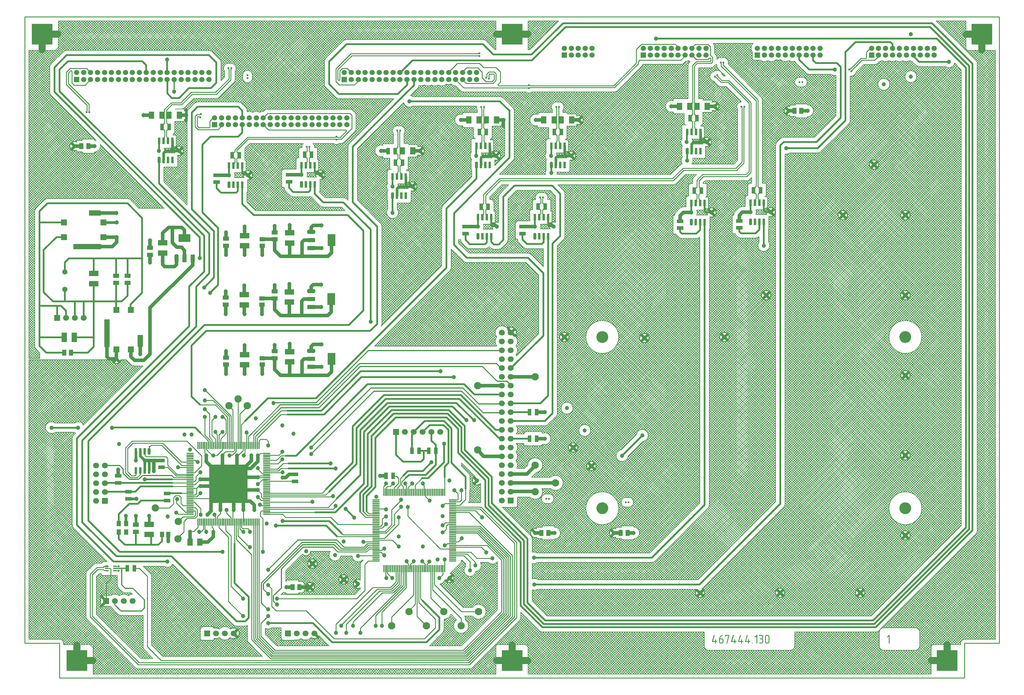
<source format=gtl>
G04*
G04 #@! TF.GenerationSoftware,Altium Limited,Altium Designer,24.9.1 (31)*
G04*
G04 Layer_Physical_Order=1*
G04 Layer_Color=255*
%FSLAX44Y44*%
%MOMM*%
G71*
G04*
G04 #@! TF.SameCoordinates,FFAC17DA-0C39-4F23-945C-E2544D3BB645*
G04*
G04*
G04 #@! TF.FilePolarity,Positive*
G04*
G01*
G75*
%ADD10C,0.2500*%
G04:AMPARAMS|DCode=11|XSize=2mm|YSize=0.3mm|CornerRadius=0mm|HoleSize=0mm|Usage=FLASHONLY|Rotation=0.000|XOffset=0mm|YOffset=0mm|HoleType=Round|Shape=Octagon|*
%AMOCTAGOND11*
4,1,8,1.0000,-0.0750,1.0000,0.0750,0.9250,0.1500,-0.9250,0.1500,-1.0000,0.0750,-1.0000,-0.0750,-0.9250,-0.1500,0.9250,-0.1500,1.0000,-0.0750,0.0*
%
%ADD11OCTAGOND11*%

%ADD12R,2.0000X0.3000*%
%ADD13R,0.3000X2.0000*%
%ADD14R,2.8000X1.6000*%
%ADD15R,1.8000X1.3000*%
%ADD16R,1.3000X1.8000*%
%ADD17R,1.1000X1.9000*%
%ADD18R,1.1000X0.4500*%
G04:AMPARAMS|DCode=19|XSize=1.1mm|YSize=0.45mm|CornerRadius=0mm|HoleSize=0mm|Usage=FLASHONLY|Rotation=0.000|XOffset=0mm|YOffset=0mm|HoleType=Round|Shape=Octagon|*
%AMOCTAGOND19*
4,1,8,0.5500,-0.1125,0.5500,0.1125,0.4375,0.2250,-0.4375,0.2250,-0.5500,0.1125,-0.5500,-0.1125,-0.4375,-0.2250,0.4375,-0.2250,0.5500,-0.1125,0.0*
%
%ADD19OCTAGOND19*%

G04:AMPARAMS|DCode=20|XSize=0.8mm|YSize=1.9mm|CornerRadius=0mm|HoleSize=0mm|Usage=FLASHONLY|Rotation=0.000|XOffset=0mm|YOffset=0mm|HoleType=Round|Shape=Octagon|*
%AMOCTAGOND20*
4,1,8,-0.2000,0.9500,0.2000,0.9500,0.4000,0.7500,0.4000,-0.7500,0.2000,-0.9500,-0.2000,-0.9500,-0.4000,-0.7500,-0.4000,0.7500,-0.2000,0.9500,0.0*
%
%ADD20OCTAGOND20*%

%ADD21R,0.8000X1.9000*%
%ADD22R,1.9000X1.1000*%
%ADD24R,3.5000X2.3000*%
%ADD25R,1.2000X2.3000*%
G04:AMPARAMS|DCode=26|XSize=1.2mm|YSize=2.3mm|CornerRadius=0mm|HoleSize=0mm|Usage=FLASHONLY|Rotation=0.000|XOffset=0mm|YOffset=0mm|HoleType=Round|Shape=Octagon|*
%AMOCTAGOND26*
4,1,8,-0.3000,1.1500,0.3000,1.1500,0.6000,0.8500,0.6000,-0.8500,0.3000,-1.1500,-0.3000,-1.1500,-0.6000,-0.8500,-0.6000,0.8500,-0.3000,1.1500,0.0*
%
%ADD26OCTAGOND26*%

%ADD27R,1.6000X2.8000*%
%ADD28R,1.5000X3.5000*%
%ADD29R,1.5000X8.0000*%
%ADD30R,1.8000X1.7000*%
%ADD31R,1.5000X1.2000*%
%ADD32R,2.3000X3.5000*%
%ADD33R,2.3000X1.2000*%
G04:AMPARAMS|DCode=34|XSize=1.2mm|YSize=2.3mm|CornerRadius=0mm|HoleSize=0mm|Usage=FLASHONLY|Rotation=270.000|XOffset=0mm|YOffset=0mm|HoleType=Round|Shape=Octagon|*
%AMOCTAGOND34*
4,1,8,1.1500,0.3000,1.1500,-0.3000,0.8500,-0.6000,-0.8500,-0.6000,-1.1500,-0.3000,-1.1500,0.3000,-0.8500,0.6000,0.8500,0.6000,1.1500,0.3000,0.0*
%
%ADD34OCTAGOND34*%

%ADD35R,1.3000X1.5000*%
%ADD36R,1.2000X1.5000*%
%ADD37R,1.6000X2.1000*%
%ADD38R,1.7000X1.8000*%
%ADD39R,8.0000X1.5000*%
%ADD40R,3.5000X1.5000*%
%ADD80C,0.2000*%
%ADD81R,1.5000X2.1000*%
%ADD82C,2.0000*%
%ADD83C,0.8000*%
%ADD84C,1.0000*%
%ADD85C,0.5000*%
%ADD86C,0.3000*%
%ADD87C,0.3810*%
%ADD88R,11.0000X11.0000*%
%ADD89C,1.5000*%
%ADD90C,1.7000*%
%ADD91R,1.7000X1.7000*%
%ADD92C,2.1000*%
%ADD93R,1.7000X1.7000*%
%ADD94R,1.5000X1.5000*%
%ADD95C,3.4000*%
%ADD96R,6.0000X6.0000*%
%ADD97C,1.2000*%
%ADD98C,0.6000*%
G36*
X2134261Y123960D02*
X2134669Y123923D01*
X2135224Y123812D01*
X2135817Y123590D01*
X2136446Y123294D01*
X2137113Y122923D01*
X2137446Y122664D01*
X2137742Y122368D01*
X2137779D01*
X2137816Y122294D01*
X2138002Y122072D01*
X2138261Y121738D01*
X2138594Y121294D01*
X2138890Y120738D01*
X2139150Y120072D01*
X2139335Y119294D01*
X2139409Y118887D01*
Y118479D01*
Y104481D01*
Y104444D01*
Y104370D01*
Y104259D01*
X2139372Y104111D01*
X2139335Y103703D01*
X2139224Y103185D01*
X2139001Y102555D01*
X2138705Y101926D01*
X2138335Y101259D01*
X2138076Y100926D01*
X2137779Y100630D01*
X2137705Y100555D01*
X2137483Y100370D01*
X2137150Y100111D01*
X2136705Y99815D01*
X2136150Y99518D01*
X2135483Y99259D01*
X2134706Y99074D01*
X2134298Y99037D01*
X2133891Y99000D01*
X2132187D01*
X2132039Y99037D01*
X2131632Y99074D01*
X2131113Y99185D01*
X2130484Y99370D01*
X2129854Y99667D01*
X2129188Y100037D01*
X2128558Y100555D01*
Y100592D01*
X2128484Y100630D01*
X2128299Y100852D01*
X2128040Y101185D01*
X2127743Y101629D01*
X2127447Y102222D01*
X2127188Y102888D01*
X2127003Y103629D01*
X2126966Y104037D01*
X2126929Y104481D01*
Y118479D01*
Y118517D01*
Y118591D01*
Y118702D01*
X2126966Y118850D01*
X2127003Y119257D01*
X2127114Y119776D01*
X2127336Y120368D01*
X2127595Y121035D01*
X2128003Y121701D01*
X2128225Y121998D01*
X2128521Y122331D01*
X2128558Y122368D01*
X2128595Y122405D01*
X2128817Y122590D01*
X2129151Y122849D01*
X2129595Y123183D01*
X2130188Y123479D01*
X2130817Y123738D01*
X2131595Y123923D01*
X2132002Y123997D01*
X2134113D01*
X2134261Y123960D01*
D02*
G37*
G36*
X2116041Y123923D02*
X2116300Y123886D01*
X2116597Y123849D01*
X2117226Y123738D01*
X2118004Y123479D01*
X2118781Y123146D01*
X2119152Y122923D01*
X2119522Y122664D01*
X2119892Y122368D01*
X2120226Y122035D01*
X2120263Y121998D01*
X2120300Y121961D01*
X2120374Y121849D01*
X2120485Y121701D01*
X2120744Y121331D01*
X2121040Y120850D01*
X2121300Y120220D01*
X2121559Y119479D01*
X2121744Y118665D01*
X2121818Y118220D01*
Y117739D01*
Y117665D01*
Y117480D01*
X2121781Y117183D01*
X2121744Y116813D01*
X2121633Y116369D01*
X2121522Y115924D01*
X2121374Y115406D01*
X2121189Y114924D01*
X2121151Y114887D01*
X2121078Y114702D01*
X2120929Y114480D01*
X2120744Y114184D01*
X2120485Y113813D01*
X2120189Y113443D01*
X2119818Y113036D01*
X2119374Y112665D01*
X2119411Y112628D01*
X2119559Y112517D01*
X2119744Y112332D01*
X2119966Y112073D01*
X2120263Y111777D01*
X2120522Y111406D01*
X2120818Y110999D01*
X2121078Y110517D01*
X2121115Y110443D01*
X2121189Y110295D01*
X2121300Y110036D01*
X2121448Y109666D01*
X2121559Y109258D01*
X2121670Y108777D01*
X2121781Y108258D01*
X2121818Y107703D01*
Y105222D01*
Y105184D01*
Y105111D01*
Y104962D01*
X2121781Y104777D01*
Y104592D01*
X2121707Y104333D01*
X2121596Y103703D01*
X2121374Y103037D01*
X2121040Y102296D01*
X2120818Y101926D01*
X2120596Y101555D01*
X2120300Y101185D01*
X2119966Y100815D01*
X2119929Y100778D01*
X2119892Y100741D01*
X2119781Y100667D01*
X2119633Y100518D01*
X2119263Y100259D01*
X2118707Y99926D01*
X2118078Y99593D01*
X2117337Y99296D01*
X2116485Y99074D01*
X2116041Y99037D01*
X2115560Y99000D01*
X2110486D01*
X2110227Y99037D01*
X2109931Y99148D01*
X2109634Y99333D01*
Y99370D01*
X2109597Y99407D01*
X2109486Y99593D01*
X2109375Y99889D01*
X2109338Y100222D01*
Y100259D01*
Y100296D01*
X2109375Y100481D01*
X2109449Y100741D01*
X2109634Y101037D01*
Y101074D01*
X2109708Y101111D01*
X2109856Y101259D01*
X2110153Y101407D01*
X2110338Y101481D01*
X2115819D01*
X2116115Y101555D01*
X2116485Y101629D01*
X2116893Y101741D01*
X2117337Y101926D01*
X2117782Y102185D01*
X2118226Y102555D01*
X2118263Y102592D01*
X2118411Y102740D01*
X2118596Y103000D01*
X2118781Y103296D01*
X2119004Y103703D01*
X2119152Y104148D01*
X2119300Y104666D01*
X2119337Y105222D01*
Y107703D01*
Y107777D01*
Y107962D01*
X2119263Y108258D01*
X2119189Y108629D01*
X2119078Y109036D01*
X2118855Y109480D01*
X2118596Y109925D01*
X2118226Y110369D01*
X2118189Y110406D01*
X2118041Y110554D01*
X2117818Y110739D01*
X2117485Y110925D01*
X2117115Y111147D01*
X2116633Y111295D01*
X2116115Y111443D01*
X2115560Y111480D01*
X2112967D01*
X2112745Y111517D01*
X2112449Y111628D01*
X2112153Y111813D01*
Y111851D01*
X2112115Y111888D01*
X2112004Y112073D01*
X2111856Y112369D01*
X2111819Y112702D01*
Y112739D01*
Y112776D01*
X2111856Y112962D01*
X2111930Y113221D01*
X2112115Y113517D01*
Y113554D01*
X2112189Y113591D01*
X2112375Y113739D01*
X2112671Y113887D01*
X2112856Y113961D01*
X2115634D01*
X2115856Y113998D01*
X2116152Y114036D01*
X2116522Y114110D01*
X2116967Y114258D01*
X2117411Y114480D01*
X2117893Y114739D01*
X2118300Y115147D01*
X2118337Y115183D01*
X2118448Y115332D01*
X2118596Y115554D01*
X2118781Y115887D01*
X2118929Y116257D01*
X2119078Y116702D01*
X2119189Y117220D01*
X2119226Y117776D01*
Y117850D01*
Y118035D01*
X2119189Y118294D01*
X2119115Y118665D01*
X2119004Y119072D01*
X2118855Y119479D01*
X2118633Y119924D01*
X2118337Y120331D01*
X2118300Y120368D01*
X2118152Y120516D01*
X2117930Y120702D01*
X2117633Y120924D01*
X2117226Y121109D01*
X2116745Y121294D01*
X2116189Y121442D01*
X2115560Y121479D01*
X2110486D01*
X2110227Y121516D01*
X2109931Y121627D01*
X2109634Y121812D01*
X2109597Y121887D01*
X2109486Y122072D01*
X2109375Y122331D01*
X2109338Y122701D01*
Y122738D01*
Y122775D01*
X2109375Y122961D01*
X2109449Y123257D01*
X2109634Y123553D01*
Y123590D01*
X2109708Y123627D01*
X2109893Y123775D01*
X2110153Y123886D01*
X2110338Y123960D01*
X2115856D01*
X2116041Y123923D01*
D02*
G37*
G36*
X2103635Y124145D02*
X2103857Y124034D01*
X2104153Y123812D01*
X2104190Y123738D01*
X2104339Y123516D01*
X2104450Y123183D01*
X2104487Y122738D01*
Y100222D01*
Y100185D01*
Y100111D01*
X2104450Y99889D01*
X2104339Y99593D01*
X2104116Y99296D01*
X2104042Y99259D01*
X2103894Y99148D01*
X2103598Y99037D01*
X2103228Y99000D01*
X2103153D01*
X2102931Y99037D01*
X2102672Y99111D01*
X2102376Y99296D01*
X2102302Y99370D01*
X2102191Y99518D01*
X2102079Y99815D01*
X2102005Y100222D01*
Y119739D01*
X2099117Y116850D01*
X2099043Y116776D01*
X2098858Y116665D01*
X2098561Y116554D01*
X2098228Y116480D01*
X2098154D01*
X2097969Y116517D01*
X2097672Y116628D01*
X2097376Y116850D01*
Y116887D01*
X2097302Y116924D01*
X2097191Y117109D01*
X2097043Y117406D01*
X2097006Y117554D01*
X2096969Y117739D01*
Y117776D01*
Y117813D01*
X2097006Y117998D01*
X2097117Y118294D01*
X2097339Y118591D01*
X2102339Y123627D01*
X2102376Y123664D01*
X2102487Y123775D01*
X2102672Y123923D01*
X2102857Y124034D01*
X2102894Y124072D01*
X2103042Y124108D01*
X2103228Y124145D01*
X2103450Y124183D01*
X2103487D01*
X2103635Y124145D01*
D02*
G37*
G36*
X2090970Y101444D02*
X2091229Y101333D01*
X2091525Y101111D01*
X2091562D01*
X2091599Y101037D01*
X2091747Y100852D01*
X2091895Y100592D01*
X2091969Y100407D01*
Y100222D01*
Y100185D01*
Y100148D01*
X2091932Y99963D01*
X2091821Y99667D01*
X2091599Y99370D01*
X2091525Y99296D01*
X2091340Y99185D01*
X2091081Y99074D01*
X2090710Y99000D01*
X2090636D01*
X2090414Y99037D01*
X2090118Y99148D01*
X2089821Y99370D01*
X2089784Y99444D01*
X2089673Y99630D01*
X2089525Y99889D01*
X2089488Y100222D01*
Y100259D01*
Y100296D01*
X2089525Y100518D01*
X2089636Y100815D01*
X2089821Y101111D01*
X2089895Y101185D01*
X2090081Y101296D01*
X2090340Y101407D01*
X2090710Y101481D01*
X2090784D01*
X2090970Y101444D01*
D02*
G37*
G36*
X2076008Y123960D02*
X2076304Y123849D01*
X2076601Y123627D01*
X2076675Y123553D01*
X2076786Y123405D01*
X2076897Y123109D01*
X2076971Y122738D01*
X2076934Y122368D01*
X2072379Y106444D01*
X2078267D01*
Y110184D01*
Y110221D01*
Y110258D01*
X2078304Y110480D01*
X2078415Y110777D01*
X2078637Y111110D01*
X2078712Y111147D01*
X2078897Y111295D01*
X2079156Y111406D01*
X2079489Y111443D01*
X2079563D01*
X2079785Y111406D01*
X2080045Y111295D01*
X2080341Y111110D01*
X2080378D01*
X2080415Y111073D01*
X2080563Y110888D01*
X2080674Y110591D01*
X2080748Y110406D01*
Y110184D01*
Y106444D01*
X2083304D01*
X2083526Y106407D01*
X2083822Y106258D01*
X2083970Y106184D01*
X2084118Y106036D01*
X2084192Y105962D01*
X2084303Y105777D01*
X2084415Y105518D01*
X2084489Y105184D01*
Y105111D01*
X2084452Y104925D01*
X2084341Y104666D01*
X2084155Y104370D01*
X2084118Y104296D01*
X2083933Y104185D01*
X2083637Y104037D01*
X2083452Y104000D01*
X2083230Y103962D01*
X2080748D01*
Y100222D01*
Y100185D01*
Y100111D01*
X2080711Y99889D01*
X2080600Y99593D01*
X2080378Y99296D01*
X2080304Y99259D01*
X2080156Y99148D01*
X2079859Y99037D01*
X2079489Y99000D01*
X2079415D01*
X2079193Y99037D01*
X2078934Y99111D01*
X2078637Y99296D01*
X2078563Y99370D01*
X2078452Y99518D01*
X2078341Y99815D01*
X2078267Y100222D01*
Y103962D01*
X2070564D01*
X2070342Y104000D01*
X2070120Y104074D01*
X2069861Y104222D01*
X2069675Y104370D01*
X2069527Y104629D01*
X2069453Y104962D01*
Y105259D01*
X2069527Y105555D01*
X2074527Y123072D01*
X2074564Y123146D01*
X2074638Y123294D01*
X2074749Y123516D01*
X2074971Y123738D01*
X2075193Y123886D01*
X2075230Y123923D01*
X2075341Y123960D01*
X2075490Y123997D01*
X2075786D01*
X2076008Y123960D01*
D02*
G37*
G36*
X2056010D02*
X2056306Y123849D01*
X2056603Y123627D01*
X2056677Y123553D01*
X2056788Y123405D01*
X2056899Y123109D01*
X2056973Y122738D01*
X2056936Y122368D01*
X2052381Y106444D01*
X2058269D01*
Y110184D01*
Y110221D01*
Y110258D01*
X2058306Y110480D01*
X2058417Y110777D01*
X2058640Y111110D01*
X2058714Y111147D01*
X2058899Y111295D01*
X2059158Y111406D01*
X2059491Y111443D01*
X2059565D01*
X2059787Y111406D01*
X2060047Y111295D01*
X2060343Y111110D01*
X2060380D01*
X2060417Y111073D01*
X2060565Y110888D01*
X2060676Y110591D01*
X2060750Y110406D01*
Y110184D01*
Y106444D01*
X2063306D01*
X2063528Y106407D01*
X2063824Y106258D01*
X2063972Y106184D01*
X2064120Y106036D01*
X2064194Y105962D01*
X2064306Y105777D01*
X2064417Y105518D01*
X2064491Y105184D01*
Y105111D01*
X2064454Y104925D01*
X2064343Y104666D01*
X2064157Y104370D01*
X2064120Y104296D01*
X2063935Y104185D01*
X2063639Y104037D01*
X2063454Y104000D01*
X2063232Y103962D01*
X2060750D01*
Y100222D01*
Y100185D01*
Y100111D01*
X2060713Y99889D01*
X2060602Y99593D01*
X2060380Y99296D01*
X2060306Y99259D01*
X2060158Y99148D01*
X2059862Y99037D01*
X2059491Y99000D01*
X2059417D01*
X2059195Y99037D01*
X2058936Y99111D01*
X2058640Y99296D01*
X2058565Y99370D01*
X2058454Y99518D01*
X2058343Y99815D01*
X2058269Y100222D01*
Y103962D01*
X2050566D01*
X2050344Y104000D01*
X2050122Y104074D01*
X2049863Y104222D01*
X2049677Y104370D01*
X2049529Y104629D01*
X2049455Y104962D01*
Y105259D01*
X2049529Y105555D01*
X2054529Y123072D01*
X2054566Y123146D01*
X2054640Y123294D01*
X2054751Y123516D01*
X2054973Y123738D01*
X2055195Y123886D01*
X2055232Y123923D01*
X2055343Y123960D01*
X2055492Y123997D01*
X2055788D01*
X2056010Y123960D01*
D02*
G37*
G36*
X2036012D02*
X2036308Y123849D01*
X2036605Y123627D01*
X2036679Y123553D01*
X2036790Y123405D01*
X2036901Y123109D01*
X2036975Y122738D01*
X2036938Y122368D01*
X2032383Y106444D01*
X2038271D01*
Y110184D01*
Y110221D01*
Y110258D01*
X2038308Y110480D01*
X2038419Y110777D01*
X2038642Y111110D01*
X2038716Y111147D01*
X2038901Y111295D01*
X2039160Y111406D01*
X2039493Y111443D01*
X2039567D01*
X2039790Y111406D01*
X2040049Y111295D01*
X2040345Y111110D01*
X2040382D01*
X2040419Y111073D01*
X2040567Y110888D01*
X2040678Y110591D01*
X2040753Y110406D01*
Y110184D01*
Y106444D01*
X2043308D01*
X2043530Y106407D01*
X2043826Y106258D01*
X2043974Y106184D01*
X2044122Y106036D01*
X2044196Y105962D01*
X2044308Y105777D01*
X2044419Y105518D01*
X2044493Y105184D01*
Y105111D01*
X2044456Y104925D01*
X2044345Y104666D01*
X2044160Y104370D01*
X2044122Y104296D01*
X2043937Y104185D01*
X2043641Y104037D01*
X2043456Y104000D01*
X2043234Y103962D01*
X2040753D01*
Y100222D01*
Y100185D01*
Y100111D01*
X2040715Y99889D01*
X2040604Y99593D01*
X2040382Y99296D01*
X2040308Y99259D01*
X2040160Y99148D01*
X2039864Y99037D01*
X2039493Y99000D01*
X2039419D01*
X2039197Y99037D01*
X2038938Y99111D01*
X2038642Y99296D01*
X2038568Y99370D01*
X2038456Y99518D01*
X2038345Y99815D01*
X2038271Y100222D01*
Y103962D01*
X2030568D01*
X2030346Y104000D01*
X2030124Y104074D01*
X2029865Y104222D01*
X2029680Y104370D01*
X2029531Y104629D01*
X2029457Y104962D01*
Y105259D01*
X2029531Y105555D01*
X2034531Y123072D01*
X2034568Y123146D01*
X2034642Y123294D01*
X2034753Y123516D01*
X2034975Y123738D01*
X2035197Y123886D01*
X2035235Y123923D01*
X2035346Y123960D01*
X2035494Y123997D01*
X2035790D01*
X2036012Y123960D01*
D02*
G37*
G36*
X2023680D02*
X2023902Y123886D01*
X2024125Y123738D01*
X2024347Y123553D01*
X2024495Y123294D01*
X2024532Y122961D01*
X2024458Y122405D01*
X2018199Y99926D01*
Y99852D01*
X2018125Y99704D01*
X2018014Y99481D01*
X2017792Y99259D01*
X2017718Y99222D01*
X2017570Y99148D01*
X2017310Y99037D01*
X2017014Y99000D01*
X2016940D01*
X2016681Y99037D01*
X2016385Y99111D01*
X2016088Y99296D01*
X2016051Y99370D01*
X2015940Y99518D01*
X2015792Y99815D01*
X2015755Y100185D01*
Y100222D01*
Y100333D01*
X2015792Y100444D01*
X2015829Y100555D01*
X2021606Y121516D01*
X2014496D01*
Y120257D01*
Y120220D01*
Y120146D01*
Y120035D01*
X2014459Y119887D01*
X2014348Y119591D01*
X2014126Y119294D01*
X2014052Y119257D01*
X2013903Y119146D01*
X2013607Y119035D01*
X2013237Y118998D01*
X2013163D01*
X2012941Y119035D01*
X2012681Y119109D01*
X2012385Y119294D01*
X2012311Y119368D01*
X2012200Y119516D01*
X2012089Y119813D01*
X2012015Y120220D01*
Y122738D01*
Y122775D01*
X2012052Y122923D01*
X2012089Y123146D01*
X2012163Y123368D01*
X2012311Y123590D01*
X2012533Y123812D01*
X2012829Y123960D01*
X2013237Y123997D01*
X2023458D01*
X2023680Y123960D01*
D02*
G37*
G36*
X2003608D02*
X2003904Y123812D01*
X2004053Y123738D01*
X2004201Y123590D01*
X2004238Y123516D01*
X2004349Y123331D01*
X2004460Y123035D01*
X2004497Y122664D01*
Y122627D01*
Y122479D01*
X2004423Y122257D01*
X2004349Y122072D01*
X2004312Y122035D01*
X2004238Y121924D01*
X2004053Y121738D01*
X2003756Y121553D01*
X2003719D01*
X2003682Y121516D01*
X2003460Y121405D01*
X2003164Y121257D01*
X2002831Y121109D01*
X2002756Y121072D01*
X2002571Y120998D01*
X2002312Y120813D01*
X2001979Y120627D01*
X2001942Y120590D01*
X2001831Y120553D01*
X2001682Y120405D01*
X2001497Y120257D01*
X2000979Y119850D01*
X2000423Y119331D01*
X2000349Y119257D01*
X2000164Y119072D01*
X1999905Y118776D01*
X1999572Y118368D01*
X1999238Y117850D01*
X1998831Y117294D01*
X1998498Y116665D01*
X1998164Y115961D01*
X1997794Y114961D01*
X1997498Y113961D01*
X2002201D01*
X2002349Y113924D01*
X2002756Y113887D01*
X2003238Y113776D01*
X2003756Y113591D01*
X2004349Y113332D01*
X2004941Y112962D01*
X2005534Y112480D01*
X2005608Y112406D01*
X2005756Y112221D01*
X2006015Y111925D01*
X2006275Y111517D01*
X2006534Y110999D01*
X2006793Y110406D01*
X2006941Y109703D01*
X2007015Y108962D01*
Y103962D01*
Y103925D01*
Y103888D01*
Y103777D01*
X2006978Y103629D01*
X2006941Y103259D01*
X2006830Y102777D01*
X2006645Y102222D01*
X2006386Y101629D01*
X2006015Y101037D01*
X2005534Y100444D01*
X2005460Y100370D01*
X2005275Y100222D01*
X2004978Y100000D01*
X2004571Y99741D01*
X2004053Y99444D01*
X2003460Y99222D01*
X2002756Y99074D01*
X2002016Y99000D01*
X1999312D01*
X1999164Y99037D01*
X1998794Y99074D01*
X1998312Y99185D01*
X1997757Y99370D01*
X1997201Y99593D01*
X1996609Y99963D01*
X1996016Y100444D01*
X1995942Y100518D01*
X1995794Y100703D01*
X1995535Y101000D01*
X1995276Y101444D01*
X1995016Y101926D01*
X1994757Y102555D01*
X1994609Y103222D01*
X1994535Y103962D01*
Y110221D01*
Y110258D01*
Y110369D01*
Y110554D01*
X1994572Y110814D01*
Y111147D01*
X1994609Y111517D01*
X1994646Y111925D01*
X1994720Y112406D01*
X1994757Y112887D01*
X1994868Y113443D01*
X1995090Y114554D01*
X1995424Y115776D01*
X1995868Y116961D01*
Y116998D01*
X1995905Y117072D01*
X1995979Y117183D01*
X1996053Y117331D01*
X1996276Y117776D01*
X1996572Y118294D01*
X1996942Y118924D01*
X1997424Y119591D01*
X1997979Y120294D01*
X1998609Y120998D01*
X1998646Y121035D01*
X1998683Y121072D01*
X1998794Y121183D01*
X1998942Y121294D01*
X1999312Y121627D01*
X1999831Y122035D01*
X2000423Y122479D01*
X2001127Y122961D01*
X2001942Y123442D01*
X2002793Y123849D01*
X2003312Y123997D01*
X2003386D01*
X2003608Y123960D01*
D02*
G37*
G36*
X1981055D02*
X1981351Y123849D01*
X1981647Y123627D01*
X1981721Y123553D01*
X1981833Y123405D01*
X1981944Y123109D01*
X1982018Y122738D01*
X1981981Y122368D01*
X1977426Y106444D01*
X1983314D01*
Y110184D01*
Y110221D01*
Y110258D01*
X1983351Y110480D01*
X1983462Y110777D01*
X1983684Y111110D01*
X1983758Y111147D01*
X1983943Y111295D01*
X1984203Y111406D01*
X1984536Y111443D01*
X1984610D01*
X1984832Y111406D01*
X1985092Y111295D01*
X1985388Y111110D01*
X1985425D01*
X1985462Y111073D01*
X1985610Y110888D01*
X1985721Y110591D01*
X1985795Y110406D01*
Y110184D01*
Y106444D01*
X1988351D01*
X1988573Y106407D01*
X1988869Y106258D01*
X1989017Y106184D01*
X1989165Y106036D01*
X1989239Y105962D01*
X1989350Y105777D01*
X1989462Y105518D01*
X1989536Y105184D01*
Y105111D01*
X1989498Y104925D01*
X1989387Y104666D01*
X1989202Y104370D01*
X1989165Y104296D01*
X1988980Y104185D01*
X1988684Y104037D01*
X1988499Y104000D01*
X1988276Y103962D01*
X1985795D01*
Y100222D01*
Y100185D01*
Y100111D01*
X1985758Y99889D01*
X1985647Y99593D01*
X1985425Y99296D01*
X1985351Y99259D01*
X1985203Y99148D01*
X1984906Y99037D01*
X1984536Y99000D01*
X1984462D01*
X1984240Y99037D01*
X1983981Y99111D01*
X1983684Y99296D01*
X1983610Y99370D01*
X1983499Y99518D01*
X1983388Y99815D01*
X1983314Y100222D01*
Y103962D01*
X1975611D01*
X1975389Y104000D01*
X1975167Y104074D01*
X1974907Y104222D01*
X1974722Y104370D01*
X1974574Y104629D01*
X1974500Y104962D01*
Y105259D01*
X1974574Y105555D01*
X1979574Y123072D01*
X1979611Y123146D01*
X1979685Y123294D01*
X1979796Y123516D01*
X1980018Y123738D01*
X1980240Y123886D01*
X1980277Y123923D01*
X1980388Y123960D01*
X1980536Y123997D01*
X1980833D01*
X1981055Y123960D01*
D02*
G37*
G36*
X2483666Y124396D02*
X2483888Y124284D01*
X2484185Y124062D01*
X2484221Y123988D01*
X2484370Y123766D01*
X2484481Y123433D01*
X2484518Y122988D01*
Y100472D01*
Y100435D01*
Y100361D01*
X2484481Y100139D01*
X2484370Y99843D01*
X2484147Y99546D01*
X2484073Y99509D01*
X2483925Y99398D01*
X2483629Y99287D01*
X2483259Y99250D01*
X2483185D01*
X2482962Y99287D01*
X2482703Y99361D01*
X2482407Y99546D01*
X2482333Y99620D01*
X2482222Y99768D01*
X2482111Y100065D01*
X2482037Y100472D01*
Y119989D01*
X2479148Y117100D01*
X2479074Y117026D01*
X2478889Y116915D01*
X2478593Y116804D01*
X2478259Y116730D01*
X2478185D01*
X2478000Y116767D01*
X2477704Y116878D01*
X2477407Y117100D01*
Y117137D01*
X2477333Y117174D01*
X2477222Y117359D01*
X2477074Y117655D01*
X2477037Y117804D01*
X2477000Y117989D01*
Y118026D01*
Y118063D01*
X2477037Y118248D01*
X2477148Y118544D01*
X2477370Y118841D01*
X2482370Y123877D01*
X2482407Y123914D01*
X2482518Y124025D01*
X2482703Y124173D01*
X2482888Y124284D01*
X2482925Y124321D01*
X2483073Y124359D01*
X2483259Y124396D01*
X2483481Y124433D01*
X2483518D01*
X2483666Y124396D01*
D02*
G37*
%LPC*%
G36*
X2133891Y121516D02*
X2132187D01*
X2131965Y121479D01*
X2131669Y121405D01*
X2131336Y121294D01*
X2130965Y121146D01*
X2130595Y120924D01*
X2130262Y120627D01*
X2130225Y120590D01*
X2130114Y120479D01*
X2130002Y120294D01*
X2129854Y120035D01*
X2129669Y119702D01*
X2129558Y119331D01*
X2129447Y118924D01*
X2129410Y118479D01*
Y104481D01*
Y104444D01*
Y104259D01*
X2129447Y104037D01*
X2129521Y103740D01*
X2129632Y103407D01*
X2129780Y103037D01*
X2129965Y102666D01*
X2130262Y102333D01*
X2130299Y102296D01*
X2130410Y102185D01*
X2130595Y102074D01*
X2130854Y101926D01*
X2131187Y101741D01*
X2131558Y101629D01*
X2131965Y101518D01*
X2132410Y101481D01*
X2134113D01*
X2134335Y101518D01*
X2134632Y101592D01*
X2134928Y101703D01*
X2135298Y101852D01*
X2135669Y102037D01*
X2136002Y102333D01*
X2136039Y102370D01*
X2136150Y102481D01*
X2136298Y102666D01*
X2136483Y102926D01*
X2136631Y103222D01*
X2136779Y103592D01*
X2136891Y104000D01*
X2136928Y104481D01*
Y118479D01*
Y118553D01*
Y118702D01*
X2136891Y118924D01*
X2136817Y119220D01*
X2136705Y119553D01*
X2136557Y119924D01*
X2136335Y120294D01*
X2136039Y120627D01*
X2136002Y120664D01*
X2135891Y120775D01*
X2135706Y120924D01*
X2135446Y121072D01*
X2135150Y121220D01*
X2134780Y121368D01*
X2134372Y121479D01*
X2133891Y121516D01*
D02*
G37*
G36*
X2002016Y111480D02*
X1997053D01*
X1997016Y110221D01*
Y103962D01*
Y103925D01*
Y103777D01*
X1997053Y103592D01*
X1997090Y103370D01*
X1997201Y103074D01*
X1997312Y102777D01*
X1997498Y102481D01*
X1997720Y102185D01*
X1997794Y102148D01*
X1997979Y102000D01*
X1998238Y101814D01*
X1998535Y101629D01*
X1998572D01*
X1998609Y101592D01*
X1998868Y101555D01*
X1999164Y101518D01*
X1999498Y101481D01*
X2002201D01*
X2002386Y101518D01*
X2002645Y101555D01*
X2002905Y101629D01*
X2003201Y101777D01*
X2003497Y101926D01*
X2003793Y102148D01*
X2003830Y102185D01*
X2003904Y102259D01*
X2004016Y102444D01*
X2004164Y102629D01*
X2004312Y102888D01*
X2004423Y103222D01*
X2004497Y103555D01*
X2004534Y103962D01*
Y108962D01*
Y108999D01*
Y109147D01*
X2004497Y109332D01*
X2004460Y109592D01*
X2004349Y109851D01*
X2004238Y110147D01*
X2004053Y110443D01*
X2003793Y110739D01*
X2003756Y110777D01*
X2003682Y110851D01*
X2003497Y110962D01*
X2003312Y111110D01*
X2003053Y111258D01*
X2002756Y111369D01*
X2002386Y111443D01*
X2002016Y111480D01*
D02*
G37*
%LPD*%
D10*
X561927Y535323D02*
X584853Y558250D01*
X694880Y590750D02*
X740500D01*
X741000Y591250D01*
X886194Y485750D02*
X893000Y492556D01*
X694880Y485750D02*
X886194D01*
X678250Y120250D02*
Y157250D01*
X718500Y80000D02*
X1259435D01*
X678250Y120250D02*
X718500Y80000D01*
X667500Y689750D02*
X735250Y757500D01*
X667500Y668130D02*
Y689750D01*
X735250Y757500D02*
X754587D01*
X662500Y668130D02*
Y694250D01*
X736500Y768250D02*
X754192D01*
X662500Y694250D02*
X736500Y768250D01*
X642500Y668130D02*
Y694000D01*
X733250Y784750D01*
X657500Y699250D02*
X735250Y777000D01*
X657500Y668130D02*
Y699250D01*
X826000Y506000D02*
X826500Y506500D01*
X695130Y506000D02*
X826000D01*
X749250Y461750D02*
X879750D01*
X694880Y470750D02*
X740250D01*
X749250Y461750D01*
X871500Y490750D02*
X896500Y515750D01*
X694880Y490750D02*
X871500D01*
X879750Y461750D02*
X900000Y441500D01*
X1009240D01*
X893000Y492556D02*
Y495000D01*
X694880Y520750D02*
X883250D01*
X885000Y522500D01*
X694880Y475750D02*
X833750D01*
X1311000Y376500D02*
X1326000Y361500D01*
Y361250D02*
Y361500D01*
X494750Y1611997D02*
X496214Y1613461D01*
X500888D01*
X494750Y1587000D02*
Y1611997D01*
X503053Y1611296D02*
X504000D01*
X500888Y1613461D02*
X503053Y1611296D01*
X489250Y1614275D02*
X493936Y1618961D01*
X489250Y1584722D02*
Y1614275D01*
X503180Y1618961D02*
X505152Y1620934D01*
X493936Y1618961D02*
X503180D01*
X505152Y1620934D02*
X506099D01*
X531750Y1600500D02*
X537670Y1606420D01*
X494750Y1587000D02*
X500075Y1581675D01*
X531750Y1583139D02*
Y1600500D01*
X530285Y1581675D02*
X531750Y1583139D01*
X500075Y1581675D02*
X530285D01*
X561420Y1582670D02*
Y1583038D01*
X554925Y1576175D02*
X561420Y1582670D01*
X497797Y1576175D02*
X554925D01*
X565000Y1586617D02*
Y1590000D01*
X561420Y1583038D02*
X565000Y1586617D01*
X538038Y1606420D02*
X541618Y1610000D01*
X537670Y1606420D02*
X538038D01*
X541618Y1610000D02*
X545000D01*
X489250Y1584722D02*
X497797Y1576175D01*
X125000Y1707778D02*
X184250Y1648528D01*
X125000Y1707778D02*
Y1738972D01*
X178750Y1628714D02*
Y1646250D01*
X119500Y1705500D02*
X178750Y1646250D01*
X184250Y1628714D02*
Y1648528D01*
X119500Y1705500D02*
Y1741250D01*
X2002482Y1717493D02*
X2022758D01*
X1985197Y1727000D02*
X2000204Y1711993D01*
X1985197Y1727000D02*
X1985197D01*
X2000204Y1711993D02*
X2020480D01*
X1990009Y1729966D02*
X2002482Y1717493D01*
X1982500Y1728750D02*
X1983447D01*
X1990009Y1729966D02*
Y1732230D01*
X1989340Y1732900D02*
X1990009Y1732230D01*
X1983447Y1728750D02*
X1985197Y1727000D01*
X2020480Y1711993D02*
X2080694Y1651779D01*
X2022758Y1717493D02*
X2086194Y1654057D01*
Y1453416D02*
Y1654057D01*
X1923500Y1674528D02*
Y1746528D01*
X1918000Y1760632D02*
X1929118Y1771750D01*
X1923500Y1746528D02*
Y1758353D01*
X1918000Y1744250D02*
X1918000Y1744250D01*
X1918000Y1744250D02*
Y1760632D01*
X1918000Y1672250D02*
Y1744250D01*
X1923500Y1746528D02*
X1923500Y1746528D01*
X1923500Y1758353D02*
X1931397Y1766250D01*
X1926000Y1820750D02*
X1963250D01*
X1917000Y1810000D02*
Y1811750D01*
X1926000Y1820750D01*
X1969750Y1789750D02*
Y1814250D01*
X1963250Y1820750D02*
X1969750Y1814250D01*
X1931397Y1766250D02*
X1971358D01*
X1976045Y1770936D01*
X1929118Y1771750D02*
X1969080D01*
X1970545Y1773215D01*
Y1780545D01*
X1976045Y1770936D02*
Y1783455D01*
X1929500Y1777500D02*
X1962500D01*
X1917000Y1790000D02*
X1929500Y1777500D01*
X1962500D02*
X1967009Y1782009D01*
X1969750Y1789750D02*
X1976045Y1783455D01*
X1967009Y1782009D02*
X1969080D01*
X1970545Y1780545D01*
X588000Y638214D02*
X590853Y641068D01*
X501000Y415490D02*
X512500Y426990D01*
X1041620Y300880D02*
X1057032Y285468D01*
X1036620Y289880D02*
X1039000Y287500D01*
X233800Y221500D02*
Y273300D01*
X247000Y286500D01*
X245000Y315000D02*
X247000Y313000D01*
Y286500D02*
Y313000D01*
X235500Y315000D02*
X245000D01*
X258500Y308500D02*
X270250D01*
X270250Y308500D01*
X258500Y321500D02*
X270250D01*
X258500Y321500D02*
X258500Y321500D01*
X270250D02*
X270250Y321500D01*
X488500Y555750D02*
X504000Y571250D01*
X475120Y555750D02*
X488500D01*
X520486Y416004D02*
Y423764D01*
X475120Y555750D02*
X475370Y555500D01*
X499179Y551250D02*
X504000D01*
X475120Y515750D02*
X542353D01*
X535000Y508397D02*
X539927Y513323D01*
X493321Y545750D02*
X493500Y545571D01*
X475120Y545750D02*
X493321D01*
X504000Y551250D02*
X507500D01*
X493500Y545571D02*
X499179Y551250D01*
X493500Y530250D02*
Y545571D01*
X489000Y525750D02*
X493500Y530250D01*
X475120Y525750D02*
X489000D01*
X864000D02*
X874000Y535750D01*
X694880Y525750D02*
X864000D01*
X853750Y530750D02*
X864839Y541839D01*
X694880Y530750D02*
X853750D01*
X1036620Y289880D02*
Y314120D01*
X1041620Y300880D02*
Y314120D01*
X422500Y1647500D02*
X450278D01*
X448000Y1653000D02*
X478350Y1683351D01*
X401250Y1634028D02*
X420222Y1653000D01*
X448000D01*
X450278Y1647500D02*
X480629Y1677850D01*
X406750Y1631750D02*
X422500Y1647500D01*
X478350Y1683351D02*
X547921D01*
X480629Y1677850D02*
X550200D01*
X406750Y1627750D02*
Y1631750D01*
X414000Y1617500D02*
Y1620500D01*
Y1614500D02*
Y1617500D01*
X550200Y1677850D02*
X591750Y1719401D01*
Y1749285D01*
X547921Y1683351D02*
X586250Y1721679D01*
Y1749285D01*
X585670Y1749866D02*
Y1751830D01*
Y1749866D02*
X586250Y1749285D01*
X585000Y1752500D02*
X585670Y1751830D01*
X591750Y1749285D02*
X592330Y1749866D01*
Y1751830D01*
X593000Y1752500D01*
X406750Y1627750D02*
X414000Y1620500D01*
X401250Y1627750D02*
Y1634028D01*
X517657Y827500D02*
X591500Y753657D01*
X517500Y827500D02*
X517657D01*
X591500Y753500D02*
Y753657D01*
X592500Y668130D02*
Y752500D01*
X591500Y753500D02*
X592500Y752500D01*
X808250Y1512089D02*
X809786D01*
X811250Y1513554D01*
X804000Y1507839D02*
X808250Y1512089D01*
X810670Y1523816D02*
Y1525780D01*
Y1523816D02*
X811250Y1523235D01*
X817330Y1523816D02*
Y1525780D01*
X824000Y1503839D02*
Y1507839D01*
X817330Y1525780D02*
X818000Y1526450D01*
X811250Y1513554D02*
Y1523235D01*
X804000Y1503839D02*
Y1507839D01*
X816750Y1523235D02*
X817330Y1523816D01*
X818214Y1512089D02*
X819750D01*
X824000Y1507839D01*
X816750Y1513554D02*
X818214Y1512089D01*
X810000Y1526450D02*
X810670Y1525780D01*
X816750Y1513554D02*
Y1523235D01*
X641802Y1548606D02*
X892007D01*
X892588Y1548025D02*
X894552D01*
X895222Y1547356D01*
X892007Y1548606D02*
X892588Y1548025D01*
X639524Y1554106D02*
X892007D01*
X892588Y1554686D02*
X894552D01*
X892007Y1554106D02*
X892588Y1554686D01*
X894552D02*
X895222Y1555356D01*
X908820Y1548606D02*
X939250Y1579036D01*
X898436Y1548606D02*
X908820D01*
X897856Y1548025D02*
X898436Y1548606D01*
X895222Y1555356D02*
X895891Y1554686D01*
Y1548025D02*
X897856D01*
X898436Y1554106D02*
X906542D01*
X895222Y1547356D02*
X895891Y1548025D01*
Y1554686D02*
X897856D01*
X898436Y1554106D01*
X1482000Y1364465D02*
Y1378035D01*
X1481420Y1378616D02*
X1482000Y1378035D01*
X1481420Y1378616D02*
Y1380580D01*
X1480750Y1381250D02*
X1481420Y1380580D01*
X1487500Y1364465D02*
Y1378035D01*
X1488080Y1378616D01*
Y1380580D01*
X1488750Y1381250D01*
X922436Y1575000D02*
X923901Y1573535D01*
Y1571465D02*
Y1573535D01*
X906542Y1554106D02*
X923901Y1571465D01*
X685000Y1590000D02*
X700000Y1575000D01*
X922436D01*
X939250Y1579036D02*
Y1617500D01*
X934250Y1622500D02*
X939250Y1617500D01*
X685000Y1610000D02*
X697500Y1622500D01*
X934250D01*
X596000Y1502500D02*
Y1506500D01*
X600250Y1510750D01*
X601786D01*
X603250Y1512215D01*
Y1517832D01*
X639524Y1554106D01*
X616000Y1502500D02*
Y1506500D01*
X611750Y1510750D02*
X616000Y1506500D01*
X610215Y1510750D02*
X611750D01*
X608750Y1512215D02*
X610215Y1510750D01*
X608750Y1512215D02*
Y1515553D01*
X641802Y1548606D01*
X497500Y433500D02*
Y448370D01*
X485000Y421000D02*
X497500Y433500D01*
X476120Y421000D02*
X485000D01*
X475120Y420000D02*
X476120Y421000D01*
X475120Y415490D02*
X477812Y418182D01*
X512500Y426990D02*
Y448370D01*
X517500Y426750D02*
Y448370D01*
Y426750D02*
X519182Y425068D01*
Y424388D02*
Y425068D01*
X519806Y423764D02*
X520486D01*
X519182Y424388D02*
X519806Y423764D01*
X542000Y420000D02*
Y429250D01*
X540986Y416504D02*
Y423264D01*
X537500Y433750D02*
X542000Y429250D01*
X537500Y433750D02*
Y448370D01*
X640500Y429250D02*
X643981Y425769D01*
X626500Y429250D02*
X640500D01*
X647000Y420000D02*
Y422571D01*
X643981Y425590D02*
X647000Y422571D01*
X643981Y425590D02*
Y425769D01*
X617500Y428750D02*
X626250Y420000D01*
X617500Y428750D02*
Y448370D01*
X626250Y420000D02*
X628000D01*
X622500Y433250D02*
Y448370D01*
Y433250D02*
X626500Y429250D01*
X540986Y416504D02*
X542000Y415490D01*
X612500Y408500D02*
X644750Y376250D01*
X647000D01*
X612500Y408500D02*
Y448370D01*
X683534Y362500D02*
Y458466D01*
X910500Y415490D02*
X914490Y411500D01*
X1009240D01*
X694880Y505750D02*
X695130Y506000D01*
X577500Y423504D02*
Y448370D01*
X592500Y263500D02*
Y408504D01*
X577500Y423504D02*
X592500Y408504D01*
X557500Y432504D02*
Y448370D01*
Y432504D02*
X585000Y405004D01*
Y220250D02*
Y405004D01*
Y220250D02*
X626750Y178500D01*
X592500Y263500D02*
X627500Y228500D01*
X676500Y465500D02*
X683534Y458466D01*
X178170Y1628134D02*
X178750Y1628714D01*
X178170Y1626170D02*
Y1628134D01*
X184250Y1628714D02*
X184830Y1628134D01*
Y1626170D02*
Y1628134D01*
Y1626170D02*
X185500Y1625500D01*
X177500D02*
X178170Y1626170D01*
X414500Y1583500D02*
Y1587500D01*
Y1579500D02*
Y1583500D01*
X394500D02*
Y1587500D01*
Y1579500D02*
Y1583500D01*
X394000Y1620500D02*
X401250Y1627750D01*
X394000Y1617500D02*
Y1620500D01*
X540668Y798125D02*
X587000Y751793D01*
X517375Y798125D02*
X540668D01*
X587000Y728500D02*
X587500Y728000D01*
Y668130D02*
Y728000D01*
X587000Y728500D02*
Y751793D01*
X503500Y784750D02*
X547679D01*
X582500Y749929D01*
X517375Y772124D02*
X531000Y758500D01*
X676500Y465500D02*
Y476750D01*
X680500Y480750D01*
X694880D01*
X582500Y668130D02*
Y749929D01*
X1077000Y1531576D02*
Y1569785D01*
X1077000Y1531576D02*
X1077000Y1531576D01*
X1071500Y1533854D02*
Y1569785D01*
X1077000Y1525475D02*
X1084500Y1517975D01*
X1064000Y1518450D02*
X1071500Y1525950D01*
Y1533854D02*
X1071500Y1533854D01*
X1071500Y1525950D02*
Y1533854D01*
X1077000Y1525475D02*
Y1531576D01*
X1070920Y1570366D02*
X1071500Y1569785D01*
X1077580Y1570366D02*
Y1572330D01*
X1070920Y1570366D02*
Y1572330D01*
X1077000Y1569785D02*
X1077580Y1570366D01*
X1070250Y1573000D02*
X1070920Y1572330D01*
X1077580D02*
X1078250Y1573000D01*
X1064000Y1514450D02*
Y1518450D01*
X1084500Y1514975D02*
Y1517975D01*
X1065000Y1480975D02*
Y1484975D01*
Y1476975D02*
Y1480975D01*
X1085000D02*
Y1484975D01*
Y1476975D02*
Y1480975D01*
X1451322Y1696625D02*
X1694375D01*
X1692097Y1702125D02*
X1757000Y1767028D01*
X1694375Y1696625D02*
X1762500Y1764750D01*
X1451322Y1702125D02*
X1692097D01*
X1353928Y1754250D02*
X1366500Y1741678D01*
Y1712750D02*
Y1741678D01*
X1359411Y1705661D02*
X1366500Y1712750D01*
X1360875Y1702125D02*
X1446178D01*
X1359411Y1703589D02*
Y1705661D01*
Y1703589D02*
X1360875Y1702125D01*
X1445535Y1696250D02*
X1446116Y1695670D01*
X1448080D02*
X1448750Y1695000D01*
X1446116Y1695670D02*
X1448080D01*
X1261000Y1696250D02*
X1445535D01*
X1447803Y1703750D02*
X1448750D01*
X1446178Y1702125D02*
X1447803Y1703750D01*
X1450367Y1695670D02*
X1451322Y1696625D01*
X1449580Y1703080D02*
X1450367D01*
X1448883Y1695670D02*
X1450367D01*
Y1703080D02*
X1451322Y1702125D01*
X1238000Y1719250D02*
Y1720000D01*
Y1719250D02*
X1261000Y1696250D01*
X1318428Y1754250D02*
X1353928D01*
X1282003Y1788750D02*
X1302785D01*
X939250D02*
X1282003D01*
X1302785Y1794250D02*
X1303366Y1794830D01*
X1305330D01*
X1306000Y1795500D01*
X1302785Y1788750D02*
X1303366Y1788170D01*
X1305330D01*
X1306000Y1787500D01*
X899250Y1748750D02*
X939250Y1788750D01*
X936972Y1794250D02*
X1302785D01*
X893750Y1751028D02*
X936972Y1794250D01*
X904750Y1744750D02*
X912250Y1752250D01*
X925750D01*
X938000Y1740000D01*
X904750Y1720428D02*
Y1744750D01*
X893750Y1713750D02*
Y1751028D01*
X899250Y1719928D02*
Y1748750D01*
X902785Y1718463D02*
X904750Y1720428D01*
X900714Y1718463D02*
X902785D01*
X899250Y1719928D02*
X900714Y1718463D01*
X893750Y1713750D02*
X903000Y1704500D01*
X946500D01*
X954545Y1712545D02*
Y1713163D01*
X946500Y1704500D02*
X954545Y1712545D01*
X958000Y1716617D02*
Y1720000D01*
X954545Y1713163D02*
X958000Y1716617D01*
X1480535Y1363000D02*
X1482000Y1364465D01*
X1479000Y1363000D02*
X1480535D01*
X1474750Y1354750D02*
Y1358750D01*
X1488965Y1363000D02*
X1490500D01*
X1487500Y1364465D02*
X1488965Y1363000D01*
X1474750Y1358750D02*
X1479000Y1363000D01*
X1494750Y1354750D02*
Y1358750D01*
X1490500Y1363000D02*
X1494750Y1358750D01*
X701640Y155500D02*
X702379Y156239D01*
X699140Y153000D02*
X701640Y155500D01*
X224750Y317750D02*
X228000Y321000D01*
X235000D02*
X235500Y321500D01*
X228000Y321000D02*
X235000D01*
X209250Y312250D02*
X225000D01*
X228098Y309152D02*
X234848D01*
X225000Y312250D02*
X228098Y309152D01*
X234848D02*
X235500Y308500D01*
X206972Y317750D02*
X224750D01*
X1136620Y228250D02*
Y314120D01*
Y228250D02*
X1143020Y221850D01*
X808500Y193500D02*
X888750Y113250D01*
X1148250D02*
X1179000Y144000D01*
X888750Y113250D02*
X1148250D01*
X721750Y193500D02*
X808500D01*
X709071Y206179D02*
X721750Y193500D01*
X699140Y158000D02*
X699390Y157750D01*
X709071Y206179D02*
Y256679D01*
X678250Y157250D02*
X696466Y175466D01*
X602500Y386500D02*
Y448370D01*
X627500Y228000D02*
Y228500D01*
X626750Y178500D02*
X627500D01*
X724750Y228000D02*
X953000D01*
X976750Y251750D01*
Y326250D01*
X735213Y602392D02*
X757314D01*
X728571Y595750D02*
X735213Y602392D01*
X742500Y616750D02*
X757707D01*
X726500Y600750D02*
X742500Y616750D01*
X2097585Y1366250D02*
X2099944Y1368609D01*
X2107616Y1368919D02*
X2110285Y1366250D01*
X2099944Y1368609D02*
Y1377694D01*
X2107616Y1368919D02*
Y1377384D01*
X2106500Y1378500D02*
X2107616Y1377384D01*
X2099944Y1377694D02*
X2101000Y1378750D01*
X2106500Y1378500D02*
Y1390500D01*
X2101000Y1378750D02*
Y1390500D01*
X2093750Y1397750D02*
X2101000Y1390500D01*
X2106500Y1390500D02*
X2113750Y1397750D01*
X2093750D02*
Y1401750D01*
X2113750Y1397750D02*
Y1401750D01*
Y1405750D01*
X2093750Y1401750D02*
Y1405750D01*
X2109500Y1410000D02*
X2113750Y1405750D01*
X2093750D02*
X2101000Y1413000D01*
X2107964Y1410000D02*
X2109500D01*
X2106500Y1411465D02*
X2107964Y1410000D01*
X2045001Y1459501D02*
X2066000Y1480500D01*
X2060500Y1482778D02*
Y1639035D01*
X2059920Y1639616D02*
Y1641580D01*
Y1639616D02*
X2060500Y1639035D01*
X2042723Y1465001D02*
X2060500Y1482778D01*
X2059250Y1642250D02*
X2059920Y1641580D01*
X2066000Y1639035D02*
X2066580Y1639616D01*
Y1641580D02*
X2067250Y1642250D01*
X2066000Y1480500D02*
Y1639035D01*
X2066580Y1639616D02*
Y1641580D01*
X1891001Y1465001D02*
X2042723D01*
X1893280Y1459501D02*
X2045001D01*
X1863278Y1429500D02*
X1893280Y1459501D01*
X1861000Y1435000D02*
X1891001Y1465001D01*
X1363472Y1435000D02*
X1861000D01*
X1365750Y1429500D02*
X1863278D01*
X1323750Y1387500D02*
X1365750Y1429500D01*
X1318250Y1389778D02*
X1363472Y1435000D01*
X1311000Y1354500D02*
Y1358500D01*
X1315250Y1362750D01*
X1331000Y1354500D02*
Y1358500D01*
X1326750Y1362750D02*
X1331000Y1358500D01*
X1318250Y1364214D02*
Y1389778D01*
X1315250Y1362750D02*
X1316785D01*
X1323750Y1364214D02*
Y1387500D01*
Y1364214D02*
X1325215Y1362750D01*
X1316785D02*
X1318250Y1364214D01*
X1325215Y1362750D02*
X1326750D01*
X1229000Y376500D02*
X1311000D01*
X1229000Y356500D02*
X1270500D01*
X1294574Y323324D02*
Y332426D01*
X1270500Y356500D02*
X1294574Y332426D01*
X1298750Y344250D02*
X1343750D01*
X1281500Y361500D02*
X1298750Y344250D01*
X1229000Y361500D02*
X1281500D01*
X440000Y400000D02*
Y403000D01*
X456875Y419875D01*
Y449875D01*
X607500Y398250D02*
X651750Y354000D01*
Y110250D02*
X707000Y55000D01*
X651750Y110250D02*
Y354000D01*
X916500Y376750D02*
X916750Y376500D01*
X974500D01*
X910750Y372000D02*
X976750D01*
X910500Y372250D02*
X910750Y372000D01*
X904000Y367500D02*
X979500D01*
X898750Y362750D02*
X981250D01*
X1062000Y441179D02*
Y471750D01*
X1037321Y416500D02*
X1062000Y441179D01*
Y471750D02*
X1081250Y491000D01*
X1100750Y464750D02*
X1194000Y371500D01*
X1100500Y491500D02*
X1100750Y491250D01*
Y464750D02*
Y491250D01*
X1194000Y371500D02*
X1229000D01*
X1258000Y1740000D02*
Y1742500D01*
X1269250Y1753750D02*
X1301250D01*
X1258000Y1742500D02*
X1269250Y1753750D01*
X1242500Y1766250D02*
X1266500D01*
X1218000Y1740000D02*
Y1741750D01*
X1242500Y1766250D01*
X972500Y478500D02*
X984500Y466500D01*
X1009240D01*
X988750Y471500D02*
X1009240D01*
X982000Y478250D02*
X988750Y471500D01*
X1266500Y1766250D02*
X1266500Y1766250D01*
X1306428D02*
X1318428Y1754250D01*
X1266500Y1766250D02*
X1306428D01*
X1354000Y1717928D02*
Y1736500D01*
X1335250Y1736250D02*
X1346472D01*
X1327472Y1736250D02*
X1332972Y1741750D01*
X1348750D02*
X1354000Y1736500D01*
X1332972Y1741750D02*
X1348750D01*
X1346472Y1736250D02*
X1348500Y1734222D01*
Y1720206D02*
Y1734222D01*
X1344822Y1708750D02*
X1354000Y1717928D01*
X1332972Y1733972D02*
X1335250Y1736250D01*
X1327472Y1727326D02*
Y1736250D01*
X1332972Y1722601D02*
Y1733972D01*
Y1722601D02*
X1333486Y1722086D01*
X1326000Y1725855D02*
X1327472Y1727326D01*
X1257500Y1719000D02*
X1267750Y1708750D01*
X1331304D02*
X1344822D01*
X1331304Y1708750D02*
X1331304Y1708750D01*
X1323286Y1708750D02*
X1331304D01*
X1323286Y1708750D02*
X1323286Y1708750D01*
X1333582Y1714250D02*
X1333582Y1714250D01*
X1324750Y1714250D02*
X1333582D01*
X1267750Y1708750D02*
X1323286D01*
X1333582Y1714250D02*
X1342544D01*
X1314250Y1724750D02*
X1324750Y1714250D01*
X1342544Y1714250D02*
X1348500Y1720206D01*
X1301250Y1753750D02*
X1314250Y1740750D01*
Y1724750D02*
Y1740750D01*
X1326000Y1724908D02*
Y1725855D01*
X622500Y728000D02*
X632500Y738000D01*
X622500Y668130D02*
Y728000D01*
X1326000Y1569500D02*
Y1573500D01*
Y1565500D02*
Y1569500D01*
X1306000D02*
Y1573500D01*
Y1565500D02*
Y1569500D01*
X1318830Y1635080D02*
Y1640161D01*
X1319500Y1640830D01*
X1318250Y1634500D02*
X1318830Y1635080D01*
X1311500Y1640830D02*
X1312170Y1640161D01*
Y1635080D02*
Y1640161D01*
Y1635080D02*
X1312750Y1634500D01*
Y1619875D02*
Y1634500D01*
X1318250Y1622153D02*
Y1634500D01*
Y1622153D02*
X1318250Y1622153D01*
Y1613750D02*
Y1622153D01*
Y1613750D02*
X1325500Y1606500D01*
Y1603500D02*
Y1606500D01*
X1305500D02*
X1312750Y1613750D01*
X1312750Y1619875D02*
X1312750Y1619875D01*
Y1613750D02*
Y1619875D01*
X1305500Y1603500D02*
Y1606500D01*
X1541500Y1569500D02*
Y1573500D01*
Y1565500D02*
Y1569500D01*
X1521500D02*
Y1573500D01*
Y1565500D02*
Y1569500D01*
X1533750Y1634500D02*
X1534330Y1635080D01*
X1527000Y1641500D02*
X1527670Y1640830D01*
X1534330D02*
X1535000Y1641500D01*
X1534330Y1635080D02*
Y1640830D01*
X1527670Y1635080D02*
Y1640830D01*
Y1635080D02*
X1528250Y1634500D01*
X1533750Y1622153D02*
Y1634500D01*
X1528250Y1619875D02*
Y1634500D01*
X1521000Y1603500D02*
Y1606500D01*
X1528250Y1619875D02*
X1528250Y1619875D01*
X1533750Y1613750D02*
X1541000Y1606500D01*
X1521000D02*
X1528250Y1613750D01*
Y1619875D01*
X1533750Y1613750D02*
Y1622153D01*
X1533750Y1622153D02*
X1533750Y1622153D01*
X1541000Y1603500D02*
Y1606500D01*
X1897000Y1788000D02*
Y1790000D01*
X1884750Y1775750D02*
X1897000Y1788000D01*
X1767000Y1775750D02*
X1884750D01*
X1877000Y1810000D02*
Y1813383D01*
X1873295Y1817088D02*
X1877000Y1813383D01*
X1873295Y1817088D02*
Y1817205D01*
X1868750Y1821750D02*
X1873295Y1817205D01*
X1772133Y1821750D02*
X1868750D01*
X1762500Y1771250D02*
X1767000Y1775750D01*
X1762500Y1764750D02*
Y1771250D01*
X1757000Y1806617D02*
X1772133Y1821750D01*
X1757000Y1767028D02*
Y1806617D01*
X2404778Y1775500D02*
X2442000D01*
X2416535Y1781000D02*
X2418000Y1782464D01*
X2442000Y1775500D02*
X2449295Y1782795D01*
X2378603Y1749325D02*
X2404778Y1775500D01*
X2418000Y1782464D02*
Y1798750D01*
X2402500Y1781000D02*
X2416535D01*
X2374714Y1753214D02*
X2402500Y1781000D01*
X2453000Y1786617D02*
Y1790000D01*
X2449295Y1782913D02*
X2453000Y1786617D01*
X2449295Y1782795D02*
Y1782913D01*
X2429617Y1810000D02*
X2433000D01*
X2426038Y1806420D02*
X2429617Y1810000D01*
X2425670Y1806420D02*
X2426038D01*
X2418000Y1798750D02*
X2425670Y1806420D01*
X2374398Y1744299D02*
X2378603Y1748504D01*
X2374398Y1743352D02*
Y1744299D01*
X2373893Y1753214D02*
X2374714D01*
X2368741Y1749009D02*
X2369688D01*
X2378603Y1748504D02*
Y1749325D01*
X2369688Y1749009D02*
X2373893Y1753214D01*
X1121620Y554370D02*
X1141250Y574000D01*
X1121620Y533880D02*
Y554370D01*
X1054000Y440250D02*
Y483500D01*
X1081250Y510750D02*
Y512250D01*
X1054000Y483500D02*
X1081250Y510750D01*
Y491000D02*
Y492000D01*
X1035250Y421500D02*
X1054000Y440250D01*
X141500Y1703993D02*
X172993D01*
X189000Y1720000D01*
X135000Y1710493D02*
X141500Y1703993D01*
X135000Y1710493D02*
Y1743972D01*
X133535Y1745436D02*
X135000Y1743972D01*
X131465Y1745436D02*
X133535D01*
X125000Y1738972D02*
X131465Y1745436D01*
X130000Y1751750D02*
X177250D01*
X119500Y1741250D02*
X130000Y1751750D01*
X177250D02*
X189000Y1740000D01*
X2080694Y1455694D02*
Y1651779D01*
X1931083Y1410547D02*
Y1430561D01*
X1936583Y1411917D02*
Y1428283D01*
X1931083Y1430561D02*
X1947523Y1447001D01*
X2072001D01*
X1936583Y1428283D02*
X1949801Y1441501D01*
X2074279D01*
X2072001Y1447001D02*
X2080694Y1455694D01*
X2074279Y1441501D02*
X2086194Y1453416D01*
X1936583Y1411917D02*
X1943750Y1404750D01*
X1929536Y1409000D02*
X1931083Y1410547D01*
X2106500Y1656688D02*
X2106500Y1656689D01*
X2000750Y1759217D02*
X2101000Y1658967D01*
X2006250Y1761495D02*
X2106500Y1661245D01*
X2101000Y1658967D02*
X2101000Y1658967D01*
X2106500Y1411465D02*
Y1656688D01*
X2101000Y1413000D02*
Y1658967D01*
X2106500Y1656689D02*
Y1661245D01*
X2000170Y1766657D02*
Y1768621D01*
X2006250Y1761495D02*
Y1766076D01*
X2006830Y1766657D02*
Y1768621D01*
X2006250Y1766076D02*
X2006830Y1766657D01*
X2000750Y1759217D02*
Y1766076D01*
X2006830Y1768621D02*
X2007500Y1769291D01*
X1999500D02*
X2000170Y1768621D01*
Y1766657D02*
X2000750Y1766076D01*
X1923750Y1400750D02*
Y1404750D01*
X1928000Y1409000D02*
X1929536D01*
X1923750Y1404750D02*
X1928000Y1409000D01*
X1943750Y1400750D02*
Y1404750D01*
X1910750Y1646000D02*
X1918000Y1653250D01*
X1923500Y1653250D02*
Y1674528D01*
X1923500Y1674528D02*
X1923500Y1674528D01*
X1918000Y1653250D02*
Y1672250D01*
X1918000Y1672250D02*
X1918000Y1672250D01*
X1923500Y1653250D02*
X1930750Y1646000D01*
X325722Y38500D02*
X1277278D01*
X1229000Y491500D02*
X1233622D01*
X193500Y296500D02*
X209250Y312250D01*
X1310562Y491750D02*
X1412500Y389812D01*
X1407000Y176000D02*
Y387534D01*
X1233622Y491500D02*
X1233872Y491750D01*
X193500Y178500D02*
Y296500D01*
X1412500Y173722D02*
Y389812D01*
X1275000Y44000D02*
X1407000Y176000D01*
X1931250Y1609000D02*
Y1613000D01*
Y1605000D02*
Y1609000D01*
X1911250D02*
Y1613000D01*
Y1605000D02*
Y1609000D01*
X1910750Y1643000D02*
Y1646000D01*
X1930750Y1643000D02*
Y1646000D01*
X1931000Y1377750D02*
Y1389500D01*
X1929944Y1376694D02*
X1931000Y1377750D01*
X1929944Y1367609D02*
Y1376694D01*
X1927585Y1365250D02*
X1929944Y1367609D01*
X1923750Y1396750D02*
Y1400750D01*
Y1396750D02*
X1931000Y1389500D01*
X1943750Y1396750D02*
Y1400750D01*
X1937616Y1367919D02*
X1940285Y1365250D01*
X1937616Y1367919D02*
Y1376384D01*
X1936500Y1389500D02*
X1943750Y1396750D01*
X1936500Y1377500D02*
X1937616Y1376384D01*
X1936500Y1377500D02*
Y1389500D01*
X1482000Y1339246D02*
X1482000Y1339246D01*
X1482000Y1339246D02*
Y1345036D01*
X1482000Y1333850D02*
Y1339246D01*
X1479000Y1346500D02*
X1480535D01*
X1482000Y1345036D01*
X1474750Y1350750D02*
X1479000Y1346500D01*
X1474750Y1350750D02*
Y1354750D01*
X1478400Y1330250D02*
X1482000Y1333850D01*
X1478400Y1324750D02*
Y1330250D01*
X1490500Y1346500D02*
X1494750Y1350750D01*
Y1354750D01*
X1491100Y1324750D02*
Y1330250D01*
X1487500Y1345036D02*
X1488965Y1346500D01*
X1490500D01*
X1487500Y1341524D02*
Y1345036D01*
X1487500Y1333850D02*
X1491100Y1330250D01*
X1487500Y1341524D02*
X1487500Y1341524D01*
Y1333850D02*
Y1341524D01*
X1318250Y1338996D02*
X1318250Y1338996D01*
X1318250Y1338996D02*
Y1344785D01*
X1318250Y1333600D02*
Y1338996D01*
X1315250Y1346250D02*
X1316785D01*
X1318250Y1344785D01*
X1311000Y1350500D02*
X1315250Y1346250D01*
X1311000Y1350500D02*
Y1354500D01*
X1314650Y1330000D02*
X1318250Y1333600D01*
X1314650Y1324500D02*
Y1330000D01*
X1326750Y1346250D02*
X1331000Y1350500D01*
Y1354500D01*
X1327350Y1324500D02*
Y1330000D01*
X1323750Y1344785D02*
X1325215Y1346250D01*
X1326750D01*
X1323750Y1341274D02*
Y1344785D01*
X1323750Y1333600D02*
X1327350Y1330000D01*
X1323750Y1341274D02*
X1323750Y1341274D01*
Y1333600D02*
Y1341274D01*
X811250Y1488336D02*
X811250Y1488336D01*
X811250Y1488336D02*
Y1494125D01*
X811250Y1482939D02*
Y1488336D01*
X808250Y1495589D02*
X809786D01*
X811250Y1494125D01*
X804000Y1499839D02*
X808250Y1495589D01*
X804000Y1499839D02*
Y1503839D01*
X807650Y1479339D02*
X811250Y1482939D01*
X807650Y1473839D02*
Y1479339D01*
X819750Y1495589D02*
X824000Y1499839D01*
Y1503839D01*
X820350Y1473839D02*
Y1479339D01*
X816750Y1494125D02*
X818214Y1495589D01*
X819750D01*
X816750Y1490614D02*
Y1494125D01*
X816750Y1482939D02*
X820350Y1479339D01*
X816750Y1490614D02*
X816750Y1490614D01*
Y1482939D02*
Y1490614D01*
X608750Y1489274D02*
Y1492785D01*
X610215Y1494250D02*
X611750D01*
X608750Y1481600D02*
X612350Y1478000D01*
X611750Y1494250D02*
X616000Y1498500D01*
X608750Y1489274D02*
X608750Y1489274D01*
X608750Y1492785D02*
X610215Y1494250D01*
X612350Y1472500D02*
Y1478000D01*
X616000Y1498500D02*
Y1502500D01*
X608750Y1481600D02*
Y1489274D01*
X599650Y1472500D02*
Y1478000D01*
X603250Y1481600D01*
X596000Y1498500D02*
Y1502500D01*
X600250Y1494250D02*
X601786D01*
X603250Y1492785D01*
Y1486996D02*
Y1492785D01*
X603250Y1481600D02*
Y1486996D01*
X596000Y1498500D02*
X600250Y1494250D01*
X603250Y1486996D02*
X603250Y1486996D01*
X1065000Y1484975D02*
X1071500Y1491475D01*
Y1495475D01*
X1071500Y1495475D02*
X1071500Y1495475D01*
X1071500Y1495475D02*
Y1504736D01*
X1077000Y1504475D02*
X1084500Y1511975D01*
X1077000Y1497753D02*
Y1504475D01*
Y1497753D02*
X1077000Y1497753D01*
X1070035Y1506200D02*
X1071500Y1504736D01*
X1077000Y1492975D02*
X1085000Y1484975D01*
X1068250Y1506200D02*
X1070035D01*
X1064500Y1509950D02*
Y1511975D01*
Y1509950D02*
X1068250Y1506200D01*
X1077000Y1492975D02*
Y1497753D01*
X1084500Y1511975D02*
Y1514975D01*
X1065000Y1476975D02*
X1069250Y1472725D01*
X1080750D02*
X1085000Y1476975D01*
X1070786Y1472725D02*
X1072250Y1471261D01*
X1069250Y1472725D02*
X1070786D01*
X1077750Y1456853D02*
X1077750Y1456853D01*
X1077750Y1456853D02*
Y1471261D01*
X1077750Y1454225D02*
Y1456853D01*
X1077750Y1471261D02*
X1079214Y1472725D01*
X1079523Y1443302D02*
Y1452452D01*
X1077750Y1454225D02*
X1079523Y1452452D01*
Y1443302D02*
X1081850Y1440975D01*
X1079214Y1472725D02*
X1080750D01*
X1069150Y1440975D02*
X1070750Y1442575D01*
Y1453075D01*
X1072250Y1454575D01*
Y1471261D01*
X1927000Y1600750D02*
X1931250Y1605000D01*
X1925465Y1600750D02*
X1927000D01*
X1925773Y1571327D02*
X1928100Y1569000D01*
X1924000Y1582250D02*
Y1584878D01*
X1925773Y1571327D02*
Y1580477D01*
X1924000Y1599285D02*
X1925465Y1600750D01*
X1924000Y1582250D02*
X1925773Y1580477D01*
X1924000Y1584878D02*
Y1599285D01*
Y1584878D02*
X1924000Y1584878D01*
X1918000Y1624750D02*
X1918000Y1624750D01*
Y1619750D02*
Y1624750D01*
X1918000Y1624750D02*
Y1632750D01*
X1915500Y1600750D02*
X1917036D01*
X1918500Y1582600D02*
Y1599285D01*
X1917036Y1600750D02*
X1918500Y1599285D01*
X1917000Y1581100D02*
X1918500Y1582600D01*
X1917000Y1570600D02*
Y1581100D01*
X1915400Y1569000D02*
X1917000Y1570600D01*
X1910750Y1640000D02*
X1918000Y1632750D01*
X1911250Y1613000D02*
X1918000Y1619750D01*
X1910750Y1640000D02*
Y1643000D01*
X1911250Y1605000D02*
X1915500Y1600750D01*
X1930750Y1640000D02*
Y1643000D01*
X1923500Y1632750D02*
X1930750Y1640000D01*
X1923500Y1620750D02*
Y1627028D01*
X1923500Y1627028D02*
Y1632750D01*
Y1627028D02*
X1923500Y1627028D01*
Y1620750D02*
X1931250Y1613000D01*
X1537250Y1561250D02*
X1541500Y1565500D01*
X1535715Y1561250D02*
X1537250D01*
X1536023Y1531827D02*
X1538350Y1529500D01*
X1534250Y1542750D02*
X1536023Y1540977D01*
Y1531827D02*
Y1540977D01*
X1534250Y1559785D02*
X1535715Y1561250D01*
X1534250Y1542750D02*
Y1545378D01*
X1534250Y1545378D02*
Y1559785D01*
Y1545378D02*
X1534250Y1545378D01*
X1528250Y1585250D02*
X1528250Y1585250D01*
Y1580250D02*
Y1585250D01*
X1528250Y1585250D02*
Y1593250D01*
X1525750Y1561250D02*
X1527285D01*
X1528750Y1543100D02*
Y1559785D01*
X1527285Y1561250D02*
X1528750Y1559785D01*
X1527250Y1541600D02*
X1528750Y1543100D01*
X1527250Y1531100D02*
Y1541600D01*
X1525650Y1529500D02*
X1527250Y1531100D01*
X1521000Y1600500D02*
X1528250Y1593250D01*
X1521500Y1573500D02*
X1528250Y1580250D01*
X1521000Y1600500D02*
Y1603500D01*
X1521500Y1565500D02*
X1525750Y1561250D01*
X1541000Y1600500D02*
Y1603500D01*
X1533750Y1593250D02*
X1541000Y1600500D01*
X1533750Y1581250D02*
Y1587528D01*
X1533750Y1587528D02*
Y1593250D01*
Y1587528D02*
X1533750Y1587528D01*
Y1581250D02*
X1541500Y1573500D01*
X1321750Y1561250D02*
X1326000Y1565500D01*
X1320215Y1561250D02*
X1321750D01*
X1320523Y1531827D02*
X1322850Y1529500D01*
X1318750Y1542750D02*
Y1545378D01*
X1320523Y1531827D02*
Y1540977D01*
X1318750Y1559785D02*
X1320215Y1561250D01*
X1318750Y1542750D02*
X1320523Y1540977D01*
X1318750Y1545378D02*
Y1559785D01*
Y1545378D02*
X1318750Y1545378D01*
X1312750Y1585250D02*
X1312750Y1585250D01*
Y1580250D02*
Y1585250D01*
X1312750Y1585250D02*
Y1593250D01*
X1310250Y1561250D02*
X1311785D01*
X1313250Y1543100D02*
Y1559785D01*
X1311785Y1561250D02*
X1313250Y1559785D01*
X1311750Y1541600D02*
X1313250Y1543100D01*
X1311750Y1531100D02*
Y1541600D01*
X1310150Y1529500D02*
X1311750Y1531100D01*
X1305500Y1600500D02*
X1312750Y1593250D01*
X1306000Y1573500D02*
X1312750Y1580250D01*
X1305500Y1600500D02*
Y1603500D01*
X1306000Y1565500D02*
X1310250Y1561250D01*
X1325500Y1600500D02*
Y1603500D01*
X1318250Y1593250D02*
X1325500Y1600500D01*
X1318250Y1581250D02*
Y1587528D01*
X1318250Y1587528D02*
Y1593250D01*
Y1587528D02*
X1318250Y1587528D01*
Y1581250D02*
X1326000Y1573500D01*
X398650Y1543500D02*
X400250Y1545100D01*
Y1555600D02*
X401750Y1557100D01*
X400250Y1545100D02*
Y1555600D01*
X401750Y1557100D02*
Y1573786D01*
X409023Y1545827D02*
X411350Y1543500D01*
X407250Y1556750D02*
X409023Y1554977D01*
X407250Y1556750D02*
Y1559378D01*
X409023Y1545827D02*
Y1554977D01*
X407250Y1559378D02*
Y1573786D01*
Y1559378D02*
X407250Y1559378D01*
X394500Y1579500D02*
X398750Y1575250D01*
X410250D02*
X414500Y1579500D01*
X400285Y1575250D02*
X401750Y1573786D01*
X407250D02*
X408714Y1575250D01*
X398750D02*
X400285D01*
X408714D02*
X410250D01*
X406750Y1601528D02*
Y1607250D01*
X406750Y1595250D02*
X414500Y1587500D01*
X406750Y1595250D02*
Y1601528D01*
X394500Y1587500D02*
X401250Y1594250D01*
X401250Y1599250D02*
Y1607250D01*
X401250Y1594250D02*
Y1599250D01*
X406750Y1601528D02*
X406750Y1601528D01*
X401250Y1599250D02*
X401250Y1599250D01*
X394000Y1614500D02*
X401250Y1607250D01*
X406750Y1607250D02*
X414000Y1614500D01*
X699250Y266500D02*
X709071Y256679D01*
X1009240Y421500D02*
X1035250D01*
X976750Y372000D02*
X986250Y381500D01*
X896929Y406500D02*
X1009240D01*
X986250Y381500D02*
X1009240D01*
Y416500D02*
X1037321D01*
X988500Y376500D02*
X1009240D01*
X979500Y367500D02*
X988500Y376500D01*
X974500Y376500D02*
X984500Y386500D01*
X1009240D01*
X990000Y371500D02*
X1009240D01*
X981250Y362750D02*
X990000Y371500D01*
X517500Y750750D02*
Y752471D01*
Y697750D02*
Y750750D01*
Y697750D02*
X532500Y682750D01*
X531000Y692250D02*
X537500Y685750D01*
X531000Y692250D02*
Y758500D01*
X504000Y704679D02*
X527500Y681179D01*
X352000Y90000D02*
Y292000D01*
X392000Y50000D02*
X1273500D01*
X352000Y90000D02*
X392000Y50000D01*
X1308284Y486250D02*
X1407000Y387534D01*
X328000Y44000D02*
X1275000D01*
X1277278Y38500D02*
X1412500Y173722D01*
X537500Y668130D02*
Y685750D01*
X532500Y668130D02*
Y682750D01*
X527500Y668130D02*
Y681179D01*
X1279000Y309000D02*
Y334000D01*
X1261500Y351500D02*
X1279000Y334000D01*
X962929Y478071D02*
X979500Y461500D01*
X1009240D01*
X1022500Y436500D02*
X1026750Y440750D01*
X1009240Y436500D02*
X1022500D01*
X1229000Y481500D02*
X1294250D01*
X1314000Y461750D01*
X736000Y638750D02*
X749000D01*
X723000Y625750D02*
X736000Y638750D01*
X694880Y625750D02*
X723000D01*
X329000Y315000D02*
X352000Y292000D01*
X314750Y315000D02*
X329000D01*
X1273500Y50000D02*
X1273500Y50000D01*
X1401000Y177500D01*
Y352000D01*
X1276500Y476500D02*
X1401000Y352000D01*
X1233872Y491750D02*
X1310562D01*
X1229000Y476500D02*
X1276500D01*
X1259435Y80000D02*
X1370000Y190565D01*
Y339321D01*
X1327821Y381500D02*
X1370000Y339321D01*
X1229000Y381500D02*
X1327821D01*
X1262222Y75000D02*
X1375000Y187778D01*
X1264293Y70000D02*
X1380000Y185707D01*
X667500Y115713D02*
X713213Y70000D01*
X715284Y75000D02*
X1262222D01*
X713213Y70000D02*
X1264293D01*
X1266364Y65000D02*
X1385000Y183636D01*
X1270506Y55000D02*
X1395000Y179494D01*
X1268435Y60000D02*
X1390000Y181565D01*
X711142Y65000D02*
X1266364D01*
X662500Y113642D02*
X711142Y65000D01*
X657500Y111571D02*
X709071Y60000D01*
X707000Y55000D02*
X1270506D01*
X672500Y117784D02*
X715284Y75000D01*
X709071Y60000D02*
X1268435D01*
X1380000Y185707D02*
Y343321D01*
X1390000Y181565D02*
Y347463D01*
X1395000Y179494D02*
Y349534D01*
X1385000Y183636D02*
Y345392D01*
X1375000Y187778D02*
Y341250D01*
X976750Y326250D02*
X987000Y336500D01*
X1009240D01*
X1078500Y572750D02*
X1086750Y581000D01*
X1083000Y554250D02*
Y563000D01*
X1094000Y574000D01*
X1236150Y486250D02*
X1308284D01*
X188000Y176222D02*
X325722Y38500D01*
X188000Y298778D02*
X206972Y317750D01*
X188000Y176222D02*
Y298778D01*
X193500Y178500D02*
X328000Y44000D01*
X1266000Y513000D02*
Y544000D01*
X1249500Y496500D02*
X1266000Y513000D01*
X1229000Y351500D02*
X1261500D01*
X1229000Y496500D02*
X1249500D01*
X1206620Y533880D02*
Y576620D01*
X1179000Y144000D02*
Y169750D01*
X289000Y661750D02*
X308250Y681000D01*
X465250D01*
X507500Y638750D01*
X598500Y650250D02*
X602500Y654250D01*
Y668130D01*
X576429Y650250D02*
X598500D01*
X590853Y641068D02*
X596568D01*
X607250Y651750D01*
Y658148D01*
X493500Y520750D02*
X504000Y531250D01*
X475120Y520750D02*
X493500D01*
X492000Y579250D02*
X504000Y591250D01*
X492000Y569500D02*
Y579250D01*
X488250Y565750D02*
X492000Y569500D01*
X475120Y565750D02*
X488250D01*
X923750Y128500D02*
Y154750D01*
X1019000Y250000D01*
X1056000D01*
X1012000Y255000D02*
X1053000D01*
X909250Y152250D02*
X1012000Y255000D01*
X909250Y150000D02*
Y152250D01*
X1000000Y260000D02*
X1050500D01*
X894250Y154250D02*
X1000000Y260000D01*
X894250Y128500D02*
Y154250D01*
X1026000Y189500D02*
X1096620Y260120D01*
X1026000Y150000D02*
Y189500D01*
X964000Y143636D02*
X1086620Y266256D01*
X964000Y128500D02*
Y143636D01*
X942750Y160750D02*
X1027000Y245000D01*
X942750Y148500D02*
Y160750D01*
X1027000Y245000D02*
X1059000D01*
X1086620Y266256D02*
Y314120D01*
X1091620Y263506D02*
Y314120D01*
X1008125Y180011D02*
X1091620Y263506D01*
X1008125Y150000D02*
Y180011D01*
X1059000Y245000D02*
X1081120Y267120D01*
X1056000Y250000D02*
X1075870Y269870D01*
Y298870D01*
X1081120Y267120D02*
Y299120D01*
X1081620Y299620D02*
Y314120D01*
X1081120Y299120D02*
X1081620Y299620D01*
X1053000Y255000D02*
X1071370Y273370D01*
Y304138D01*
X1076620Y299620D02*
Y314120D01*
X1075870Y298870D02*
X1076620Y299620D01*
X1050500Y260000D02*
X1066620Y276120D01*
X1071370Y304138D02*
X1071370Y304138D01*
Y313870D01*
X1071620Y314120D01*
X1053500Y150000D02*
Y175500D01*
X1116620Y238620D02*
Y314120D01*
X1053500Y175500D02*
X1116620Y238620D01*
X1103500Y190500D02*
Y193500D01*
X1121620Y211620D02*
Y314120D01*
X1103500Y193500D02*
X1121620Y211620D01*
X1126620Y176880D02*
X1153500Y150000D01*
X1131620Y217130D02*
Y314120D01*
Y217130D02*
X1179000Y169750D01*
X1176620Y268380D02*
X1254500Y190500D01*
X1303500D01*
X1253500Y150000D02*
Y171500D01*
X1171620Y253380D02*
Y314120D01*
Y253380D02*
X1253500Y171500D01*
X1166620Y229380D02*
Y307424D01*
Y229380D02*
X1207955Y188045D01*
X1126620Y176880D02*
Y314120D01*
X1299750Y416500D02*
X1375000Y341250D01*
X1301821Y421500D02*
X1380000Y343321D01*
X1308034Y436500D02*
X1395000Y349534D01*
X1303892Y426500D02*
X1385000Y345392D01*
X1305963Y431500D02*
X1390000Y347463D01*
X662500Y113642D02*
Y416540D01*
X657500Y111571D02*
Y416004D01*
X667500Y115713D02*
Y415794D01*
X672500Y117784D02*
Y416398D01*
X634363Y775248D02*
X635174Y774438D01*
X633748Y775248D02*
X634363D01*
X617500Y668130D02*
Y759000D01*
X633748Y775248D01*
X597500Y668130D02*
Y770500D01*
X586260Y781740D02*
X597500Y770500D01*
X586260Y781740D02*
Y783000D01*
X562500Y687250D02*
X578000Y702750D01*
Y742250D01*
X569500Y750750D02*
X578000Y742250D01*
X612500Y668130D02*
Y798000D01*
X611622Y798878D02*
X612500Y798000D01*
X635174Y778000D02*
X638736Y781562D01*
X1096620Y260120D02*
Y314120D01*
X1066620Y276120D02*
Y314120D01*
X1073250Y559000D02*
Y574750D01*
X1067500Y580500D02*
X1073250Y574750D01*
X1058250Y580500D02*
X1067500D01*
X1083000Y554250D02*
X1086620Y550630D01*
Y533880D02*
Y550630D01*
X1078500Y554500D02*
Y572750D01*
X1071620Y547620D02*
X1078500Y554500D01*
X1071620Y533880D02*
Y547620D01*
X1061620Y533880D02*
Y547370D01*
X1073250Y559000D01*
X1057750Y581000D02*
X1058250Y580500D01*
X454750Y495750D02*
X475120D01*
X448250Y502250D02*
X454750Y495750D01*
X448250Y502250D02*
Y519500D01*
X443500Y524250D02*
X448250Y519500D01*
X433250Y524250D02*
X443500D01*
X427250Y501000D02*
Y518250D01*
X433250Y524250D01*
X415000Y488750D02*
X427250Y501000D01*
X436250Y513000D02*
X437500Y514250D01*
X436250Y502000D02*
Y513000D01*
Y502000D02*
X462500Y475750D01*
X375050Y488750D02*
X415000D01*
X494750Y465500D02*
Y484500D01*
X488445Y459195D02*
X494750Y465500D01*
X488500Y490750D02*
X494750Y484500D01*
X490000Y468250D02*
Y479199D01*
X454445Y463695D02*
X485445D01*
X490000Y468250D01*
X466195Y459195D02*
X488445D01*
X475207Y480663D02*
X488535D01*
X490000Y479199D01*
X505250Y469671D02*
Y486716D01*
X475370Y505500D02*
X486466D01*
X475120Y505750D02*
X475370Y505500D01*
X486466D02*
X505250Y486716D01*
X456875Y449875D02*
X466195Y459195D01*
X440750Y450000D02*
X454445Y463695D01*
X475120Y480750D02*
X475207Y480663D01*
X475120Y490750D02*
X488500D01*
X972500Y391500D02*
X1009240D01*
X1009240Y391500D01*
X667500Y415794D02*
X667500Y415794D01*
X667500Y415794D02*
Y448370D01*
X662500Y415490D02*
Y448370D01*
X657500Y415490D02*
Y448370D01*
X607500Y398250D02*
Y448370D01*
X1229000Y416500D02*
X1299750D01*
X1229000Y421500D02*
X1301821D01*
X1229000Y426500D02*
X1303892D01*
X1229000Y431500D02*
X1305963D01*
X1229000Y436500D02*
X1308034D01*
X789000Y261250D02*
X789000Y261250D01*
X1009240Y396500D02*
X1055250D01*
X1009240Y401500D02*
X1033750D01*
X1026500Y431500D02*
X1037500Y442500D01*
X1009240Y431500D02*
X1026500D01*
X1030211Y372250D02*
X1032500D01*
X1023500Y361500D02*
X1032750Y352250D01*
X1009240Y361500D02*
X1023500D01*
X1024462Y366500D02*
X1030211Y372250D01*
X1009240Y366500D02*
X1024462D01*
X958000Y351500D02*
X1009240D01*
X957500Y351000D02*
X958000Y351500D01*
X1254750Y512000D02*
Y539500D01*
X1242785Y511500D02*
X1244250Y512965D01*
Y529250D01*
X1229000Y511500D02*
X1242785D01*
X1234000Y539500D02*
X1244250Y529250D01*
X1229000Y506500D02*
X1249250D01*
X1254750Y512000D01*
X1101620Y547870D02*
X1113250Y559500D01*
X1093250Y556929D02*
Y559500D01*
Y556929D02*
X1096620Y553559D01*
X1143250Y556929D02*
X1146620Y553559D01*
X1143250Y556929D02*
Y559500D01*
X1206370Y314370D02*
X1206620Y314120D01*
X1151370Y314370D02*
X1151620Y314120D01*
X1208821Y381500D02*
X1213821Y386500D01*
X1229000D01*
X1206370Y314370D02*
Y340380D01*
X1156620Y327870D02*
X1162000Y333250D01*
X1142000Y335500D02*
X1151370Y326130D01*
Y314370D02*
Y326130D01*
X1229000Y391500D02*
X1245250D01*
X1255250Y401500D01*
X1201620Y298120D02*
Y314120D01*
X1190750Y287250D02*
X1201620Y298120D01*
X1176620Y268380D02*
Y314120D01*
X1096620Y533880D02*
Y553559D01*
X1210500Y436000D02*
X1215750Y441250D01*
X1101620Y533880D02*
Y547870D01*
X1146620Y533880D02*
Y553559D01*
X1031250Y543982D02*
Y550721D01*
Y543982D02*
X1031370Y543862D01*
X1031250Y550721D02*
X1037750Y557221D01*
X1031370Y534130D02*
Y543862D01*
X1036870Y534130D02*
Y545226D01*
X1041925Y550281D02*
X1049531D01*
X1036870Y545226D02*
X1041925Y550281D01*
X1049531D02*
X1058000Y558750D01*
X1202250Y418500D02*
X1210500Y426750D01*
X1200000Y418500D02*
X1202250D01*
X1210500Y426750D02*
Y436000D01*
X1206250Y381500D02*
X1208821D01*
X1206000Y340750D02*
X1206370Y340380D01*
X1162000Y333250D02*
Y335000D01*
X1151620Y521380D02*
Y533880D01*
Y521380D02*
X1163250Y509750D01*
X1200000Y438500D02*
X1208000Y446500D01*
X1229000D01*
X1228750Y441250D02*
X1229000Y441500D01*
X1215750Y441250D02*
X1228750D01*
X1200000Y494500D02*
X1207000Y501500D01*
X1229000D01*
X1036250Y486250D02*
X1037500Y485000D01*
X1009240Y486500D02*
X1009490Y486250D01*
X1036250D01*
X1031370Y534130D02*
X1031620Y533880D01*
X1036620D02*
X1036870Y534130D01*
X1026750Y456250D02*
X1029397Y458897D01*
X1074250Y442000D02*
Y461750D01*
X1029397Y458897D02*
X1029576D01*
X1034929Y464250D02*
X1037500D01*
X1029576Y458897D02*
X1034929Y464250D01*
X1026750Y440750D02*
Y456250D01*
X1055250Y396500D02*
X1074250Y377500D01*
X1033750Y401500D02*
X1074250Y442000D01*
X1037750Y557221D02*
Y558750D01*
X1156620Y314120D02*
Y327870D01*
X1110106Y328606D02*
X1117000Y335500D01*
X1110010Y328606D02*
X1110106D01*
X1106870Y325466D02*
X1110010Y328606D01*
X1106870Y314370D02*
Y325466D01*
X1097000Y333179D02*
Y335750D01*
Y333179D02*
X1101620Y328559D01*
Y314120D02*
Y328559D01*
X1106620Y314120D02*
X1106870Y314370D01*
X394000Y1614500D02*
Y1617500D01*
X552750Y463389D02*
X562000Y472639D01*
X552750Y448620D02*
Y463389D01*
X552500Y448370D02*
X552750Y448620D01*
X562000Y483250D02*
Y485250D01*
Y472639D02*
Y483250D01*
X597500Y480179D02*
X600000Y482679D01*
X627750Y448620D02*
Y483000D01*
X580000Y473250D02*
Y483250D01*
Y485250D01*
X597500Y448370D02*
Y480179D01*
X592500Y448370D02*
Y460750D01*
X580000Y473250D02*
X592500Y460750D01*
X627750Y483000D02*
X628000Y483250D01*
X600000Y482679D02*
Y483250D01*
X627500Y448370D02*
X627750Y448620D01*
X547500Y448370D02*
Y464054D01*
X545000Y466554D02*
Y469125D01*
Y466554D02*
X547500Y464054D01*
X537182Y740432D02*
X547500Y750750D01*
X567500D02*
X569500D01*
X537182Y697568D02*
Y740432D01*
X441214Y470750D02*
X475120D01*
X435000Y475250D02*
X436715D01*
X462500Y475750D02*
X475120D01*
X436715Y475250D02*
X441214Y470750D01*
X475120Y625750D02*
X489429D01*
X517500Y645321D02*
Y668130D01*
X521000Y639250D02*
Y641821D01*
X517500Y645321D02*
X521000Y641821D01*
X522500Y655750D02*
X537182Y641068D01*
X522500Y655750D02*
Y668130D01*
X450000Y530750D02*
X475120D01*
X459500Y585750D02*
X475120D01*
X507500Y609750D02*
Y638750D01*
X488500Y590750D02*
X507500Y609750D01*
X494429Y620750D02*
X497000D01*
X489429Y625750D02*
X494429Y620750D01*
X435000Y580750D02*
X475120D01*
X450500Y620750D02*
X475120D01*
X437000Y585750D02*
X459500D01*
X440000Y605750D02*
X475120D01*
Y590750D02*
X488500D01*
X451000Y610750D02*
X475120D01*
X568000Y639250D02*
Y641821D01*
X609000Y639250D02*
X610818Y641068D01*
X614747D02*
X627500Y653821D01*
X610818Y641068D02*
X614747D01*
X568000Y641821D02*
X576429Y650250D01*
X649182Y641068D02*
X651000Y639250D01*
X672500Y668130D02*
Y681750D01*
X629000Y639250D02*
Y641821D01*
X627182Y641068D02*
X629000Y639250D01*
X669500Y577250D02*
X672071D01*
X629000Y641821D02*
X632500Y645321D01*
X637500Y668130D02*
Y705750D01*
X632500Y645321D02*
Y668130D01*
X627500Y653821D02*
Y668130D01*
X607250Y658148D02*
X607250Y658148D01*
Y667880D01*
X607500Y668130D01*
X547500Y704679D02*
Y707250D01*
X557500Y698750D02*
X566000Y707250D01*
X557500Y668130D02*
Y698750D01*
X552500Y668130D02*
Y699679D01*
X547500Y704679D02*
X552500Y699679D01*
X537182Y697568D02*
X547500Y687250D01*
Y668130D02*
Y687250D01*
X567750Y655288D02*
Y667880D01*
X562500Y668130D02*
Y687250D01*
X566000Y707250D02*
X567500D01*
Y668130D02*
X567750Y667880D01*
X542000Y639250D02*
X551712D01*
X537182Y641068D02*
X540182D01*
X542000Y639250D01*
X551712D02*
X567750Y655288D01*
X344350Y651750D02*
X344986Y651114D01*
Y639964D02*
Y651114D01*
X410500Y605250D02*
X435000Y580750D01*
X410500Y612250D02*
X437000Y585750D01*
X393000Y605250D02*
X410500D01*
Y612250D02*
Y630750D01*
X362757Y669250D02*
X392500D01*
X344986Y639964D02*
X348700Y636250D01*
X405000D01*
X310220Y675250D02*
X396000D01*
X357050Y651750D02*
Y666543D01*
X405000Y636250D02*
X410500Y630750D01*
X357050Y663543D02*
X362757Y669250D01*
X306800Y580850D02*
X315600D01*
X318950Y584200D02*
Y593750D01*
X315600Y580850D02*
X318950Y584200D01*
X303100Y575750D02*
X322500D01*
X331650Y584900D01*
Y593750D01*
X669500Y639250D02*
X670289D01*
X676789Y645750D02*
X694880D01*
X727500Y615750D02*
X740000Y628250D01*
X694880Y640750D02*
X730500D01*
X694880Y615750D02*
X727500D01*
X670289Y639250D02*
X676789Y645750D01*
X669500Y577250D02*
X671000Y575750D01*
X694880Y595750D02*
X728571D01*
X694880Y600750D02*
X726500D01*
X671000Y575750D02*
X694880D01*
X672071Y577250D02*
X675571Y580750D01*
X683534Y586000D02*
X694630D01*
X675571Y580750D02*
X694880D01*
X671318Y598216D02*
X683534Y586000D01*
X669500Y603250D02*
X671318Y601432D01*
Y598216D02*
Y601432D01*
X694880Y565750D02*
X773059D01*
X679000Y510750D02*
X694880D01*
X680571Y495750D02*
X694880D01*
X694880Y580750D02*
X694880Y580750D01*
X694630Y586000D02*
X694880Y585750D01*
X694630Y570500D02*
X694880Y570750D01*
X682750Y570500D02*
X694630D01*
X669500Y557250D02*
X682750Y570500D01*
X675500Y498250D02*
X678071D01*
X680571Y495750D01*
X669500Y520250D02*
X679000Y510750D01*
X683534Y516000D02*
X694630D01*
X680000Y519534D02*
Y529750D01*
Y519534D02*
X683534Y516000D01*
X669500Y540250D02*
X680000Y529750D01*
X694630Y516000D02*
X694880Y515750D01*
X474620Y390250D02*
X475120Y390750D01*
X424500Y550750D02*
X475120D01*
X428500Y575750D02*
X475120D01*
X424000Y560750D02*
X475120D01*
X424000Y570750D02*
X475120D01*
X672500Y416004D02*
Y448370D01*
X520486Y416004D02*
X521000Y415490D01*
X693416Y686250D02*
X699000Y680666D01*
X677000Y686250D02*
X693416D01*
X672500Y681750D02*
X677000Y686250D01*
X730500Y640750D02*
X740000Y650250D01*
X699000Y668250D02*
Y680666D01*
X289000Y589850D02*
X303100Y575750D01*
X289000Y589850D02*
Y661750D01*
X295000Y592650D02*
Y660030D01*
X392500Y669250D02*
X451000Y610750D01*
X396000Y675250D02*
X450500Y620750D01*
X295000Y660030D02*
X310220Y675250D01*
X295000Y592650D02*
X306800Y580850D01*
X0Y100000D02*
X100000D01*
Y0D02*
Y100000D01*
Y0D02*
X2700000D01*
X2800000Y100000D02*
Y1900000D01*
X0D02*
X2800000D01*
X2700000Y0D02*
Y100000D01*
X2800000D01*
X0D02*
Y1900000D01*
D11*
X475120Y645750D02*
D03*
X1009240Y511500D02*
D03*
D12*
X475120Y640750D02*
D03*
Y635750D02*
D03*
Y630750D02*
D03*
Y625750D02*
D03*
Y620750D02*
D03*
Y615750D02*
D03*
Y610750D02*
D03*
Y605750D02*
D03*
Y600750D02*
D03*
Y595750D02*
D03*
Y590750D02*
D03*
Y585750D02*
D03*
Y580750D02*
D03*
Y575750D02*
D03*
Y570750D02*
D03*
Y565750D02*
D03*
Y560750D02*
D03*
Y555750D02*
D03*
Y550750D02*
D03*
Y545750D02*
D03*
Y540750D02*
D03*
Y535750D02*
D03*
Y530750D02*
D03*
Y525750D02*
D03*
Y520750D02*
D03*
Y515750D02*
D03*
Y510750D02*
D03*
Y505750D02*
D03*
Y500750D02*
D03*
Y495750D02*
D03*
Y490750D02*
D03*
Y485750D02*
D03*
Y480750D02*
D03*
Y475750D02*
D03*
Y470750D02*
D03*
X694880D02*
D03*
Y475750D02*
D03*
Y480750D02*
D03*
Y485750D02*
D03*
Y490750D02*
D03*
Y495750D02*
D03*
Y500750D02*
D03*
Y505750D02*
D03*
Y510750D02*
D03*
Y515750D02*
D03*
Y520750D02*
D03*
Y525750D02*
D03*
Y530750D02*
D03*
Y535750D02*
D03*
Y540750D02*
D03*
Y545750D02*
D03*
Y550750D02*
D03*
Y555750D02*
D03*
Y560750D02*
D03*
Y565750D02*
D03*
Y570750D02*
D03*
Y575750D02*
D03*
Y580750D02*
D03*
Y585750D02*
D03*
Y590750D02*
D03*
Y595750D02*
D03*
Y600750D02*
D03*
Y605750D02*
D03*
Y610750D02*
D03*
Y615750D02*
D03*
Y620750D02*
D03*
Y625750D02*
D03*
Y630750D02*
D03*
Y635750D02*
D03*
Y640750D02*
D03*
Y645750D02*
D03*
X1009240Y506500D02*
D03*
Y501500D02*
D03*
Y496500D02*
D03*
Y491500D02*
D03*
Y486500D02*
D03*
Y481500D02*
D03*
Y476500D02*
D03*
Y471500D02*
D03*
Y466500D02*
D03*
Y461500D02*
D03*
Y456500D02*
D03*
Y451500D02*
D03*
Y446500D02*
D03*
Y441500D02*
D03*
Y436500D02*
D03*
Y431500D02*
D03*
Y426500D02*
D03*
Y421500D02*
D03*
Y416500D02*
D03*
Y411500D02*
D03*
Y406500D02*
D03*
Y401500D02*
D03*
Y396500D02*
D03*
Y391500D02*
D03*
Y386500D02*
D03*
Y381500D02*
D03*
Y376500D02*
D03*
Y371500D02*
D03*
Y366500D02*
D03*
Y361500D02*
D03*
Y356500D02*
D03*
Y351500D02*
D03*
Y346500D02*
D03*
Y341500D02*
D03*
Y336500D02*
D03*
X1229000D02*
D03*
Y341500D02*
D03*
Y346500D02*
D03*
Y351500D02*
D03*
Y356500D02*
D03*
Y361500D02*
D03*
Y366500D02*
D03*
Y371500D02*
D03*
Y376500D02*
D03*
Y381500D02*
D03*
Y386500D02*
D03*
Y391500D02*
D03*
Y396500D02*
D03*
Y401500D02*
D03*
Y406500D02*
D03*
Y411500D02*
D03*
Y416500D02*
D03*
Y421500D02*
D03*
Y426500D02*
D03*
Y431500D02*
D03*
Y436500D02*
D03*
Y441500D02*
D03*
Y446500D02*
D03*
Y451500D02*
D03*
Y456500D02*
D03*
Y461500D02*
D03*
Y466500D02*
D03*
Y471500D02*
D03*
Y476500D02*
D03*
Y481500D02*
D03*
Y486500D02*
D03*
Y491500D02*
D03*
Y496500D02*
D03*
Y501500D02*
D03*
Y506500D02*
D03*
Y511500D02*
D03*
D13*
X497500Y448370D02*
D03*
X502500D02*
D03*
X507500D02*
D03*
X512500D02*
D03*
X517500D02*
D03*
X522500D02*
D03*
X527500D02*
D03*
X532500D02*
D03*
X537500D02*
D03*
X542500D02*
D03*
X547500D02*
D03*
X552500D02*
D03*
X557500D02*
D03*
X562500D02*
D03*
X567500D02*
D03*
X572500D02*
D03*
X577500D02*
D03*
X582500D02*
D03*
X587500D02*
D03*
X592500D02*
D03*
X597500D02*
D03*
X602500D02*
D03*
X607500D02*
D03*
X612500D02*
D03*
X617500D02*
D03*
X622500D02*
D03*
X627500D02*
D03*
X632500D02*
D03*
X637500D02*
D03*
X642500D02*
D03*
X647500D02*
D03*
X652500D02*
D03*
X657500D02*
D03*
X662500D02*
D03*
X667500D02*
D03*
X672500D02*
D03*
Y668130D02*
D03*
X667500D02*
D03*
X662500D02*
D03*
X657500D02*
D03*
X652500D02*
D03*
X647500D02*
D03*
X642500D02*
D03*
X637500D02*
D03*
X632500D02*
D03*
X627500D02*
D03*
X622500D02*
D03*
X617500D02*
D03*
X612500D02*
D03*
X607500D02*
D03*
X602500D02*
D03*
X597500D02*
D03*
X592500D02*
D03*
X587500D02*
D03*
X582500D02*
D03*
X577500D02*
D03*
X572500D02*
D03*
X567500D02*
D03*
X562500D02*
D03*
X557500D02*
D03*
X552500D02*
D03*
X547500D02*
D03*
X542500D02*
D03*
X537500D02*
D03*
X532500D02*
D03*
X527500D02*
D03*
X522500D02*
D03*
X517500D02*
D03*
X512500D02*
D03*
X507500D02*
D03*
X502500D02*
D03*
X497500D02*
D03*
X1031620Y314120D02*
D03*
X1036620D02*
D03*
X1041620D02*
D03*
X1046620D02*
D03*
X1051620D02*
D03*
X1056620D02*
D03*
X1061620D02*
D03*
X1066620D02*
D03*
X1071620D02*
D03*
X1076620D02*
D03*
X1081620D02*
D03*
X1086620D02*
D03*
X1091620D02*
D03*
X1096620D02*
D03*
X1101620D02*
D03*
X1106620D02*
D03*
X1111620D02*
D03*
X1116620D02*
D03*
X1121620D02*
D03*
X1126620D02*
D03*
X1131620D02*
D03*
X1136620D02*
D03*
X1141620D02*
D03*
X1146620D02*
D03*
X1151620D02*
D03*
X1156620D02*
D03*
X1161620D02*
D03*
X1166620D02*
D03*
X1171620D02*
D03*
X1176620D02*
D03*
X1181620D02*
D03*
X1186620D02*
D03*
X1191620D02*
D03*
X1196620D02*
D03*
X1201620D02*
D03*
X1206620D02*
D03*
Y533880D02*
D03*
X1201620D02*
D03*
X1196620D02*
D03*
X1191620D02*
D03*
X1186620D02*
D03*
X1181620D02*
D03*
X1176620D02*
D03*
X1171620D02*
D03*
X1166620D02*
D03*
X1161620D02*
D03*
X1156620D02*
D03*
X1151620D02*
D03*
X1146620D02*
D03*
X1141620D02*
D03*
X1136620D02*
D03*
X1131620D02*
D03*
X1126620D02*
D03*
X1121620D02*
D03*
X1116620D02*
D03*
X1111620D02*
D03*
X1106620D02*
D03*
X1101620D02*
D03*
X1096620D02*
D03*
X1091620D02*
D03*
X1086620D02*
D03*
X1081620D02*
D03*
X1076620D02*
D03*
X1071620D02*
D03*
X1066620D02*
D03*
X1061620D02*
D03*
X1056620D02*
D03*
X1051620D02*
D03*
X1046620D02*
D03*
X1041620D02*
D03*
X1036620D02*
D03*
X1031620D02*
D03*
D14*
X760500Y1080500D02*
D03*
Y1109500D02*
D03*
X396000Y1221500D02*
D03*
Y1250500D02*
D03*
X198000Y1162500D02*
D03*
Y1133500D02*
D03*
X631000Y1271250D02*
D03*
Y1242250D02*
D03*
X761000Y1279250D02*
D03*
Y1250250D02*
D03*
X631000Y929500D02*
D03*
Y900500D02*
D03*
X761000Y937500D02*
D03*
Y908500D02*
D03*
X630500Y1101500D02*
D03*
Y1072500D02*
D03*
X357050Y441250D02*
D03*
Y412250D02*
D03*
D15*
X718000Y919000D02*
D03*
Y939000D02*
D03*
X360000Y1216000D02*
D03*
Y1236000D02*
D03*
X578000Y1262750D02*
D03*
Y1242750D02*
D03*
X718000Y1280750D02*
D03*
Y1260750D02*
D03*
X578000Y921000D02*
D03*
Y901000D02*
D03*
X577500Y1093000D02*
D03*
Y1073000D02*
D03*
X717500Y1111000D02*
D03*
Y1091000D02*
D03*
X295000Y1135629D02*
D03*
Y1155629D02*
D03*
X262500Y1135629D02*
D03*
Y1155629D02*
D03*
X318986Y440490D02*
D03*
Y420490D02*
D03*
D16*
X182500Y1528500D02*
D03*
X162500D02*
D03*
X2210950Y1630000D02*
D03*
X2230950D02*
D03*
X133000Y935000D02*
D03*
X113000D02*
D03*
X1712000Y417000D02*
D03*
X1732000D02*
D03*
X1484000D02*
D03*
X1504000D02*
D03*
X789000Y261250D02*
D03*
X769000D02*
D03*
D17*
X596000Y1502500D02*
D03*
X616000D02*
D03*
X804000Y1503839D02*
D03*
X824000D02*
D03*
X2093750Y1401750D02*
D03*
X2113750D02*
D03*
X1311000Y1354500D02*
D03*
X1331000D02*
D03*
X1474750Y1354750D02*
D03*
X1494750D02*
D03*
X1044000Y1514450D02*
D03*
X1064000D02*
D03*
X1065000Y1480975D02*
D03*
X1085000D02*
D03*
X1541500Y1569500D02*
D03*
X1521500D02*
D03*
X1450250Y763960D02*
D03*
X1470250D02*
D03*
X1450250Y687760D02*
D03*
X1470250D02*
D03*
X1943750Y1400750D02*
D03*
X1923750D02*
D03*
X1057750Y581000D02*
D03*
X1037750D02*
D03*
X1112250Y653250D02*
D03*
X1132250D02*
D03*
X1180750D02*
D03*
X1160750D02*
D03*
X394500Y1583500D02*
D03*
X414500D02*
D03*
X1911250Y1609000D02*
D03*
X1931250D02*
D03*
X1306000Y1569500D02*
D03*
X1326000D02*
D03*
X314750Y315000D02*
D03*
X294750D02*
D03*
D18*
X258500Y321500D02*
D03*
Y315000D02*
D03*
Y308500D02*
D03*
X235500Y308500D02*
D03*
Y315000D02*
D03*
D19*
Y321500D02*
D03*
D20*
X2084885Y1311250D02*
D03*
X1056450Y1385975D02*
D03*
X385950Y1488500D02*
D03*
X794950Y1418839D02*
D03*
X1512950Y1474500D02*
D03*
X1914885Y1310250D02*
D03*
X586950Y1417500D02*
D03*
X1301950Y1269500D02*
D03*
X1465700Y1269750D02*
D03*
X1902700Y1514000D02*
D03*
X1297450Y1474500D02*
D03*
X357050Y651750D02*
D03*
D21*
X2097585Y1311250D02*
D03*
X2110285D02*
D03*
X2122985D02*
D03*
Y1366250D02*
D03*
X2110285D02*
D03*
X2097585D02*
D03*
X2084885D02*
D03*
X1069150Y1385975D02*
D03*
X1081850D02*
D03*
X1094550D02*
D03*
Y1440975D02*
D03*
X1081850D02*
D03*
X1069150D02*
D03*
X1056450D02*
D03*
X385950Y1543500D02*
D03*
X398650D02*
D03*
X411350D02*
D03*
X424050D02*
D03*
Y1488500D02*
D03*
X411350D02*
D03*
X398650D02*
D03*
X794950Y1473839D02*
D03*
X807650D02*
D03*
X820350D02*
D03*
X833050D02*
D03*
Y1418839D02*
D03*
X820350D02*
D03*
X807650D02*
D03*
X1512950Y1529500D02*
D03*
X1525650D02*
D03*
X1538350D02*
D03*
X1551050D02*
D03*
Y1474500D02*
D03*
X1538350D02*
D03*
X1525650D02*
D03*
X1914885Y1365250D02*
D03*
X1927585D02*
D03*
X1940285D02*
D03*
X1952985D02*
D03*
Y1310250D02*
D03*
X1940285D02*
D03*
X1927585D02*
D03*
X586950Y1472500D02*
D03*
X599650D02*
D03*
X612350D02*
D03*
X625050D02*
D03*
Y1417500D02*
D03*
X612350D02*
D03*
X599650D02*
D03*
X1301950Y1324500D02*
D03*
X1314650D02*
D03*
X1327350D02*
D03*
X1340050D02*
D03*
Y1269500D02*
D03*
X1327350D02*
D03*
X1314650D02*
D03*
X1465700Y1324750D02*
D03*
X1478400D02*
D03*
X1491100D02*
D03*
X1503800D02*
D03*
Y1269750D02*
D03*
X1491100D02*
D03*
X1478400D02*
D03*
X1915400Y1514000D02*
D03*
X1928100D02*
D03*
X1940800D02*
D03*
Y1569000D02*
D03*
X1928100D02*
D03*
X1915400D02*
D03*
X1902700D02*
D03*
X1310150Y1474500D02*
D03*
X1322850D02*
D03*
X1335550D02*
D03*
Y1529500D02*
D03*
X1322850D02*
D03*
X1310150D02*
D03*
X1297450D02*
D03*
X344350Y651750D02*
D03*
X331650D02*
D03*
X318950D02*
D03*
Y596750D02*
D03*
X331650D02*
D03*
X344350D02*
D03*
X357050D02*
D03*
D22*
X2052750Y1313750D02*
D03*
Y1293750D02*
D03*
X759000Y1426339D02*
D03*
Y1446339D02*
D03*
X1882750Y1292750D02*
D03*
Y1312750D02*
D03*
X551000Y1425000D02*
D03*
Y1445000D02*
D03*
X1266000Y1277000D02*
D03*
Y1297000D02*
D03*
X1429750Y1277250D02*
D03*
Y1297250D02*
D03*
X393000Y605250D02*
D03*
Y625250D02*
D03*
X268000Y560750D02*
D03*
Y580750D02*
D03*
X298000Y535250D02*
D03*
Y515250D02*
D03*
X409000Y510250D02*
D03*
Y530250D02*
D03*
X776000Y565250D02*
D03*
Y585250D02*
D03*
D24*
X459000Y1264000D02*
D03*
D25*
X482000Y1206000D02*
D03*
X459000D02*
D03*
D26*
X436000D02*
D03*
D27*
X142212Y979000D02*
D03*
X113212D02*
D03*
D28*
X332000Y968500D02*
D03*
D29*
X236000Y991000D02*
D03*
D30*
X305000Y1058000D02*
D03*
X263000D02*
D03*
Y944000D02*
D03*
X305000D02*
D03*
D31*
X682000Y1242750D02*
D03*
Y1260750D02*
D03*
Y901000D02*
D03*
Y919000D02*
D03*
X681500Y1073000D02*
D03*
Y1091000D02*
D03*
D32*
X881000Y1258750D02*
D03*
Y917000D02*
D03*
X880500Y1089000D02*
D03*
D33*
X823000Y1235750D02*
D03*
Y1258750D02*
D03*
Y894000D02*
D03*
Y917000D02*
D03*
X822500Y1066000D02*
D03*
Y1089000D02*
D03*
D34*
X823000Y1281750D02*
D03*
Y940000D02*
D03*
X822500Y1112000D02*
D03*
D35*
X290750Y444250D02*
D03*
Y419250D02*
D03*
X270250D02*
D03*
Y444250D02*
D03*
D36*
X394000Y412250D02*
D03*
X412000D02*
D03*
D37*
X474620Y390250D02*
D03*
X502620D02*
D03*
D38*
X226032Y1309000D02*
D03*
Y1267000D02*
D03*
X112032D02*
D03*
Y1309000D02*
D03*
D39*
X179032Y1240000D02*
D03*
D40*
X201532Y1336000D02*
D03*
D80*
X2736571Y1765364D02*
G03*
X2732603Y1774924I-13500J0D01*
G01*
X2736571Y1765364D02*
G03*
X2732617Y1774910I-13500J0D01*
G01*
X2644668Y1757500D02*
G03*
X2671500Y1766908I10332J13500D01*
G01*
X2543000Y1774436D02*
G03*
X2549336Y1771867I10000J15564D01*
G01*
X2523000Y1774436D02*
G03*
X2543000Y1774436I10000J15564D01*
G01*
X2503000D02*
G03*
X2523000Y1774436I10000J15564D01*
G01*
X2483000D02*
G03*
X2503000Y1774436I10000J15564D01*
G01*
X2455493Y1771669D02*
G03*
X2463000Y1774436I-2493J18331D01*
G01*
D02*
G03*
X2483000Y1774436I10000J15564D01*
G01*
X2442000Y1763250D02*
G03*
X2450662Y1766838I0J12250D01*
G01*
X2442000Y1763250D02*
G03*
X2450662Y1766838I0J12250D01*
G01*
X2559734Y1761468D02*
G03*
X2569294Y1757500I9560J9532D01*
G01*
X2559748Y1761454D02*
G03*
X2569294Y1757500I9546J9546D01*
G01*
X2562750Y1728250D02*
G03*
X2562750Y1728250I-17000J0D01*
G01*
X2485000Y1706000D02*
G03*
X2485000Y1706000I-17000J0D01*
G01*
X2388174Y1740858D02*
G03*
X2389489Y1742887I-9571J7646D01*
G01*
X2388174Y1740858D02*
G03*
X2389489Y1742887I-9571J7646D01*
G01*
X2371500Y1729655D02*
G03*
X2388174Y1740858I2898J13697D01*
G01*
X2316668Y1735004D02*
G03*
X2330500Y1731868I10332J13500D01*
G01*
X2367546Y1592704D02*
G03*
X2371500Y1602250I-9546J9546D01*
G01*
X2367532Y1592690D02*
G03*
X2371500Y1602250I-9532J9560D01*
G01*
X2243935Y1738973D02*
G03*
X2253496Y1735004I9560J9532D01*
G01*
X2243950Y1738958D02*
G03*
X2253496Y1735004I9546J9546D01*
G01*
X2212129Y1772929D02*
G03*
X2215454Y1767454I12871J4071D01*
G01*
X2212129Y1772929D02*
G03*
X2215468Y1767440I12871J4071D01*
G01*
X2195000Y1774436D02*
G03*
X2212129Y1772929I10000J15564D01*
G01*
X2266050Y1630000D02*
G03*
X2248450Y1646989I-17000J0D01*
G01*
X2248000Y1712500D02*
G03*
X2230000Y1725916I-14000J0D01*
G01*
D02*
G03*
X2230000Y1699084I-4000J-13416D01*
G01*
D02*
G03*
X2248000Y1712500I4000J13416D01*
G01*
X2090500Y1795477D02*
G03*
X2090500Y1784523I14500J-5477D01*
G01*
X2092907Y1824000D02*
G03*
X2090500Y1798511I12093J-14000D01*
G01*
X2171700Y1777141D02*
G03*
X2172450Y1776408I13300J12859D01*
G01*
X2157550D02*
G03*
X2158300Y1777141I-12550J13592D01*
G01*
D02*
G03*
X2171700Y1777141I6700J12859D01*
G01*
X2157550Y1776408D02*
G03*
X2172450Y1776408I7450J13592D01*
G01*
D02*
G03*
X2195000Y1774436I12550J13592D01*
G01*
X2135000Y1774436D02*
G03*
X2157550Y1776408I10000J15564D01*
G01*
X2113511Y1775500D02*
G03*
X2135000Y1774436I11489J14500D01*
G01*
X2118750Y1661245D02*
G03*
X2115162Y1669907I-12250J0D01*
G01*
X2118750Y1661245D02*
G03*
X2115162Y1669907I-12250J0D01*
G01*
X2099523Y1775500D02*
G03*
X2110477Y1775500I5477J14500D01*
G01*
X2278250Y1509000D02*
G03*
X2287810Y1512968I0J13500D01*
G01*
X2197450Y1642767D02*
G03*
X2197450Y1617233I-2450J-12767D01*
G01*
Y1643784D02*
G03*
X2197450Y1616216I-2450J-13784D01*
G01*
X2248450Y1613011D02*
G03*
X2266050Y1630000I600J16989D01*
G01*
X2278250Y1509000D02*
G03*
X2287796Y1512954I0J13500D01*
G01*
X2180500Y1554000D02*
G03*
X2170940Y1550032I0J-13500D01*
G01*
X2180500Y1554000D02*
G03*
X2170954Y1550046I0J-13500D01*
G01*
X2161468Y1540560D02*
G03*
X2157500Y1531000I9532J-9560D01*
G01*
X2161454Y1540546D02*
G03*
X2157500Y1531000I9546J-9546D01*
G01*
X2543000Y1330000D02*
G03*
X2543000Y1330000I-13000J0D01*
G01*
X2544000D02*
G03*
X2544000Y1330000I-14000J0D01*
G01*
X2453000Y1475500D02*
G03*
X2453000Y1475500I-13000J0D01*
G01*
X2454000D02*
G03*
X2454000Y1475500I-14000J0D01*
G01*
X2184500Y1505864D02*
G03*
X2198332Y1509000I3500J16636D01*
G01*
X2363000Y1330000D02*
G03*
X2363000Y1330000I-13000J0D01*
G01*
X2364000D02*
G03*
X2364000Y1330000I-14000J0D01*
G01*
X2543000Y1100000D02*
G03*
X2543000Y1100000I-13000J0D01*
G01*
X2544000D02*
G03*
X2544000Y1100000I-14000J0D01*
G01*
X2156750Y1338750D02*
G03*
X2130626Y1331750I-14000J0D01*
G01*
X2155750Y1338750D02*
G03*
X2131796Y1331750I-13000J0D01*
G01*
X2137985Y1326655D02*
G03*
X2155750Y1338750I4765J12095D01*
G01*
X2137985Y1325586D02*
G03*
X2156750Y1338750I4765J13164D01*
G01*
X2074279Y1429251D02*
G03*
X2082942Y1432839I0J12250D01*
G01*
X2074279Y1429251D02*
G03*
X2082942Y1432839I0J12250D01*
G01*
X2100377Y1331750D02*
G03*
X2101885Y1338750I-15492J7000D01*
G01*
D02*
G03*
X2100377Y1345750I-17000J0D01*
G01*
X2099285Y1264250D02*
G03*
X2108846Y1268218I0J13500D01*
G01*
X2099285Y1264250D02*
G03*
X2108831Y1268204I0J13500D01*
G01*
X2140250Y1242750D02*
G03*
X2136618Y1253253I-17000J0D01*
G01*
X2109618Y1252907D02*
G03*
X2140250Y1242750I13632J-10157D01*
G01*
X2143750Y1100000D02*
G03*
X2143750Y1100000I-14000J0D01*
G01*
X2142750D02*
G03*
X2142750Y1100000I-13000J0D01*
G01*
X2021500Y1769291D02*
G03*
X2003500Y1782707I-14000J0D01*
G01*
D02*
G03*
X1988295Y1777684I-4000J-13416D01*
G01*
X2020632Y1764437D02*
G03*
X2021500Y1769291I-13132J4854D01*
G01*
X1988500Y1759217D02*
G03*
X1992088Y1750555I12250J0D01*
G01*
X1988500Y1759217D02*
G03*
X1992088Y1750555I12250J0D01*
G01*
X1988295Y1783455D02*
G03*
X1984707Y1792117I-12250J0D01*
G01*
X1988295Y1783455D02*
G03*
X1984707Y1792117I-12250J0D01*
G01*
X2003296Y1734003D02*
G03*
X1978961Y1742295I-13956J-1104D01*
G01*
X1986391Y1764377D02*
G03*
X1988500Y1760630I13109J4914D01*
G01*
X1991542Y1703331D02*
G03*
X2000204Y1699743I8662J8662D01*
G01*
X1991542Y1703331D02*
G03*
X2000204Y1699743I8662J8662D01*
G01*
X2058904Y1656246D02*
G03*
X2048250Y1633590I346J-13996D01*
G01*
X1993800Y1643000D02*
G03*
X1975250Y1654756I-13000J0D01*
G01*
X1994800Y1643000D02*
G03*
X1975250Y1655853I-14000J0D01*
G01*
Y1630147D02*
G03*
X1994800Y1643000I5550J12853D01*
G01*
X1975250Y1631244D02*
G03*
X1993800Y1643000I5550J11756D01*
G01*
X1984707Y1762274D02*
G03*
X1986391Y1764377I-8662J8662D01*
G01*
X1984707Y1762274D02*
G03*
X1986391Y1764377I-8662J8662D01*
G01*
X1982000Y1814250D02*
G03*
X1978412Y1822912I-12250J0D01*
G01*
X1982000Y1814250D02*
G03*
X1978412Y1822912I-12250J0D01*
G01*
X1971358Y1754000D02*
G03*
X1980020Y1757588I0J12250D01*
G01*
X1971358Y1754000D02*
G03*
X1980020Y1757588I0J12250D01*
G01*
X1907000Y1774436D02*
G03*
X1912183Y1772138I10000J15564D01*
G01*
X1909338Y1769294D02*
G03*
X1905750Y1760632I8662J-8662D01*
G01*
X1909338Y1769294D02*
G03*
X1905750Y1760632I8662J-8662D01*
G01*
X1897843Y1771519D02*
G03*
X1907000Y1774436I-843J18481D01*
G01*
X1884750Y1763500D02*
G03*
X1893412Y1767088I0J12250D01*
G01*
X1884750Y1763500D02*
G03*
X1893412Y1767088I0J12250D01*
G01*
X1978961Y1742295D02*
G03*
X1979875Y1714998I3539J-13545D01*
G01*
X1973250Y1540500D02*
G03*
X1946601Y1534500I-14000J0D01*
G01*
X1955800Y1526932D02*
G03*
X1973250Y1540500I3450J13568D01*
G01*
X1955800Y1527966D02*
G03*
X1972250Y1540500I3450J12534D01*
G01*
D02*
G03*
X1947717Y1534500I-13000J0D01*
G01*
X1918750Y1540500D02*
G03*
X1916750Y1548500I-17000J0D01*
G01*
X1888725Y1551425D02*
G03*
X1887700Y1550071I13025J-10925D01*
G01*
X1917656Y1534500D02*
G03*
X1918750Y1540500I-15906J6000D01*
G01*
X1915498Y1530500D02*
G03*
X1917656Y1534500I-13748J10000D01*
G01*
X1887700Y1550071D02*
G03*
X1889457Y1528757I14050J-9571D01*
G01*
X1771162Y1756088D02*
G03*
X1774686Y1763500I-8662J8662D01*
G01*
X1771162Y1756088D02*
G03*
X1774686Y1763500I-8662J8662D01*
G01*
X1694375Y1684375D02*
G03*
X1703037Y1687963I0J12250D01*
G01*
X1694375Y1684375D02*
G03*
X1703037Y1687963I0J12250D01*
G01*
X1863495Y1659000D02*
G03*
X1862250Y1659394I-5745J-16000D01*
G01*
Y1626606D02*
G03*
X1863495Y1627000I-4500J16394D01*
G01*
X1862250Y1659394D02*
G03*
X1862250Y1626606I-4500J-16394D01*
G01*
X1604050Y1603500D02*
G03*
X1585500Y1615256I-13000J0D01*
G01*
Y1591744D02*
G03*
X1604050Y1603500I5550J11756D01*
G01*
X1585500Y1590647D02*
G03*
X1605050Y1603500I5550J12853D01*
G01*
D02*
G03*
X1585500Y1616353I-14000J0D01*
G01*
X1549000Y1641500D02*
G03*
X1531000Y1654916I-14000J0D01*
G01*
X1546475Y1633480D02*
G03*
X1549000Y1641500I-11475J8020D01*
G01*
X1515525Y1633480D02*
G03*
X1516000Y1631355I12145J1600D01*
G01*
X1531000Y1654916D02*
G03*
X1515525Y1633480I-4000J-13416D01*
G01*
X1546000Y1631355D02*
G03*
X1546475Y1633480I-11670J3726D01*
G01*
X1546000Y1631355D02*
G03*
X1546475Y1633480I-11670J3726D01*
G01*
X1515525D02*
G03*
X1516000Y1631355I12145J1600D01*
G01*
X1472500Y1587106D02*
G03*
X1473745Y1587500I-4500J16394D01*
G01*
Y1619500D02*
G03*
X1472500Y1619894I-5745J-16000D01*
G01*
X1583500Y1501000D02*
G03*
X1556851Y1495000I-14000J0D01*
G01*
X1582500Y1501000D02*
G03*
X1557967Y1495000I-13000J0D01*
G01*
X1498975Y1511925D02*
G03*
X1497950Y1510571I13025J-10925D01*
G01*
D02*
G03*
X1499707Y1489257I14050J-9571D01*
G01*
X2061750Y1354750D02*
G03*
X2050436Y1350064I0J-16000D01*
G01*
X2061750Y1354750D02*
G03*
X2050421Y1350048I0J-16000D01*
G01*
X1919750Y1487250D02*
G03*
X1918559Y1493500I-17000J0D01*
G01*
X1922421Y1439223D02*
G03*
X1918833Y1430561I8662J-8662D01*
G01*
X1922421Y1439223D02*
G03*
X1918833Y1430561I8662J-8662D01*
G01*
X1889225Y1497549D02*
G03*
X1889109Y1477104I13525J-10299D01*
G01*
X1916499Y1477251D02*
G03*
X1919750Y1487250I-13749J9999D01*
G01*
X1889109Y1477104D02*
G03*
X1882339Y1473663I1892J-12103D01*
G01*
X1889109Y1477104D02*
G03*
X1882339Y1473663I1892J-12103D01*
G01*
X1931885Y1337750D02*
G03*
X1930377Y1344750I-17000J0D01*
G01*
X1863278Y1417250D02*
G03*
X1871940Y1420838I0J12250D01*
G01*
X1863278Y1417250D02*
G03*
X1871940Y1420838I0J12250D01*
G01*
X1891750Y1353750D02*
G03*
X1880436Y1349064I0J-16000D01*
G01*
X1891750Y1353750D02*
G03*
X1880421Y1349048I0J-16000D01*
G01*
X2041452Y1341079D02*
G03*
X2036758Y1330250I11298J-11329D01*
G01*
X2041436Y1341064D02*
G03*
X2036758Y1330250I11314J-11314D01*
G01*
X1967985Y1324586D02*
G03*
X1986750Y1337750I4765J13164D01*
G01*
X1967985Y1325655D02*
G03*
X1985750Y1337750I4765J12095D01*
G01*
D02*
G03*
X1961796Y1330750I-13000J0D01*
G01*
X1986750Y1337750D02*
G03*
X1960626Y1330750I-14000J0D01*
G01*
X2040421Y1277250D02*
G03*
X2043204Y1273204I12329J5500D01*
G01*
X2048190Y1268218D02*
G03*
X2057750Y1264250I9560J9532D01*
G01*
X2040421Y1277250D02*
G03*
X2043218Y1273190I12329J5500D01*
G01*
X2048204Y1268204D02*
G03*
X2057750Y1264250I9546J9546D01*
G01*
X1930377Y1330750D02*
G03*
X1931885Y1337750I-15492J7000D01*
G01*
X1871436Y1340064D02*
G03*
X1866758Y1329250I11314J-11314D01*
G01*
X1871452Y1340079D02*
G03*
X1866758Y1329250I11298J-11329D01*
G01*
X1929285Y1263250D02*
G03*
X1938831Y1267204I0J13500D01*
G01*
X1878204D02*
G03*
X1887750Y1263250I9546J9546D01*
G01*
X1870421Y1276250D02*
G03*
X1873204Y1272204I12329J5500D01*
G01*
X1870421Y1276250D02*
G03*
X1873219Y1272190I12329J5500D01*
G01*
X1878190Y1267218D02*
G03*
X1887750Y1263250I9560J9532D01*
G01*
X1929285D02*
G03*
X1938846Y1267218I0J13500D01*
G01*
X1566050Y1487432D02*
G03*
X1583500Y1501000I3450J13568D01*
G01*
X1566050Y1488466D02*
G03*
X1582500Y1501000I3450J12534D01*
G01*
X1552000Y1391250D02*
G03*
X1548046Y1400796I-13500J0D01*
G01*
X1552000Y1391250D02*
G03*
X1548031Y1400810I-13500J0D01*
G01*
X1527906Y1495000D02*
G03*
X1529000Y1501000I-15906J6000D01*
G01*
D02*
G03*
X1527000Y1509000I-17000J0D01*
G01*
X1529500Y1451500D02*
G03*
X1529315Y1454000I-17000J0D01*
G01*
X1528960Y1447250D02*
G03*
X1529500Y1451500I-16460J4250D01*
G01*
X1525748Y1491000D02*
G03*
X1527906Y1495000I-13748J10000D01*
G01*
X1498421Y1461029D02*
G03*
X1496040Y1447250I14079J-9529D01*
G01*
X1525000Y1310228D02*
G03*
X1514800Y1310346I-5250J-12978D01*
G01*
X1502750Y1381250D02*
G03*
X1484750Y1394666I-14000J0D01*
G01*
X1501399Y1375250D02*
G03*
X1502750Y1381250I-12649J6000D01*
G01*
X1484750Y1394666D02*
G03*
X1468101Y1375250I-4000J-13416D01*
G01*
X1525000Y1309143D02*
G03*
X1514800Y1309271I-5250J-11893D01*
G01*
Y1310346D02*
G03*
X1511090Y1308250I4950J-13096D01*
G01*
X1514800Y1309271D02*
G03*
X1512822Y1308250I4950J-12021D01*
G01*
X1511090D02*
G03*
X1507626Y1290250I8660J-11000D01*
G01*
X1512822Y1308250D02*
G03*
X1508795Y1290250I6928J-11000D01*
G01*
X1482700Y1297250D02*
G03*
X1481192Y1304250I-17000J0D01*
G01*
X1481192Y1290250D02*
G03*
X1482700Y1297250I-15492J7000D01*
G01*
X1548046Y1260704D02*
G03*
X1552000Y1270250I-9546J9546D01*
G01*
X1548031Y1260690D02*
G03*
X1552000Y1270250I-9532J9560D01*
G01*
X1486100Y1233750D02*
G03*
X1490000Y1234326I0J13500D01*
G01*
X1486100Y1233750D02*
G03*
X1490000Y1234326I0J13500D01*
G01*
X2577250Y980000D02*
G03*
X2577250Y980000I-47250J0D01*
G01*
X2543000Y870000D02*
G03*
X2543000Y870000I-13000J0D01*
G01*
X2544000D02*
G03*
X2544000Y870000I-14000J0D01*
G01*
Y640000D02*
G03*
X2544000Y640000I-14000J0D01*
G01*
X2543000D02*
G03*
X2543000Y640000I-13000J0D01*
G01*
X2732617Y414554D02*
G03*
X2736571Y424100I-9546J9546D01*
G01*
X2732603Y414540D02*
G03*
X2736571Y424100I-9532J9560D01*
G01*
X2577250Y487920D02*
G03*
X2577250Y487920I-47250J0D01*
G01*
X2543000Y410000D02*
G03*
X2543000Y410000I-13000J0D01*
G01*
X2544000D02*
G03*
X2544000Y410000I-14000J0D01*
G01*
X2570750Y132000D02*
G03*
X2558500Y144250I-12250J0D01*
G01*
X2570750Y132000D02*
G03*
X2558500Y144250I-12250J0D01*
G01*
Y79750D02*
G03*
X2570750Y92000I0J12250D01*
G01*
X2558500Y79750D02*
G03*
X2570750Y92000I0J12250D01*
G01*
X2467500Y144250D02*
G03*
X2455250Y132000I0J-12250D01*
G01*
X2467500Y144250D02*
G03*
X2455250Y132000I0J-12250D01*
G01*
X2444899Y132429D02*
G03*
X2454445Y136383I0J13500D01*
G01*
X2444899Y132429D02*
G03*
X2454460Y136397I0J13500D01*
G01*
X2455250Y92000D02*
G03*
X2467500Y79750I12250J0D01*
G01*
X2455250Y92000D02*
G03*
X2467500Y79750I12250J0D01*
G01*
X2414000Y245000D02*
G03*
X2414000Y245000I-14000J0D01*
G01*
X2413000D02*
G03*
X2413000Y245000I-13000J0D01*
G01*
X2180546Y491469D02*
G03*
X2184500Y501015I-9546J9546D01*
G01*
X2180532Y491454D02*
G03*
X2184500Y501015I-9532J9560D01*
G01*
X2183000Y245000D02*
G03*
X2183000Y245000I-13000J0D01*
G01*
X2184000D02*
G03*
X2184000Y245000I-14000J0D01*
G01*
X2199500Y79750D02*
G03*
X2211750Y92000I0J12250D01*
G01*
X2199500Y79750D02*
G03*
X2211750Y92000I0J12250D01*
G01*
X2023000Y980000D02*
G03*
X2023000Y980000I-13000J0D01*
G01*
X2024000D02*
G03*
X2024000Y980000I-14000J0D01*
G01*
X1793000Y977000D02*
G03*
X1793000Y977000I-13000J0D01*
G01*
X1794000D02*
G03*
X1794000Y977000I-14000J0D01*
G01*
X1706410Y980000D02*
G03*
X1706410Y980000I-47250J0D01*
G01*
X1791250Y697250D02*
G03*
X1757398Y699490I-17000J0D01*
G01*
X1776490Y680398D02*
G03*
X1791250Y697250I-2240J16852D01*
G01*
X1625750Y711500D02*
G03*
X1625750Y711500I-17000J0D01*
G01*
X1713760Y655852D02*
G03*
X1732852Y636760I2240J-16852D01*
G01*
X1962531Y487689D02*
G03*
X1966485Y497235I-9546J9546D01*
G01*
X1962517Y487675D02*
G03*
X1966485Y497235I-9532J9560D01*
G01*
X1641750Y609000D02*
G03*
X1641750Y609000I-14000J0D01*
G01*
X1640750D02*
G03*
X1640750Y609000I-13000J0D01*
G01*
X1749000Y505000D02*
G03*
X1731000Y518416I-14000J0D01*
G01*
D02*
G03*
X1731000Y491584I-4000J-13416D01*
G01*
D02*
G03*
X1749000Y505000I4000J13416D01*
G01*
X1706410Y487920D02*
G03*
X1706410Y487920I-47250J0D01*
G01*
X1563000Y980000D02*
G03*
X1563000Y980000I-13000J0D01*
G01*
X1564000D02*
G03*
X1564000Y980000I-14000J0D01*
G01*
X1574750Y775500D02*
G03*
X1574750Y775500I-17000J0D01*
G01*
X1526046Y751204D02*
G03*
X1530000Y760750I-9546J9546D01*
G01*
X1526031Y751190D02*
G03*
X1530000Y760750I-9532J9560D01*
G01*
X1494310Y725060D02*
G03*
X1503870Y729028I0J13500D01*
G01*
X1494310Y725060D02*
G03*
X1503856Y729014I0J13500D01*
G01*
X1511250Y687760D02*
G03*
X1488505Y703760I-17000J0D01*
G01*
X1588250Y662360D02*
G03*
X1588250Y662360I-13000J0D01*
G01*
X1589250D02*
G03*
X1589250Y662360I-14000J0D01*
G01*
X1488505Y671760D02*
G03*
X1511250Y687760I5745J16000D01*
G01*
X1469344Y590297D02*
G03*
X1487800Y611580I-3044J21283D01*
G01*
X1546500Y560780D02*
G03*
X1510887Y577000I-21500J0D01*
G01*
X1510397Y545000D02*
G03*
X1546500Y560780I14603J15780D01*
G01*
X1520050Y515000D02*
G03*
X1502050Y528416I-14000J0D01*
G01*
Y501584D02*
G03*
X1520050Y515000I4000J13416D01*
G01*
X1502050Y528416D02*
G03*
X1502050Y501584I-4000J-13416D01*
G01*
X1487800Y535380D02*
G03*
X1485528Y545000I-21500J0D01*
G01*
X1946167Y257569D02*
G03*
X1948546Y259468I-7182J11431D01*
G01*
X1953000Y245000D02*
G03*
X1945093Y256961I-13000J0D01*
G01*
X1946167Y257569D02*
G03*
X1948531Y259454I-7182J11431D01*
G01*
X1945093Y256961D02*
G03*
X1946167Y257569I-6108J12039D01*
G01*
X1945093Y256961D02*
G03*
X1946167Y257569I-6108J12039D01*
G01*
X1954000Y245000D02*
G03*
X1946167Y257569I-14000J0D01*
G01*
X1932335Y255500D02*
G03*
X1953000Y245000I7665J-10500D01*
G01*
X1930740Y255500D02*
G03*
X1954000Y245000I9260J-10500D01*
G01*
X1749500Y400007D02*
G03*
X1766000Y417000I-500J16993D01*
G01*
D02*
G03*
X1749500Y433993I-17000J0D01*
G01*
X1801250Y332000D02*
G03*
X1810810Y335968I0J13500D01*
G01*
X1801250Y332000D02*
G03*
X1810796Y335954I0J13500D01*
G01*
X1952250Y92000D02*
G03*
X1964500Y79750I12250J0D01*
G01*
X1952250Y92000D02*
G03*
X1964500Y79750I12250J0D01*
G01*
X1698500Y428779D02*
G03*
X1698500Y405221I-5500J-11779D01*
G01*
Y429874D02*
G03*
X1698500Y404126I-5500J-12874D01*
G01*
X1538850Y416500D02*
G03*
X1521500Y433496I-17000J0D01*
G01*
Y399504D02*
G03*
X1538850Y416500I350J16996D01*
G01*
X1477554Y136383D02*
G03*
X1487100Y132429I9546J9546D01*
G01*
X1477554Y136383D02*
G03*
X1487100Y132429I9546J9546D01*
G01*
X1440090Y1684000D02*
G03*
X1457867Y1684375I8660J11000D01*
G01*
X1374560Y1667032D02*
G03*
X1365000Y1671000I-9560J-9532D01*
G01*
X1374546Y1667046D02*
G03*
X1365000Y1671000I-9546J-9546D01*
G01*
X1325810Y1830782D02*
G03*
X1316250Y1834750I-9560J-9532D01*
G01*
X1325796Y1830796D02*
G03*
X1316250Y1834750I-9546J-9546D01*
G01*
X1224700Y1707141D02*
G03*
X1225450Y1706408I13300J12859D01*
G01*
X1211300Y1707141D02*
G03*
X1224700Y1707141I6700J12859D01*
G01*
X1210550Y1706408D02*
G03*
X1225450Y1706408I7450J13592D01*
G01*
D02*
G03*
X1238421Y1701505I12550J13592D01*
G01*
X1210550Y1706408D02*
G03*
X1211300Y1707141I-12550J13592D01*
G01*
X1252338Y1687588D02*
G03*
X1261000Y1684000I8662J8662D01*
G01*
X1252338Y1687588D02*
G03*
X1261000Y1684000I8662J8662D01*
G01*
X1472500Y1619894D02*
G03*
X1472500Y1587106I-4500J-16394D01*
G01*
X1406250Y1629750D02*
G03*
X1402296Y1639296I-13500J0D01*
G01*
X1406250Y1629750D02*
G03*
X1402281Y1639310I-13500J0D01*
G01*
X1370000Y1591744D02*
G03*
X1379250Y1591038I5550J11756D01*
G01*
X1370000Y1590647D02*
G03*
X1379250Y1589998I5550J12853D01*
G01*
X1297863Y1644000D02*
G03*
X1300173Y1632603I13636J-3170D01*
G01*
D02*
G03*
X1300500Y1631355I11997J2478D01*
G01*
X1300173Y1632603D02*
G03*
X1300500Y1631355I11997J2478D01*
G01*
X1258245Y1619500D02*
G03*
X1257000Y1619894I-5745J-16000D01*
G01*
D02*
G03*
X1257000Y1587106I-4500J-16394D01*
G01*
D02*
G03*
X1258245Y1587500I-4500J16394D01*
G01*
X1188000Y1704436D02*
G03*
X1210550Y1706408I10000J15564D01*
G01*
X1168000Y1704436D02*
G03*
X1188000Y1704436I10000J15564D01*
G01*
X1148000D02*
G03*
X1168000Y1704436I10000J15564D01*
G01*
X1131496Y1702681D02*
G03*
X1148000Y1704436I6504J17319D01*
G01*
X1127546Y1693454D02*
G03*
X1131496Y1702681I-9546J9546D01*
G01*
X1127532Y1693440D02*
G03*
X1131496Y1702681I-9532J9560D01*
G01*
X1115332Y1671000D02*
G03*
X1108274Y1674182I-10332J-13500D01*
G01*
X1088318Y1654226D02*
G03*
X1115332Y1644000I16682J3274D01*
G01*
X942912Y1631162D02*
G03*
X934250Y1634750I-8662J-8662D01*
G01*
X942912Y1631162D02*
G03*
X934250Y1634750I-8662J-8662D01*
G01*
X1092250Y1573000D02*
G03*
X1074250Y1586416I-14000J0D01*
G01*
X1089250Y1564340D02*
G03*
X1092250Y1573000I-11000J8660D01*
G01*
X951500Y1617500D02*
G03*
X947912Y1626162I-12250J0D01*
G01*
X951500Y1617500D02*
G03*
X947912Y1626162I-12250J0D01*
G01*
X1074250Y1586416D02*
G03*
X1059250Y1564340I-4000J-13416D01*
G01*
X947912Y1570374D02*
G03*
X951500Y1579036I-8662J8662D01*
G01*
X947912Y1570374D02*
G03*
X951500Y1579036I-8662J8662D01*
G01*
X1402296Y1485954D02*
G03*
X1406250Y1495500I-9546J9546D01*
G01*
X1402281Y1485940D02*
G03*
X1406250Y1495500I-9532J9560D01*
G01*
X1350550Y1487432D02*
G03*
X1368000Y1501000I3450J13568D01*
G01*
X1367000D02*
G03*
X1342467Y1495000I-13000J0D01*
G01*
X1368000Y1501000D02*
G03*
X1341351Y1495000I-14000J0D01*
G01*
X1350550Y1488466D02*
G03*
X1367000Y1501000I3450J12534D01*
G01*
X1283475Y1511925D02*
G03*
X1282450Y1510571I13025J-10925D01*
G01*
X1313500Y1501000D02*
G03*
X1311500Y1509000I-17000J0D01*
G01*
X1282450Y1510571D02*
G03*
X1284207Y1489257I14050J-9571D01*
G01*
X1312406Y1495000D02*
G03*
X1313500Y1501000I-15906J6000D01*
G01*
X1365219Y1392060D02*
G03*
X1361250Y1382500I9532J-9560D01*
G01*
X1365204Y1392046D02*
G03*
X1361250Y1382500I9546J-9546D01*
G01*
X1310248Y1491000D02*
G03*
X1312406Y1495000I-13748J10000D01*
G01*
X1432690Y1237719D02*
G03*
X1442250Y1233750I9560J9532D01*
G01*
X1416250Y1259750D02*
G03*
X1420218Y1250190I13500J0D01*
G01*
X1432704Y1237704D02*
G03*
X1442250Y1233750I9546J9546D01*
G01*
X1416250Y1259750D02*
G03*
X1420204Y1250204I13500J0D01*
G01*
X1361250Y1308893D02*
G03*
X1351050Y1309021I-5250J-11893D01*
G01*
X1361250Y1309978D02*
G03*
X1351050Y1310096I-5250J-12978D01*
G01*
X1384296Y1249454D02*
G03*
X1388250Y1259000I-9546J9546D01*
G01*
X1384282Y1249440D02*
G03*
X1388250Y1259000I-9532J9560D01*
G01*
X1361750Y1232500D02*
G03*
X1371296Y1236454I0J13500D01*
G01*
X1361750Y1232500D02*
G03*
X1371310Y1236468I0J13500D01*
G01*
X1351050Y1309021D02*
G03*
X1349072Y1308000I4950J-12021D01*
G01*
X1351050Y1310096D02*
G03*
X1347340Y1308000I4950J-13096D01*
G01*
X1349072D02*
G03*
X1345045Y1290000I6928J-11000D01*
G01*
X1347340Y1308000D02*
G03*
X1343876Y1290000I8660J-11000D01*
G01*
X1318950Y1297000D02*
G03*
X1317442Y1304000I-17000J0D01*
G01*
X1337940Y1236468D02*
G03*
X1347500Y1232500I9560J9532D01*
G01*
X1337954Y1236454D02*
G03*
X1347500Y1232500I9546J9546D01*
G01*
X1322350Y1233500D02*
G03*
X1331910Y1237468I0J13500D01*
G01*
X1317442Y1290000D02*
G03*
X1318950Y1297000I-15492J7000D01*
G01*
X1268954Y1237454D02*
G03*
X1278500Y1233500I9546J9546D01*
G01*
X1268940Y1237468D02*
G03*
X1278500Y1233500I9560J9532D01*
G01*
X1322350D02*
G03*
X1331896Y1237454I0J13500D01*
G01*
X1129000Y1503214D02*
G03*
X1147550Y1514970I5550J11756D01*
G01*
X1148550D02*
G03*
X1129000Y1527823I-14000J0D01*
G01*
Y1502117D02*
G03*
X1148550Y1514970I5550J12853D01*
G01*
X1147550D02*
G03*
X1129000Y1526726I-13000J0D01*
G01*
X1029423Y1530710D02*
G03*
X1027500Y1531364I-6423J-15740D01*
G01*
D02*
G03*
X1027500Y1498576I-4500J-16394D01*
G01*
X932674Y1536766D02*
G03*
X928706Y1527206I9532J-9560D01*
G01*
X932660Y1536752D02*
G03*
X928706Y1527206I9546J-9546D01*
G01*
X1042950Y1422807D02*
G03*
X1041450Y1420475I13500J-10332D01*
G01*
X1073450Y1412475D02*
G03*
X1071450Y1420475I-17000J0D01*
G01*
X1109550Y1398907D02*
G03*
X1127000Y1412475I3450J13568D01*
G01*
X1109550Y1399941D02*
G03*
X1126000Y1412475I3450J12534D01*
G01*
D02*
G03*
X1101467Y1406475I-13000J0D01*
G01*
X1127000Y1412475D02*
G03*
X1100351Y1406475I-14000J0D01*
G01*
X1201968Y1358810D02*
G03*
X1198000Y1349250I9532J-9560D01*
G01*
X1201954Y1358796D02*
G03*
X1198000Y1349250I9546J-9546D01*
G01*
X1252500Y1259500D02*
G03*
X1256454Y1249954I13500J0D01*
G01*
X1252500Y1259500D02*
G03*
X1256469Y1249940I13500J0D01*
G01*
X1041450Y1420475D02*
G03*
X1043703Y1401228I15000J-8000D01*
G01*
X1072356Y1406475D02*
G03*
X1073450Y1412475I-15906J6000D01*
G01*
Y1337500D02*
G03*
X1069950Y1347832I-17000J0D01*
G01*
X1042950D02*
G03*
X1073450Y1337500I13500J-10332D01*
G01*
X1026000Y1297500D02*
G03*
X1022046Y1307046I-13500J0D01*
G01*
X1026000Y1297500D02*
G03*
X1022032Y1307060I-13500J0D01*
G01*
X924000Y1834750D02*
G03*
X914454Y1830796I0J-13500D01*
G01*
X924000Y1834750D02*
G03*
X914440Y1830782I0J-13500D01*
G01*
X893204Y1668704D02*
G03*
X902750Y1664750I9546J9546D01*
G01*
X893190Y1668719D02*
G03*
X902750Y1664750I9560J9532D01*
G01*
X864454Y1780796D02*
G03*
X860500Y1771250I9546J-9546D01*
G01*
X864469Y1780810D02*
G03*
X860500Y1771250I9532J-9560D01*
G01*
Y1707000D02*
G03*
X864469Y1697440I13500J0D01*
G01*
X860500Y1707000D02*
G03*
X864454Y1697454I13500J0D01*
G01*
X653416Y1728500D02*
G03*
X654000Y1732500I-13416J4000D01*
G01*
D02*
G03*
X626584Y1728500I-14000J0D01*
G01*
D02*
G03*
X654000Y1724500I13416J-4000D01*
G01*
D02*
G03*
X653416Y1728500I-14000J0D01*
G01*
X607000Y1752500D02*
G03*
X589000Y1765916I-14000J0D01*
G01*
X604000Y1743840D02*
G03*
X607000Y1752500I-11000J8660D01*
G01*
X563700Y1768906D02*
G03*
X559731Y1778466I-13500J0D01*
G01*
X563700Y1768906D02*
G03*
X559746Y1778452I-13500J0D01*
G01*
X589000Y1765916D02*
G03*
X574000Y1743840I-4000J-13416D01*
G01*
X538666Y1799532D02*
G03*
X529106Y1803500I-9560J-9532D01*
G01*
X538652Y1799546D02*
G03*
X529106Y1803500I-9546J-9546D01*
G01*
X600412Y1710739D02*
G03*
X604000Y1719401I-8662J8662D01*
G01*
X600412Y1710739D02*
G03*
X604000Y1719401I-8662J8662D01*
G01*
X550200Y1665600D02*
G03*
X558862Y1669189I0J12250D01*
G01*
X550200Y1665600D02*
G03*
X558862Y1669189I0J12250D01*
G01*
X908820Y1536356D02*
G03*
X917482Y1539944I0J12250D01*
G01*
X908820Y1536356D02*
G03*
X917482Y1539944I0J12250D01*
G01*
X832000Y1526450D02*
G03*
X827893Y1536356I-14000J0D01*
G01*
X800107D02*
G03*
X796160Y1524339I9893J-9906D01*
G01*
X623260Y1651331D02*
G03*
X613714Y1655285I-9546J-9546D01*
G01*
X623275Y1651317D02*
G03*
X613714Y1655285I-9560J-9532D01*
G01*
X638500Y1630500D02*
G03*
X634546Y1640046I-13500J0D01*
G01*
X638500Y1630500D02*
G03*
X634532Y1640060I-13500J0D01*
G01*
X496757Y1655285D02*
G03*
X487211Y1651331I0J-13500D01*
G01*
X496757Y1655285D02*
G03*
X487197Y1651317I0J-13500D01*
G01*
X697500Y1634750D02*
G03*
X688838Y1631162I0J-12250D01*
G01*
X697500Y1634750D02*
G03*
X688838Y1631162I0J-12250D01*
G01*
X655000Y1625564D02*
G03*
X638500Y1627321I-10000J-15564D01*
G01*
X470468Y1634588D02*
G03*
X467876Y1630967I9532J-9560D01*
G01*
X470454Y1634574D02*
G03*
X467876Y1630967I9546J-9546D01*
G01*
D02*
G03*
X467466Y1630043I12124J-5939D01*
G01*
X467876Y1630967D02*
G03*
X467466Y1630043I12124J-5939D01*
G01*
X686141Y1628465D02*
G03*
X675000Y1625564I-1141J-18465D01*
G01*
D02*
G03*
X655000Y1625564I-10000J-15564D01*
G01*
X467466Y1630043D02*
G03*
X458500Y1629256I-3416J-12543D01*
G01*
X467876Y1630967D02*
G03*
X458500Y1630353I-3826J-13467D01*
G01*
Y1605744D02*
G03*
X466500Y1604733I5550J11756D01*
G01*
X458500Y1604647D02*
G03*
X466500Y1603716I5550J12853D01*
G01*
X120000Y1803500D02*
G03*
X110440Y1799532I0J-13500D01*
G01*
X120000Y1803500D02*
G03*
X110454Y1799546I0J-13500D01*
G01*
X75454Y1764546D02*
G03*
X71500Y1755000I9546J-9546D01*
G01*
X75469Y1764560D02*
G03*
X71500Y1755000I9532J-9560D01*
G01*
X450278Y1635250D02*
G03*
X458940Y1638838I0J12250D01*
G01*
X450278Y1635250D02*
G03*
X458940Y1638838I0J12250D01*
G01*
X205431Y1544728D02*
G03*
X200000Y1545496I-5066J-16228D01*
G01*
X71500Y1684250D02*
G03*
X75454Y1674704I13500J0D01*
G01*
X71500Y1684250D02*
G03*
X75469Y1674690I13500J0D01*
G01*
X149000Y1539758D02*
G03*
X149000Y1517242I-6500J-11258D01*
G01*
Y1540900D02*
G03*
X149000Y1516100I-6500J-12400D01*
G01*
X886562Y1536356D02*
G03*
X903882Y1536356I8660J11000D01*
G01*
X863000Y1446339D02*
G03*
X844050Y1459435I-14000J0D01*
G01*
X862000Y1446339D02*
G03*
X844050Y1458360I-13000J0D01*
G01*
D02*
G03*
X842072Y1457339I4950J-12021D01*
G01*
X831840Y1524339D02*
G03*
X832000Y1526450I-13840J2111D01*
G01*
X844050Y1459435D02*
G03*
X840340Y1457339I4950J-13096D01*
G01*
X842072D02*
G03*
X838046Y1439339I6928J-11000D01*
G01*
X840340Y1457339D02*
G03*
X836876Y1439339I8660J-11000D01*
G01*
X810442D02*
G03*
X811950Y1446339I-15492J7000D01*
G01*
D02*
G03*
X810442Y1453339I-17000J0D01*
G01*
X654000Y1445000D02*
G03*
X636050Y1457021I-13000J0D01*
G01*
D02*
G03*
X634072Y1456000I4950J-12021D01*
G01*
X636050Y1458096D02*
G03*
X632340Y1456000I4950J-13096D01*
G01*
X655000Y1445000D02*
G03*
X636050Y1458096I-14000J0D01*
G01*
X634072Y1456000D02*
G03*
X630046Y1438000I6928J-11000D01*
G01*
X848050Y1432372D02*
G03*
X863000Y1446339I950J13968D01*
G01*
X848050Y1433374D02*
G03*
X862000Y1446339I950J12965D01*
G01*
X815350Y1382839D02*
G03*
X821449Y1384296I0J13500D01*
G01*
X821449D02*
G03*
X823519Y1381640I11601J6904D01*
G01*
X821449Y1384296D02*
G03*
X823504Y1381654I11601J6904D01*
G01*
X815350Y1382839D02*
G03*
X821449Y1384296I0J13500D01*
G01*
X925001Y1376591D02*
G03*
X915455Y1380545I-9546J-9546D01*
G01*
X925016Y1376576D02*
G03*
X915455Y1380545I-9560J-9532D01*
G01*
X847645Y1357513D02*
G03*
X857205Y1353545I9560J9532D01*
G01*
X847659Y1357499D02*
G03*
X857205Y1353545I9546J9546D01*
G01*
X640050Y1431032D02*
G03*
X655000Y1445000I950J13968D01*
G01*
X640050Y1432035D02*
G03*
X654000Y1445000I950J12965D01*
G01*
X745500Y1408839D02*
G03*
X749469Y1399279I13500J0D01*
G01*
X761954Y1386794D02*
G03*
X771500Y1382839I9546J9546D01*
G01*
X761940Y1386808D02*
G03*
X771500Y1382839I9560J9532D01*
G01*
X745500Y1408839D02*
G03*
X749454Y1399294I13500J0D01*
G01*
X439050Y1502466D02*
G03*
X455500Y1515000I3450J12534D01*
G01*
X456500D02*
G03*
X429851Y1509000I-14000J0D01*
G01*
X439050Y1501432D02*
G03*
X456500Y1515000I3450J13568D01*
G01*
X455500D02*
G03*
X430967Y1509000I-13000J0D01*
G01*
X632340Y1456000D02*
G03*
X628876Y1438000I8660J-11000D01*
G01*
X603950Y1445000D02*
G03*
X602442Y1452000I-17000J0D01*
G01*
X602442Y1438000D02*
G03*
X603950Y1445000I-15492J7000D01*
G01*
X217365Y1528500D02*
G03*
X216592Y1533566I-17000J0D01*
G01*
X402000Y1515000D02*
G03*
X400000Y1523000I-17000J0D01*
G01*
X200000Y1511504D02*
G03*
X217365Y1528500I365J16996D01*
G01*
X400906Y1509000D02*
G03*
X402000Y1515000I-15906J6000D01*
G01*
X398748Y1505000D02*
G03*
X400906Y1509000I-13748J10000D01*
G01*
X304560Y1373531D02*
G03*
X295000Y1377500I-9560J-9532D01*
G01*
X304546Y1373546D02*
G03*
X295000Y1377500I-9546J-9546D01*
G01*
X64972D02*
G03*
X55427Y1373546I0J-13500D01*
G01*
X64972Y1377500D02*
G03*
X55412Y1373531I0J-13500D01*
G01*
X32454Y1350573D02*
G03*
X28500Y1341028I9546J-9546D01*
G01*
X32468Y1350588D02*
G03*
X28500Y1341028I9532J-9560D01*
G01*
X1455119Y1217282D02*
G03*
X1445559Y1221250I-9560J-9532D01*
G01*
X1455105Y1217296D02*
G03*
X1445559Y1221250I-9546J-9546D01*
G01*
X1411800Y992580D02*
G03*
X1386356Y1004470I-15500J0D01*
G01*
X1412800Y992580D02*
G03*
X1385726Y1005247I-16500J0D01*
G01*
D02*
G03*
X1356103Y979880I-14826J-12666D01*
G01*
X1411097Y954480D02*
G03*
X1415800Y967180I-14797J12700D01*
G01*
Y941780D02*
G03*
X1411097Y954480I-19500J0D01*
G01*
X1415800Y967180D02*
G03*
X1408967Y982006I-19500J0D01*
G01*
X1413224Y926066D02*
G03*
X1411097Y929080I-16924J-9686D01*
G01*
D02*
G03*
X1415800Y941780I-14797J12700D01*
G01*
Y713180D02*
G03*
X1411763Y725060I-19500J0D01*
G01*
X1408190Y982636D02*
G03*
X1411800Y992580I-11890J9944D01*
G01*
X1408967Y982006D02*
G03*
X1412800Y992580I-12666J10574D01*
G01*
X1386356Y1004470D02*
G03*
X1385726Y1005247I-15456J-11890D01*
G01*
X1408967Y982006D02*
G03*
X1408190Y982636I-12666J-14826D01*
G01*
X1356103Y979880D02*
G03*
X1356103Y954480I14797J-12700D01*
G01*
D02*
G03*
X1355506Y953750I14797J-12700D01*
G01*
X1487800Y611580D02*
G03*
X1444807Y611015I-21500J0D01*
G01*
X1451277Y520000D02*
G03*
X1487800Y535380I15023J15380D01*
G01*
X1457500Y400000D02*
G03*
X1453532Y409560I-13500J0D01*
G01*
X1457500Y400000D02*
G03*
X1453546Y409546I-13500J0D01*
G01*
X1473332Y359000D02*
G03*
X1457500Y361586I-10332J-13500D01*
G01*
X1470500Y429036D02*
G03*
X1470500Y404464I-4250J-12286D01*
G01*
Y430089D02*
G03*
X1470500Y403411I-4250J-13339D01*
G01*
X1415800Y662380D02*
G03*
X1411763Y674260I-19500J0D01*
G01*
X1411733Y701260D02*
G03*
X1415800Y713180I-15433J11920D01*
G01*
X1411097Y649680D02*
G03*
X1415800Y662380I-14797J12700D01*
G01*
X1411097Y624280D02*
G03*
X1415800Y636980I-14797J12700D01*
G01*
Y611580D02*
G03*
X1411097Y624280I-19500J0D01*
G01*
X1415800Y636980D02*
G03*
X1411097Y649680I-19500J0D01*
G01*
X1413385Y602180D02*
G03*
X1415800Y611580I-17085J9400D01*
G01*
X1372543Y490549D02*
G03*
X1376800Y491394I-1643J19431D01*
G01*
X1293457Y579202D02*
G03*
X1309429Y559230I6153J-11451D01*
G01*
X1292721Y579938D02*
G03*
X1309429Y557771I6889J-12188D01*
G01*
X1260190Y1198219D02*
G03*
X1269750Y1194250I9560J9532D01*
G01*
X1260204Y1198204D02*
G03*
X1269750Y1194250I9546J9546D01*
G01*
X1221046Y1169704D02*
G03*
X1225000Y1179250I-9546J9546D01*
G01*
X1221031Y1169690D02*
G03*
X1225000Y1179250I-9532J9560D01*
G01*
X1024528Y1011370D02*
G03*
X1026000Y1017500I-12028J6130D01*
G01*
X1024528Y1011370D02*
G03*
X1026000Y1017500I-12028J6130D01*
G01*
X1278250Y538327D02*
G03*
X1279500Y544000I-12250J5673D01*
G01*
Y578000D02*
G03*
X1275532Y587560I-13500J0D01*
G01*
X1279500Y578000D02*
G03*
X1275546Y587546I-13500J0D01*
G01*
X1274662Y504338D02*
G03*
X1278250Y513000I-8662J8662D01*
G01*
X1274662Y504338D02*
G03*
X1278250Y513000I-8662J8662D01*
G01*
X877880Y364000D02*
G03*
X907983Y350500I13370J-10500D01*
G01*
X940507D02*
G03*
X969786Y339250I16993J500D01*
G01*
X839500Y328750D02*
G03*
X839500Y328750I-13000J0D01*
G01*
X840500D02*
G03*
X840500Y328750I-14000J0D01*
G01*
X1457500Y329414D02*
G03*
X1473332Y332000I5500J16086D01*
G01*
X1331963Y332000D02*
G03*
X1357602Y334395I11787J12250D01*
G01*
X1457500Y253292D02*
G03*
X1474332Y255500I6500J15708D01*
G01*
Y282500D02*
G03*
X1457500Y284708I-10332J-13500D01*
G01*
X1421162Y165060D02*
G03*
X1424750Y173722I-8662J8662D01*
G01*
X1421162Y165060D02*
G03*
X1424750Y173722I-8662J8662D01*
G01*
X1311574Y323324D02*
G03*
X1309193Y332000I-17000J0D01*
G01*
X1295795Y306368D02*
G03*
X1311574Y323324I-1221J16956D01*
G01*
X1266750Y320787D02*
G03*
X1295795Y306368I12250J-11787D01*
G01*
X1233750Y287500D02*
G03*
X1222271Y301271I-14000J0D01*
G01*
X1232750Y287500D02*
G03*
X1221397Y300395I-13000J0D01*
G01*
X1207352Y283591D02*
G03*
X1232750Y287500I12398J3909D01*
G01*
X1325000Y190500D02*
G03*
X1285831Y202750I-21500J0D01*
G01*
X1265750Y171500D02*
G03*
X1263723Y178250I-12250J0D01*
G01*
X1265750Y171500D02*
G03*
X1263723Y178250I-12250J0D01*
G01*
X1285831D02*
G03*
X1325000Y190500I17669J12250D01*
G01*
X1206900Y281943D02*
G03*
X1233750Y287500I12850J5557D01*
G01*
X1206900Y281943D02*
G03*
X1207352Y283591I-16150J5307D01*
G01*
X1275000Y150000D02*
G03*
X1265750Y167669I-21500J0D01*
G01*
X1240529Y167147D02*
G03*
X1275000Y150000I12971J-17147D01*
G01*
X1277278Y26250D02*
G03*
X1285940Y29838I0J12250D01*
G01*
X1277278Y26250D02*
G03*
X1285940Y29838I0J12250D01*
G01*
X968088Y334912D02*
G03*
X964500Y326250I8662J-8662D01*
G01*
X968088Y334912D02*
G03*
X964500Y326250I8662J-8662D01*
G01*
X1192026Y270298D02*
G03*
X1206900Y281943I-1276J16952D01*
G01*
X964500Y281204D02*
G03*
X964500Y259296I-7000J-10954D01*
G01*
Y282374D02*
G03*
X964500Y258126I-7000J-12124D01*
G01*
X929750Y283291D02*
G03*
X929750Y283291I-14000J0D01*
G01*
X1204250Y169013D02*
G03*
X1223916Y183760I-750J21487D01*
G01*
X1200296Y129954D02*
G03*
X1204250Y139500I-9546J9546D01*
G01*
X1200282Y129940D02*
G03*
X1204250Y139500I-9532J9560D01*
G01*
X928750Y283291D02*
G03*
X928750Y283291I-13000J0D01*
G01*
X831500Y261250D02*
G03*
X831500Y261250I-13000J0D01*
G01*
X821756Y116610D02*
G03*
X845403Y121255I9944J11890D01*
G01*
X821126Y115834D02*
G03*
X846141Y120518I10574J12666D01*
G01*
X832500Y261250D02*
G03*
X832500Y261250I-14000J0D01*
G01*
X1162536Y92250D02*
G03*
X1163296Y92954I-8786J10250D01*
G01*
X1162536Y92250D02*
G03*
X1163310Y92968I-8786J10250D01*
G01*
X873704Y92954D02*
G03*
X874464Y92250I9546J9546D01*
G01*
X873690Y92968D02*
G03*
X874464Y92250I9560J9532D01*
G01*
X304186Y901686D02*
G03*
X315500Y897000I11314J11314D01*
G01*
X304171Y901702D02*
G03*
X315500Y897000I11329J11298D01*
G01*
X291604Y914750D02*
G03*
X293686Y912186I13396J8750D01*
G01*
X291604Y914750D02*
G03*
X293702Y912171I13396J8750D01*
G01*
X249182Y914750D02*
G03*
X276818Y914750I13818J2250D01*
G01*
X797830Y356402D02*
G03*
X820990Y364000I10170J8098D01*
G01*
X797119Y355691D02*
G03*
X821991Y364000I10881J8809D01*
G01*
X399168Y321500D02*
G03*
X424724Y327434I10332J13500D01*
G01*
X250196Y914750D02*
G03*
X275804Y914750I12804J2250D01*
G01*
X142668Y706000D02*
G03*
X145942Y704034I10332J13500D01*
G01*
X168466Y726558D02*
G03*
X142668Y733000I-15466J-7058D01*
G01*
X136500Y439750D02*
G03*
X140469Y430190I13500J0D01*
G01*
X223104Y332229D02*
G03*
X219690Y330000I4896J-11229D01*
G01*
X223104Y332229D02*
G03*
X219690Y330000I4896J-11229D01*
G01*
X206972D02*
G03*
X198310Y326412I0J-12250D01*
G01*
X206972Y330000D02*
G03*
X198310Y326412I0J-12250D01*
G01*
X86832Y733000D02*
G03*
X86832Y706000I-10332J-13500D01*
G01*
X140454Y698546D02*
G03*
X136500Y689000I9546J-9546D01*
G01*
X140469Y698560D02*
G03*
X136500Y689000I9532J-9560D01*
G01*
Y439750D02*
G03*
X140454Y430204I13500J0D01*
G01*
X751500Y278243D02*
G03*
X749750Y278100I500J-16993D01*
G01*
X364250Y292000D02*
G03*
X360662Y300662I-12250J0D01*
G01*
X364250Y292000D02*
G03*
X360662Y300662I-12250J0D01*
G01*
X179338Y307440D02*
G03*
X175750Y298778I8662J-8662D01*
G01*
X179338Y307440D02*
G03*
X175750Y298778I8662J-8662D01*
G01*
X279661Y248661D02*
G03*
X288500Y245000I8839J8839D01*
G01*
X279661Y248661D02*
G03*
X288500Y245000I8839J8839D01*
G01*
X265750Y267750D02*
G03*
X269411Y258911I12500J0D01*
G01*
X265750Y267750D02*
G03*
X269411Y258911I12500J0D01*
G01*
X28500Y954500D02*
G03*
X32454Y944954I13500J0D01*
G01*
X28500Y954500D02*
G03*
X32468Y944940I13500J0D01*
G01*
X743003Y246826D02*
G03*
X751500Y244257I8997J14424D01*
G01*
X632750Y149000D02*
G03*
X639500Y150809I0J13500D01*
G01*
X632750Y149000D02*
G03*
X639500Y150809I0J13500D01*
G01*
X821126Y115834D02*
G03*
X821756Y116610I-14826J12666D01*
G01*
X793600Y113703D02*
G03*
X821126Y115834I12700J14797D01*
G01*
X775000Y109914D02*
G03*
X793600Y113703I5900J18586D01*
G01*
X703639Y141606D02*
G03*
X709137Y144250I-4499J16394D01*
G01*
X694641Y141606D02*
G03*
X703639Y141606I4499J11394D01*
G01*
X690500Y143359D02*
G03*
X694641Y141606I8640J14641D01*
G01*
X639500Y110250D02*
G03*
X643088Y101588I12250J0D01*
G01*
X639500Y110250D02*
G03*
X643088Y101588I12250J0D01*
G01*
X599204Y152954D02*
G03*
X608750Y149000I9546J9546D01*
G01*
X599190Y152969D02*
G03*
X608750Y149000I9560J9532D01*
G01*
X616750Y128500D02*
G03*
X589676Y141166I-16500J0D01*
G01*
X615750Y128500D02*
G03*
X590306Y140390I-15500J0D01*
G01*
X589676Y141166D02*
G03*
X560024Y141166I-14826J-12666D01*
G01*
D02*
G03*
X543550Y143909I-10574J-12666D01*
G01*
X559394Y140390D02*
G03*
X543550Y142833I-9944J-11890D01*
G01*
X590306Y116610D02*
G03*
X615750Y128500I9944J11890D01*
G01*
X589676Y115834D02*
G03*
X616750Y128500I10574J12666D01*
G01*
X589676Y115834D02*
G03*
X590306Y116610I-14826J12666D01*
G01*
X560024Y141166D02*
G03*
X559394Y140390I14826J-12666D01*
G01*
X590306D02*
G03*
X589676Y141166I-15456J-11890D01*
G01*
X559394Y116610D02*
G03*
X560024Y115834I15456J11890D01*
G01*
X543550Y114167D02*
G03*
X559394Y116610I5900J14333D01*
G01*
X560024Y115834D02*
G03*
X589676Y115834I14826J12666D01*
G01*
X543550Y113091D02*
G03*
X560024Y115834I5900J15409D01*
G01*
X309563Y240995D02*
G03*
X297300Y236297I437J-19495D01*
G01*
X271900D02*
G03*
X247368Y237000I-12700J-14797D01*
G01*
X297300Y236297D02*
G03*
X271900Y236297I-12700J-14797D01*
G01*
X247215Y206000D02*
G03*
X250361Y200711I11985J3550D01*
G01*
X247215Y206000D02*
G03*
X250361Y200711I11985J3550D01*
G01*
X239457Y237000D02*
G03*
X228143Y237000I-5657J-15500D01*
G01*
Y206000D02*
G03*
X239457Y206000I5657J15500D01*
G01*
X335000Y179750D02*
G03*
X339750Y180688I0J12500D01*
G01*
X335000Y179750D02*
G03*
X339750Y180688I0J12500D01*
G01*
X267661Y183411D02*
G03*
X276500Y179750I8839J8839D01*
G01*
X267661Y183411D02*
G03*
X276500Y179750I8839J8839D01*
G01*
X218300Y227157D02*
G03*
X218300Y215843I15500J-5657D01*
G01*
X175750Y176222D02*
G03*
X179338Y167560I12250J0D01*
G01*
X175750Y176222D02*
G03*
X179338Y167560I12250J0D01*
G01*
X339750Y90000D02*
G03*
X343338Y81338I12250J0D01*
G01*
X339750Y90000D02*
G03*
X343338Y81338I12250J0D01*
G01*
X317060Y29838D02*
G03*
X325722Y26250I8662J8662D01*
G01*
X317060Y29838D02*
G03*
X325722Y26250I8662J8662D01*
G01*
X2696882Y1810645D02*
X2704000Y1817763D01*
Y1804000D02*
Y1888649D01*
Y1808291D02*
X2708291Y1804000D01*
X2700417Y1807109D02*
X2704000Y1810692D01*
X2701423Y1888649D02*
X2704000Y1886072D01*
X2694352Y1888649D02*
X2704000Y1879001D01*
X2687281Y1888649D02*
X2704000Y1871930D01*
X2693347Y1814180D02*
X2704000Y1824834D01*
X2689811Y1817716D02*
X2704000Y1831905D01*
X2725166Y1782361D02*
X2746806Y1804000D01*
X2704000D02*
X2788649D01*
X2786072D02*
X2788649Y1801423D01*
X2722433Y1804000D02*
X2788649Y1737784D01*
X2711024Y1796503D02*
X2718521Y1804000D01*
X2714560Y1792967D02*
X2725593Y1804000D01*
X2707489Y1800038D02*
X2711451Y1804000D01*
X2721631Y1785896D02*
X2739734Y1804000D01*
X2718095Y1789432D02*
X2732664Y1804000D01*
X2661527Y1846000D02*
X2704000Y1888473D01*
X2658997Y1888649D02*
X2704000Y1843646D01*
X2651926Y1888649D02*
X2704000Y1836575D01*
X2668598Y1838929D02*
X2704000Y1874331D01*
X2665062Y1842465D02*
X2704000Y1881402D01*
X2680210Y1888649D02*
X2704000Y1864859D01*
X2657991Y1849536D02*
X2697104Y1888649D01*
X2618878D02*
X2704000D01*
X2673139D02*
X2704000Y1857788D01*
X2666068Y1888649D02*
X2704000Y1850717D01*
X2637784Y1888649D02*
X2704000Y1822433D01*
X2630713Y1888649D02*
X2704000Y1815362D01*
X2623642Y1888649D02*
X2704000Y1808291D01*
X2686275Y1821251D02*
X2704000Y1838976D01*
X2618878Y1888649D02*
X2732603Y1774924D01*
X2672133Y1835394D02*
X2704000Y1867260D01*
X2675669Y1831858D02*
X2704000Y1860189D01*
X2644855Y1888649D02*
X2704000Y1829504D01*
X2682740Y1824787D02*
X2704000Y1846047D01*
X2679204Y1828322D02*
X2704000Y1853118D01*
X2743646Y1804000D02*
X2788649Y1758997D01*
X2736575Y1804000D02*
X2788649Y1751926D01*
X2736571Y1751339D02*
X2788649Y1803417D01*
X2736571Y1737197D02*
X2788649Y1789275D01*
X2736571Y1744268D02*
X2788649Y1796346D01*
X2779001Y1804000D02*
X2788649Y1794352D01*
X2771930Y1804000D02*
X2788649Y1787281D01*
X2764859Y1804000D02*
X2788649Y1780210D01*
X2757788Y1804000D02*
X2788649Y1773139D01*
X2750717Y1804000D02*
X2788649Y1766068D01*
X2736571Y1747435D02*
X2788649Y1695357D01*
X2736571Y1740364D02*
X2788649Y1688286D01*
X2736571Y1701842D02*
X2788649Y1753920D01*
X2736571Y1726222D02*
X2788649Y1674144D01*
X2736571Y1733293D02*
X2788649Y1681215D01*
X2736571Y1723055D02*
X2788649Y1775133D01*
X2736571Y1761577D02*
X2788649Y1709500D01*
X2736571Y1730126D02*
X2788649Y1782204D01*
X2736571Y1754506D02*
X2788649Y1702428D01*
X2736571Y1708913D02*
X2788649Y1760991D01*
X2735236Y1771217D02*
X2768019Y1804000D01*
X2736571Y1765481D02*
X2775090Y1804000D01*
X2732237Y1775289D02*
X2760948Y1804000D01*
X2736571Y1758410D02*
X2782161Y1804000D01*
X2729504D02*
X2788649Y1744855D01*
X2728702Y1778825D02*
X2753877Y1804000D01*
X2671500Y1766908D02*
X2690500Y1747908D01*
X2670497Y1764012D02*
X2690500Y1744009D01*
X2736571Y1715984D02*
X2788649Y1768062D01*
X2736571Y1687700D02*
X2788649Y1739778D01*
X2736571Y1694771D02*
X2788649Y1746849D01*
X2736571Y1673557D02*
X2788649Y1725636D01*
X2736571Y1680629D02*
X2788649Y1732706D01*
X2715362Y1804000D02*
X2788649Y1730713D01*
X2708291Y1804000D02*
X2788649Y1723642D01*
X2736013Y1769207D02*
X2788649Y1716571D01*
X2606299Y1757500D02*
X2690500Y1673298D01*
X2643849Y1863678D02*
X2668820Y1888649D01*
X2647385Y1860142D02*
X2675891Y1888649D01*
X2640314Y1867213D02*
X2661749Y1888649D01*
X2654456Y1853071D02*
X2690034Y1888649D01*
X2650920Y1856607D02*
X2682963Y1888649D01*
X2626172Y1881355D02*
X2633465Y1888649D01*
X2629707Y1877820D02*
X2640536Y1888649D01*
X2622636Y1884891D02*
X2626394Y1888649D01*
X2636778Y1870749D02*
X2654678Y1888649D01*
X2633242Y1874284D02*
X2647607Y1888649D01*
X2549336Y1771867D02*
X2559734Y1761468D01*
X2669375Y1761924D02*
X2672929Y1765479D01*
X2537334Y1743021D02*
X2557758Y1763444D01*
X2520150Y1772938D02*
X2547986Y1745102D01*
X2514459Y1771558D02*
X2541347Y1744670D01*
X2506118Y1772828D02*
X2536459Y1742487D01*
X2499277Y1772598D02*
X2532714Y1739161D01*
X2483760Y1773973D02*
X2528765Y1728968D01*
X2493301Y1771503D02*
X2530045Y1734758D01*
X2467815Y1722999D02*
X2516687Y1771871D01*
X2450662Y1766838D02*
X2455493Y1771669D01*
X2481865Y1715836D02*
X2538307Y1772278D01*
X2484213Y1711113D02*
X2545983Y1772883D01*
X2478366Y1772295D02*
X2531194Y1719467D01*
X2484957Y1704785D02*
X2550687Y1770515D01*
X2478403Y1719445D02*
X2530613Y1771655D01*
X2473849Y1721962D02*
X2525140Y1773253D01*
X2371500Y1676181D02*
X2467619Y1772300D01*
X2371500Y1683252D02*
X2462194Y1773946D01*
X2430843Y1763250D02*
X2471446Y1722647D01*
X2371500Y1690323D02*
X2444736Y1763560D01*
X2667718Y1759720D02*
X2690500Y1736938D01*
X2562202Y1732533D02*
X2587169Y1757500D01*
X2560046Y1737449D02*
X2580098Y1757500D01*
X2663870Y1756497D02*
X2690500Y1729867D01*
X2569294Y1757500D02*
X2644668D01*
X2546613Y1745228D02*
X2561419Y1760035D01*
X2556744Y1741217D02*
X2573027Y1757500D01*
X2552366Y1743910D02*
X2566293Y1757838D01*
X2641654Y1757500D02*
X2690500Y1708654D01*
X2634583Y1757500D02*
X2690500Y1701583D01*
X2627512Y1757500D02*
X2690500Y1694512D01*
X2620441Y1757500D02*
X2690500Y1687441D01*
X2613370Y1757500D02*
X2690500Y1680370D01*
X2658853Y1754442D02*
X2690500Y1722796D01*
X2651949Y1754276D02*
X2690500Y1715725D01*
X2562578Y1725838D02*
X2594240Y1757500D01*
X2409852Y1763250D02*
X2442000D01*
X2423772D02*
X2464406Y1722616D01*
X2389489Y1742887D02*
X2409852Y1763250D01*
X2319348Y1733324D02*
X2330500Y1722172D01*
X2371500Y1725679D02*
X2375196Y1729375D01*
X2328197Y1731546D02*
X2330500Y1729243D01*
X2416701Y1763250D02*
X2459329Y1720622D01*
X2409741Y1763139D02*
X2455432Y1717448D01*
X2406206Y1759603D02*
X2452603Y1713206D01*
X2402670Y1756068D02*
X2451081Y1707657D01*
X2399135Y1752532D02*
X2452383Y1699284D01*
X2371500Y1711537D02*
X2423213Y1763250D01*
X2371500Y1718608D02*
X2416142Y1763250D01*
X2371500Y1697395D02*
X2437356Y1763250D01*
X2371500Y1704465D02*
X2430284Y1763250D01*
X2736571Y1645273D02*
X2788649Y1697351D01*
X2736571Y1690867D02*
X2788649Y1638789D01*
X2736571Y1652344D02*
X2788649Y1704422D01*
X2736571Y1683796D02*
X2788649Y1631718D01*
X2736571Y1638202D02*
X2788649Y1690280D01*
X2736571Y1719151D02*
X2788649Y1667073D01*
X2736571Y1712080D02*
X2788649Y1660002D01*
X2736571Y1666487D02*
X2788649Y1718564D01*
X2736571Y1705009D02*
X2788649Y1652931D01*
X2736571Y1659415D02*
X2788649Y1711493D01*
X2736571Y1609918D02*
X2788649Y1661996D01*
X2736571Y1655512D02*
X2788649Y1603434D01*
X2736571Y1662583D02*
X2788649Y1610505D01*
X2736571Y1648441D02*
X2788649Y1596363D01*
X2736571Y1602847D02*
X2788649Y1654925D01*
X2736571Y1676725D02*
X2788649Y1624647D01*
X2736571Y1624060D02*
X2788649Y1676138D01*
X2736571Y1631131D02*
X2788649Y1683209D01*
X2736571Y1616989D02*
X2788649Y1669067D01*
X2736571Y1669654D02*
X2788649Y1617576D01*
X2736571Y1697938D02*
X2788649Y1645860D01*
X2452630Y1481540D02*
X2690500Y1719410D01*
X2445375Y1488427D02*
X2690500Y1733552D01*
X2482622Y1697329D02*
X2690500Y1489451D01*
X2479448Y1693432D02*
X2690500Y1482380D01*
X2444687Y1763548D02*
X2690500Y1517735D01*
X2439362Y1489485D02*
X2690500Y1740623D01*
X2437914Y1763250D02*
X2690500Y1510664D01*
X2484647Y1709446D02*
X2690500Y1503593D01*
X2484616Y1702406D02*
X2690500Y1496522D01*
X2392063Y1745461D02*
X2690500Y1447025D01*
X2388775Y1741678D02*
X2690500Y1439954D01*
X2386705Y1736678D02*
X2690500Y1432883D01*
X2383552Y1732760D02*
X2690500Y1425812D01*
X2360189Y1339601D02*
X2690500Y1669913D01*
X2453996Y1475835D02*
X2690500Y1712339D01*
X2475206Y1690603D02*
X2690500Y1475309D01*
X2395599Y1748997D02*
X2690500Y1454096D01*
X2469657Y1689081D02*
X2690500Y1468238D01*
X2461284Y1690383D02*
X2690500Y1461167D01*
X2736571Y1574563D02*
X2788649Y1626641D01*
X2736571Y1620156D02*
X2788649Y1568078D01*
X2736571Y1627227D02*
X2788649Y1575150D01*
X2736571Y1613085D02*
X2788649Y1561007D01*
X2736571Y1567492D02*
X2788649Y1619570D01*
X2736571Y1641369D02*
X2788649Y1589292D01*
X2736571Y1588705D02*
X2788649Y1640783D01*
X2736571Y1595776D02*
X2788649Y1647854D01*
X2736571Y1581634D02*
X2788649Y1633712D01*
X2736571Y1634299D02*
X2788649Y1582220D01*
X2736571Y1570659D02*
X2788649Y1518581D01*
X2736571Y1521162D02*
X2788649Y1469084D01*
X2736571Y1475568D02*
X2788649Y1527646D01*
X2736571Y1514091D02*
X2788649Y1462013D01*
X2736571Y1468497D02*
X2788649Y1520575D01*
X2736571Y1598943D02*
X2788649Y1546865D01*
X2736571Y1591872D02*
X2788649Y1539794D01*
X2736571Y1606014D02*
X2788649Y1553936D01*
X2736571Y1577730D02*
X2788649Y1525652D01*
X2736571Y1584801D02*
X2788649Y1532723D01*
X2736571Y1517994D02*
X2788649Y1570072D01*
X2736571Y1563588D02*
X2788649Y1511510D01*
X2736571Y1525065D02*
X2788649Y1577143D01*
X2736571Y1556517D02*
X2788649Y1504439D01*
X2736571Y1510923D02*
X2788649Y1563001D01*
X2736571Y1553349D02*
X2788649Y1605428D01*
X2736571Y1546279D02*
X2788649Y1598356D01*
X2736571Y1560421D02*
X2788649Y1612499D01*
X2736571Y1532136D02*
X2788649Y1584214D01*
X2736571Y1539207D02*
X2788649Y1591285D01*
X2736571Y1535304D02*
X2788649Y1483226D01*
X2736571Y1482639D02*
X2788649Y1534717D01*
X2736571Y1489710D02*
X2788649Y1541788D01*
X2736571Y1461426D02*
X2788649Y1513504D01*
X2736571Y1528233D02*
X2788649Y1476155D01*
X2736571Y1549446D02*
X2788649Y1497368D01*
X2736571Y1503852D02*
X2788649Y1555930D01*
X2736571Y1542375D02*
X2788649Y1490297D01*
X2736571Y1496781D02*
X2788649Y1548859D01*
X2540988Y1773313D02*
X2690500Y1623801D01*
X2535553Y1771677D02*
X2690500Y1616730D01*
X2527959Y1772200D02*
X2690500Y1609659D01*
X2562602Y1730486D02*
X2690500Y1602588D01*
X2561104Y1760268D02*
X2690500Y1630872D01*
X2599227Y1757500D02*
X2690500Y1666227D01*
X2592156Y1757500D02*
X2690500Y1659156D01*
X2585085Y1757500D02*
X2690500Y1652085D01*
X2578014Y1757500D02*
X2690500Y1645014D01*
X2570943Y1757500D02*
X2690500Y1637943D01*
X2472067Y1771524D02*
X2690500Y1553091D01*
X2462434Y1774086D02*
X2690500Y1546019D01*
X2457414Y1772034D02*
X2690500Y1538948D01*
X2536967Y1713695D02*
X2690500Y1560162D01*
X2453101Y1769277D02*
X2690500Y1531877D01*
X2562170Y1723847D02*
X2690500Y1595517D01*
X2559987Y1718959D02*
X2690500Y1588446D01*
X2556661Y1715214D02*
X2690500Y1581375D01*
X2552258Y1712545D02*
X2690500Y1574304D01*
X2546467Y1711265D02*
X2690500Y1567233D01*
X2371500Y1654968D02*
X2488570Y1772038D01*
X2371500Y1640826D02*
X2504331Y1773657D01*
X2371500Y1662039D02*
X2483554Y1774093D01*
X2371500Y1647897D02*
X2495239Y1771636D01*
X2371500Y1633755D02*
X2509566Y1771821D01*
X2371500Y1669110D02*
X2473912Y1771523D01*
X2371500Y1626684D02*
X2451001Y1706185D01*
X2330500Y1615592D02*
Y1731868D01*
X2371500Y1612542D02*
X2454555Y1695597D01*
X2371500Y1619613D02*
X2452038Y1700151D01*
X2371500Y1716527D02*
X2690500Y1397527D01*
X2371500Y1709456D02*
X2690500Y1390456D01*
X2371500Y1723598D02*
X2690500Y1404598D01*
X2371500Y1695314D02*
X2690500Y1376314D01*
X2371500Y1702385D02*
X2690500Y1383385D01*
X2449496Y1765811D02*
X2690500Y1524806D01*
X2379082Y1730159D02*
X2690500Y1418741D01*
X2371500Y1602250D02*
Y1729655D01*
X2449656Y1485637D02*
X2690500Y1726481D01*
X2372716Y1729453D02*
X2690500Y1411669D01*
X2371500Y1674101D02*
X2690500Y1355101D01*
X2371500Y1667030D02*
X2690500Y1348030D01*
X2371500Y1681172D02*
X2690500Y1362172D01*
X2371500Y1652888D02*
X2690500Y1333888D01*
X2371500Y1659959D02*
X2690500Y1340959D01*
X2371500Y1605471D02*
X2458164Y1692135D01*
X2371500Y1688243D02*
X2690500Y1369243D01*
X2370659Y1597558D02*
X2462887Y1689787D01*
X2371500Y1610461D02*
X2690500Y1291461D01*
X2371500Y1603390D02*
X2690500Y1284390D01*
X2370548Y1597271D02*
X2690500Y1277319D01*
X2367792Y1592957D02*
X2690500Y1270248D01*
X2364260Y1589418D02*
X2690500Y1263177D01*
X2371500Y1638746D02*
X2690500Y1319746D01*
X2371500Y1631675D02*
X2690500Y1312675D01*
X2371500Y1645817D02*
X2690500Y1326817D01*
X2371500Y1617533D02*
X2690500Y1298533D01*
X2371500Y1624604D02*
X2690500Y1305604D01*
X2353653Y1578811D02*
X2443378Y1489086D01*
X2356112Y1342596D02*
X2690500Y1676984D01*
X2350438Y1343993D02*
X2690500Y1684055D01*
X2325369Y1550527D02*
X2532046Y1343850D01*
X2321833Y1546991D02*
X2525551Y1343274D01*
X2350117Y1575276D02*
X2436371Y1489022D01*
X2346582Y1571740D02*
X2431613Y1486709D01*
X2343046Y1568205D02*
X2428207Y1483044D01*
X2339511Y1564669D02*
X2426218Y1477962D01*
X2335975Y1561134D02*
X2427138Y1469971D01*
X2363980Y1329251D02*
X2690500Y1655771D01*
X2360724Y1585882D02*
X2690500Y1256106D01*
X2357189Y1582347D02*
X2690500Y1249035D01*
X2332440Y1557598D02*
X2690500Y1199538D01*
X2328904Y1554062D02*
X2690500Y1192467D01*
X2362958Y1335300D02*
X2690500Y1662842D01*
X2318298Y1543456D02*
X2521016Y1340737D01*
X2314762Y1539920D02*
X2517805Y1336877D01*
X2311227Y1536385D02*
X2516084Y1331528D01*
X2223627Y1726297D02*
X2240119Y1742789D01*
X2215468Y1767440D02*
X2243935Y1738973D01*
X2237521Y1726050D02*
X2247756Y1736285D01*
X2188844Y1771904D02*
X2234251Y1726498D01*
X2181919Y1771758D02*
X2227232Y1726446D01*
X2209822Y1772139D02*
X2330500Y1651461D01*
X2203313Y1771577D02*
X2330500Y1644390D01*
X2193989Y1773831D02*
X2330500Y1637319D01*
X2275241Y1735004D02*
X2330500Y1679746D01*
X2268170Y1735004D02*
X2330500Y1672675D01*
X2230440Y1726040D02*
X2243654Y1739254D01*
X2170928Y1775678D02*
X2221021Y1725585D01*
X2165035Y1774500D02*
X2216632Y1722903D01*
X2310597Y1735004D02*
X2330500Y1715101D01*
X2247761Y1715076D02*
X2267689Y1735004D01*
X2116354Y1668522D02*
X2215370Y1767539D01*
X2100822Y1775074D02*
X2225896Y1650000D01*
X2093325Y1775500D02*
X2218825Y1650000D01*
X2118750Y1656776D02*
X2222441Y1760467D01*
X2118518Y1663616D02*
X2218905Y1764003D01*
X2156752Y1775712D02*
X2213554Y1718910D01*
X2152364Y1773029D02*
X2212027Y1713366D01*
X2105844Y1679225D02*
X2199088Y1772470D01*
X2112915Y1672154D02*
X2212547Y1771787D01*
X2109379Y1675690D02*
X2205191Y1771501D01*
X2116436Y1773601D02*
X2240038Y1650000D01*
X2125599Y1771510D02*
X2247109Y1650000D01*
X2108144Y1774822D02*
X2232967Y1650000D01*
X2118750Y1628492D02*
X2236583Y1746325D01*
X2118750Y1635563D02*
X2233048Y1749861D01*
X2037754Y1824000D02*
X2213450Y1648304D01*
X2030683Y1824000D02*
X2208683Y1646000D01*
X2023611Y1824000D02*
X2201611Y1646000D01*
X2118750Y1642634D02*
X2229512Y1753396D01*
X2118750Y1649705D02*
X2225977Y1756932D01*
X2296454Y1735004D02*
X2330500Y1700959D01*
X2289384Y1735004D02*
X2330500Y1693888D01*
X2282312Y1735004D02*
X2330500Y1686817D01*
X2261099Y1735004D02*
X2330500Y1665604D01*
X2254028Y1735004D02*
X2330500Y1658533D01*
X2253496Y1735004D02*
X2316668D01*
X2303526D02*
X2330500Y1708030D01*
X2246960Y1707204D02*
X2274760Y1735004D01*
X2248450Y1646989D02*
Y1650000D01*
X2247109D02*
X2248450Y1648659D01*
X2263524Y1638916D02*
X2330500Y1705892D01*
X2247998Y1712751D02*
X2330500Y1630248D01*
X2246815Y1706862D02*
X2330500Y1623177D01*
X2265790Y1627040D02*
X2330500Y1691750D01*
X2265593Y1633914D02*
X2330500Y1698821D01*
X2255986Y1645520D02*
X2330500Y1720034D01*
X2260291Y1642753D02*
X2330500Y1712963D01*
X2250346Y1646951D02*
X2330500Y1727105D01*
X2248450Y1648659D02*
X2250144Y1646965D01*
X2245740Y1720127D02*
X2260618Y1735004D01*
X2225111Y1650000D02*
X2310115Y1735004D01*
X2218040Y1650000D02*
X2303044Y1735004D01*
X2239253Y1650000D02*
X2321628Y1732375D01*
X2232182Y1650000D02*
X2316964Y1734783D01*
X2242310Y1723767D02*
X2253547Y1735004D01*
X2213450Y1650000D02*
X2248450D01*
X2199898Y1646000D02*
X2288902Y1735004D01*
X2206969Y1646000D02*
X2295973Y1735004D01*
X2189842Y1643015D02*
X2281831Y1735004D01*
X2246324Y1650000D02*
X2327849Y1731526D01*
X2213450Y1646000D02*
Y1650000D01*
X2197450Y1643552D02*
X2199898Y1646000D01*
X2118750Y1621421D02*
X2212203Y1714874D01*
X2197450Y1646000D02*
X2213450D01*
X2090500Y1784523D02*
Y1795477D01*
X2087251Y1824000D02*
X2090179Y1821072D01*
X2090500Y1795477D02*
Y1798511D01*
X2080180Y1824000D02*
X2087680Y1816500D01*
X2089822Y1793144D02*
X2090500Y1792467D01*
X2089501Y1790161D02*
X2090500Y1791160D01*
X2170158Y1776448D02*
X2170928Y1775678D01*
X2165783Y1774520D02*
X2166887Y1775623D01*
X2090500Y1778325D02*
X2093325Y1775500D01*
X2090500D02*
Y1784523D01*
X2164001Y1775535D02*
X2165035Y1774500D01*
X2159646Y1775454D02*
X2160431Y1776239D01*
X2066038Y1824000D02*
X2088601Y1801436D01*
X2058967Y1824000D02*
X2089822Y1793144D01*
X2051896Y1824000D02*
X2090074Y1785822D01*
X2044825Y1824000D02*
X2090500Y1778325D01*
X1977324Y1824000D02*
X2092907D01*
X2073109D02*
X2086510Y1810599D01*
X2024527Y1760542D02*
X2087984Y1824000D01*
X2020991Y1764078D02*
X2080913Y1824000D01*
X2031598Y1753471D02*
X2086566Y1808439D01*
X2028062Y1757007D02*
X2087756Y1816701D01*
X2002398Y1824000D02*
X2185824Y1640574D01*
X1995327Y1824000D02*
X2182679Y1636648D01*
X1988256Y1824000D02*
X2181052Y1631204D01*
X2016540Y1824000D02*
X2196636Y1643904D01*
X2009469Y1824000D02*
X2190287Y1643183D01*
X2038669Y1746400D02*
X2090500Y1798232D01*
X2042204Y1742865D02*
X2089501Y1790161D01*
X2035133Y1749936D02*
X2087970Y1802773D01*
X2049275Y1735794D02*
X2090500Y1777018D01*
X2045740Y1739329D02*
X2090500Y1784089D01*
X2118750Y1656689D02*
Y1661245D01*
X2197450Y1643784D02*
Y1646000D01*
X2196776Y1642878D02*
X2197450Y1643552D01*
X2196636Y1643904D02*
X2197450Y1643090D01*
X2110477Y1775500D02*
X2113511D01*
X2107467D02*
X2108144Y1774822D01*
X2102352Y1774728D02*
X2103124Y1775500D01*
X2197450Y1642767D02*
Y1643784D01*
X2190287Y1643183D02*
X2191076Y1642394D01*
X2187303Y1640477D02*
X2189842Y1643015D01*
X2186738Y1618698D02*
X2187454Y1619414D01*
X2185824Y1640574D02*
X2186533Y1639865D01*
X2182679Y1636648D02*
X2183420Y1635907D01*
X2181985Y1635159D02*
X2184523Y1637697D01*
X2181052Y1631204D02*
X2182003Y1630254D01*
X2183292Y1622324D02*
X2184016Y1623047D01*
X2181252Y1627355D02*
X2182122Y1628224D01*
X2074024Y1711045D02*
X2136531Y1773552D01*
X2063418Y1721651D02*
X2115746Y1773981D01*
X2070488Y1714581D02*
X2127590Y1771682D01*
X2066953Y1718116D02*
X2120816Y1771979D01*
X2090500Y1775500D02*
X2099523D01*
X2110477D01*
X2052811Y1732258D02*
X2096053Y1775500D01*
X2059882Y1725187D02*
X2110036Y1775341D01*
X2056346Y1728723D02*
X2102352Y1774728D01*
X2091702Y1693367D02*
X2173692Y1775358D01*
X2102308Y1682761D02*
X2192748Y1773201D01*
X2088166Y1696903D02*
X2165783Y1774520D01*
X2098773Y1686296D02*
X2184003Y1771527D01*
X2095237Y1689832D02*
X2178200Y1772795D01*
X2084631Y1700438D02*
X2159646Y1775454D01*
X2081095Y1703974D02*
X2149076Y1771955D01*
X2077560Y1707509D02*
X2141825Y1771775D01*
X2020632Y1764437D02*
X2115162Y1669907D01*
X2213963Y1554000D02*
X2330500Y1670537D01*
X2221035Y1554000D02*
X2330500Y1663466D01*
X2206892Y1554000D02*
X2330500Y1677608D01*
X2235177Y1554000D02*
X2330500Y1649323D01*
X2228106Y1554000D02*
X2330500Y1656395D01*
X2243952Y1702654D02*
X2330500Y1616106D01*
X2239784Y1699751D02*
X2327222Y1612314D01*
X2226866Y1698527D02*
X2320151Y1605242D01*
X2233964Y1698500D02*
X2323686Y1608778D01*
X2199821Y1554000D02*
X2330500Y1684679D01*
X2184500Y1347760D02*
X2548162Y1711422D01*
X2184500Y1199268D02*
X2690500Y1705268D01*
X2184500Y1354831D02*
X2541467Y1711798D01*
X2184500Y1185126D02*
X2690500Y1691126D01*
X2184500Y1192197D02*
X2690500Y1698197D01*
X2184500Y1376044D02*
X2530090Y1721634D01*
X2184500Y1368973D02*
X2532783Y1717256D01*
X2184500Y1383116D02*
X2528772Y1727387D01*
X2184500Y1404329D02*
X2469215Y1689043D01*
X2184500Y1361902D02*
X2536551Y1713954D01*
X2184500Y1333618D02*
X2608382Y1757500D01*
X2184500Y1326547D02*
X2615453Y1757500D01*
X2184500Y1340689D02*
X2601311Y1757500D01*
X2184500Y1312405D02*
X2629595Y1757500D01*
X2184500Y1319476D02*
X2622524Y1757500D01*
X2146740Y1771582D02*
X2316615Y1601707D01*
X2138614Y1772637D02*
X2313080Y1598171D01*
X2131500Y1772680D02*
X2309544Y1594636D01*
X2184500Y1390186D02*
X2530979Y1736666D01*
X2184500Y1397258D02*
X2554222Y1766980D01*
X2184500Y1262907D02*
X2680000Y1758408D01*
X2184500Y1255836D02*
X2683536Y1754872D01*
X2184500Y1269979D02*
X2676465Y1761943D01*
X2184500Y1241694D02*
X2690500Y1747694D01*
X2184500Y1248765D02*
X2687072Y1751337D01*
X2184500Y1298263D02*
X2643737Y1757500D01*
X2184500Y1277050D02*
X2664076Y1756625D01*
X2184500Y1305334D02*
X2636666Y1757500D01*
X2184500Y1284121D02*
X2654390Y1754011D01*
X2184500Y1291192D02*
X2648571Y1755263D01*
X2266015Y1631094D02*
X2306008Y1591100D01*
X2249319Y1554000D02*
X2330500Y1635181D01*
X2242248Y1554000D02*
X2330500Y1642252D01*
X2263461Y1554000D02*
X2330500Y1621039D01*
X2256390Y1554000D02*
X2330500Y1628110D01*
X2265236Y1624802D02*
X2302473Y1587565D01*
X2262869Y1620098D02*
X2298937Y1584029D01*
X2259390Y1616506D02*
X2295402Y1580494D01*
X2254817Y1614008D02*
X2291866Y1576958D01*
X2248751Y1613003D02*
X2288331Y1573423D01*
X2300620Y1525778D02*
X2690500Y1135898D01*
X2297085Y1522243D02*
X2690500Y1128827D01*
X2293549Y1518707D02*
X2690500Y1121756D01*
X2290013Y1515172D02*
X2690500Y1114685D01*
X2184500Y1008350D02*
X2690500Y1514350D01*
X2287810Y1512968D02*
X2367532Y1592690D01*
X2307691Y1532849D02*
X2518445Y1322095D01*
X2268908Y1554000D02*
X2330500Y1615592D01*
X2304156Y1529314D02*
X2690500Y1142969D01*
X2184500Y1100273D02*
X2690500Y1606273D01*
X2184500Y1093202D02*
X2690500Y1599202D01*
X2184500Y1107344D02*
X2690500Y1613344D01*
X2184500Y1079060D02*
X2690500Y1585060D01*
X2184500Y1086131D02*
X2690500Y1592131D01*
X2184500Y1135629D02*
X2690500Y1641629D01*
X2184500Y1128558D02*
X2690500Y1634557D01*
X2184500Y1142700D02*
X2690500Y1648700D01*
X2184500Y1114415D02*
X2690500Y1620415D01*
X2184500Y1121486D02*
X2690500Y1627486D01*
X2184500Y1036634D02*
X2690500Y1542634D01*
X2184500Y1029563D02*
X2690500Y1535563D01*
X2184500Y1043705D02*
X2690500Y1549705D01*
X2184500Y1015421D02*
X2690500Y1521421D01*
X2184500Y1022492D02*
X2690500Y1528492D01*
X2184500Y1064918D02*
X2690500Y1570918D01*
X2184500Y1071989D02*
X2690500Y1577989D01*
X2184500Y1050776D02*
X2690500Y1556776D01*
X2184500Y1057847D02*
X2690500Y1563847D01*
X2196204Y1616052D02*
X2197450Y1614806D01*
Y1614000D02*
Y1616216D01*
Y1614000D02*
X2213450D01*
X2197450Y1614806D02*
X2198256Y1614000D01*
X2191544Y1616433D02*
X2192378Y1617267D01*
X2197450Y1616216D02*
Y1617233D01*
X2195254Y1617003D02*
X2196204Y1616052D01*
X2212398Y1614000D02*
X2213450Y1612948D01*
X2118750Y1658151D02*
X2222901Y1554000D01*
X2213450Y1610000D02*
Y1614000D01*
X2198256D02*
X2258256Y1554000D01*
X2118750Y1564852D02*
X2181252Y1627355D01*
X2118750Y1622796D02*
X2187546Y1554000D01*
X2118750Y1629867D02*
X2194617Y1554000D01*
X2118750Y1550710D02*
X2186738Y1618698D01*
X2118750Y1557781D02*
X2183292Y1622324D01*
X1981830Y1816284D02*
X2244114Y1554000D01*
X2021498Y1769545D02*
X2237043Y1554000D01*
X1981185Y1824000D02*
X2251185Y1554000D01*
X2118750Y1586066D02*
X2231424Y1698739D01*
X2118750Y1578994D02*
X2239296Y1699540D01*
X2118750Y1607279D02*
X2215138Y1703667D01*
X2118750Y1600208D02*
X2218948Y1700406D01*
X2118750Y1614350D02*
X2212658Y1708258D01*
X2118750Y1571924D02*
X2181985Y1635159D01*
X2118750Y1593137D02*
X2224226Y1698613D01*
X2118750Y1651080D02*
X2215830Y1554000D01*
X2118750Y1644009D02*
X2208759Y1554000D01*
X2117647Y1666325D02*
X2229972Y1554000D01*
X2118750Y1522426D02*
X2210324Y1614000D01*
X2118750Y1529497D02*
X2203253Y1614000D01*
X2118750Y1636938D02*
X2201688Y1554000D01*
X2118750Y1543639D02*
X2191544Y1616433D01*
X2118750Y1422250D02*
Y1656664D01*
Y1536568D02*
X2197450Y1615268D01*
X2118750Y1615725D02*
X2180475Y1554000D01*
X2230540Y1610000D02*
X2277724Y1562816D01*
X2223469Y1610000D02*
X2274189Y1559281D01*
X2216398Y1610000D02*
X2270653Y1555745D01*
X2244682Y1610000D02*
X2284795Y1569887D01*
X2237611Y1610000D02*
X2281260Y1566352D01*
X2213450Y1612948D02*
X2216398Y1610000D01*
X2248450D02*
Y1613011D01*
X2185679Y1554000D02*
X2241679Y1610000D01*
X2213450D02*
X2248450D01*
X2180500Y1554000D02*
X2268908D01*
X2192750D02*
X2252010Y1613260D01*
X2205327Y1614000D02*
X2265327Y1554000D01*
X2178452Y1553844D02*
X2234608Y1610000D01*
X2161468Y1540560D02*
X2170940Y1550032D01*
X2118750Y1516730D02*
X2157500Y1477980D01*
X2118750Y1608654D02*
X2174709Y1552695D01*
X2118750Y1601582D02*
X2170620Y1549712D01*
X2118750Y1515355D02*
X2213450Y1610055D01*
X2118750Y1587440D02*
X2163549Y1542641D01*
X2118750Y1594511D02*
X2167085Y1546177D01*
X2118750Y1573298D02*
X2157878Y1534171D01*
X2118750Y1566227D02*
X2157500Y1527477D01*
X2118750Y1580369D02*
X2160123Y1538996D01*
X2118750Y1552085D02*
X2157500Y1513335D01*
X2118750Y1559156D02*
X2157500Y1520406D01*
X2118750Y1501213D02*
X2227537Y1610000D01*
X2118750Y1494142D02*
X2157656Y1533048D01*
X2118750Y1508284D02*
X2220466Y1610000D01*
X2118750Y1480000D02*
X2157500Y1518750D01*
X2118750Y1523801D02*
X2157500Y1485051D01*
X2118750Y1537943D02*
X2157500Y1499193D01*
X2118750Y1545014D02*
X2157500Y1506264D01*
X2118750Y1487071D02*
X2157500Y1525821D01*
X2118750Y1530872D02*
X2157500Y1492122D01*
X2736571Y1485806D02*
X2788649Y1433728D01*
X2736571Y1433142D02*
X2788649Y1485220D01*
X2736571Y1440213D02*
X2788649Y1492291D01*
X2736571Y1471664D02*
X2788649Y1419586D01*
X2736571Y1478735D02*
X2788649Y1426657D01*
X2736571Y1454355D02*
X2788649Y1506433D01*
X2736571Y1499948D02*
X2788649Y1447870D01*
X2736571Y1507020D02*
X2788649Y1454942D01*
X2736571Y1492877D02*
X2788649Y1440799D01*
X2736571Y1447284D02*
X2788649Y1499362D01*
X2736571Y1443380D02*
X2788649Y1391302D01*
X2736571Y1436309D02*
X2788649Y1384231D01*
X2736571Y1390715D02*
X2788649Y1442793D01*
X2736571Y1341218D02*
X2788649Y1393296D01*
X2736571Y1383644D02*
X2788649Y1435722D01*
X2736571Y1464593D02*
X2788649Y1412515D01*
X2736571Y1457522D02*
X2788649Y1405444D01*
X2736571Y1404857D02*
X2788649Y1456935D01*
X2736571Y1450451D02*
X2788649Y1398373D01*
X2736571Y1397786D02*
X2788649Y1449864D01*
X2736571Y1369502D02*
X2788649Y1421580D01*
X2736571Y1415096D02*
X2788649Y1363018D01*
X2736571Y1422167D02*
X2788649Y1370089D01*
X2736571Y1408025D02*
X2788649Y1355947D01*
X2736571Y1362431D02*
X2788649Y1414509D01*
X2736571Y1418999D02*
X2788649Y1471078D01*
X2736571Y1411928D02*
X2788649Y1464006D01*
X2736571Y1426071D02*
X2788649Y1478148D01*
X2736571Y1376573D02*
X2788649Y1428651D01*
X2736571Y1429238D02*
X2788649Y1377160D01*
X2736571Y1355360D02*
X2788649Y1407438D01*
X2736571Y1400954D02*
X2788649Y1348876D01*
X2542713Y1324136D02*
X2690500Y1471923D01*
X2736571Y1393883D02*
X2788649Y1341805D01*
X2736571Y1348289D02*
X2788649Y1400367D01*
X2533774Y1343482D02*
X2690500Y1500207D01*
X2538493Y1341129D02*
X2690500Y1493136D01*
X2526866Y1343645D02*
X2690500Y1507278D01*
X2543809Y1332303D02*
X2690500Y1478994D01*
X2541865Y1337431D02*
X2690500Y1486065D01*
X2736571Y1320005D02*
X2788649Y1372083D01*
X2736571Y1365598D02*
X2788649Y1313520D01*
X2736571Y1372670D02*
X2788649Y1320591D01*
X2736571Y1358527D02*
X2788649Y1306449D01*
X2736571Y1312934D02*
X2788649Y1365012D01*
X2736571Y1334147D02*
X2788649Y1386225D01*
X2736571Y1379740D02*
X2788649Y1327663D01*
X2736571Y1386812D02*
X2788649Y1334734D01*
X2736571Y1327076D02*
X2788649Y1379154D01*
X2542923Y1331417D02*
X2543809Y1332303D01*
X2736571Y1337314D02*
X2788649Y1285236D01*
X2736571Y1330243D02*
X2788649Y1278165D01*
X2736571Y1284649D02*
X2788649Y1336727D01*
X2736571Y1323172D02*
X2788649Y1271094D01*
X2736571Y1277578D02*
X2788649Y1329656D01*
X2736571Y1351456D02*
X2788649Y1299378D01*
X2736571Y1298792D02*
X2788649Y1350869D01*
X2736571Y1305863D02*
X2788649Y1357941D01*
X2736571Y1344385D02*
X2788649Y1292307D01*
X2736571Y1291720D02*
X2788649Y1343799D01*
X2537779Y1340416D02*
X2538493Y1341129D01*
X2541138Y1336704D02*
X2541865Y1337431D01*
X2542567Y1333329D02*
X2543850Y1332046D01*
X2542477Y1326348D02*
X2543274Y1325551D01*
X2532953Y1342660D02*
X2533774Y1343482D01*
X2532046Y1343850D02*
X2533329Y1342567D01*
X2525368Y1342147D02*
X2526866Y1343645D01*
X2525551Y1343274D02*
X2526348Y1342477D01*
X2540027Y1321726D02*
X2540737Y1321016D01*
X2535864Y1317287D02*
X2542713Y1324136D01*
X2536141Y1318542D02*
X2536877Y1317805D01*
X2530598Y1317014D02*
X2531528Y1316084D01*
X2527697Y1316191D02*
X2528583Y1317077D01*
X2448949Y1484930D02*
X2449656Y1485637D01*
X2451877Y1480787D02*
X2452630Y1481540D01*
X2444605Y1487657D02*
X2445375Y1488427D01*
X2452982Y1474821D02*
X2453996Y1475835D01*
X2452025Y1480439D02*
X2453586Y1478878D01*
X2438260Y1488383D02*
X2439362Y1489485D01*
X2443378Y1489086D02*
X2444939Y1487525D01*
X2436371Y1489022D02*
X2437198Y1488195D01*
X2431613Y1486709D02*
X2432328Y1485995D01*
X2428207Y1483044D02*
X2428932Y1482319D01*
X2452695Y1472699D02*
X2453522Y1471871D01*
X2450495Y1467827D02*
X2451209Y1467113D01*
X2427073Y1470125D02*
X2427843Y1470895D01*
X2429863Y1465844D02*
X2430570Y1466551D01*
X2427138Y1469971D02*
X2434471Y1462638D01*
X2198332Y1509000D02*
X2278250D01*
X2184500Y1467968D02*
X2225532Y1509000D01*
X2426218Y1477962D02*
X2427097Y1477083D01*
X2426015Y1476138D02*
X2427117Y1477240D01*
X2184500Y1489181D02*
X2204319Y1509000D01*
X2184500Y1482110D02*
X2211390Y1509000D01*
X2184500Y1496252D02*
X2195483Y1507236D01*
X2184500Y1475039D02*
X2218461Y1509000D01*
X2184500Y1425542D02*
X2267958Y1509000D01*
X2184500Y1418471D02*
X2275029Y1509000D01*
X2184500Y1411400D02*
X2282942Y1509842D01*
X2192898Y1506221D02*
X2356988Y1342131D01*
X2186480Y1505568D02*
X2348169Y1343880D01*
X2184500Y1453826D02*
X2239674Y1509000D01*
X2184500Y1446755D02*
X2246745Y1509000D01*
X2184500Y1460897D02*
X2232603Y1509000D01*
X2184500Y1432613D02*
X2260887Y1509000D01*
X2184500Y1439684D02*
X2253816Y1509000D01*
X2446819Y1464432D02*
X2447544Y1463707D01*
X2441583Y1462597D02*
X2442462Y1461718D01*
X2439665Y1461504D02*
X2440679Y1462518D01*
X2521016Y1340737D02*
X2521726Y1340027D01*
X2517805Y1336877D02*
X2518542Y1336141D01*
X2433960Y1462870D02*
X2434713Y1463624D01*
X2356988Y1342131D02*
X2362131Y1336988D01*
X2355360Y1341844D02*
X2356112Y1342596D01*
X2362186Y1334528D02*
X2362958Y1335300D01*
X2359481Y1338894D02*
X2360189Y1339601D01*
X2516518Y1326226D02*
X2517340Y1327047D01*
X2518871Y1321507D02*
X2519584Y1322221D01*
X2516355Y1333134D02*
X2517853Y1334632D01*
X2522569Y1318135D02*
X2523296Y1318862D01*
X2518445Y1322095D02*
X2522095Y1318445D01*
X2516084Y1331528D02*
X2517014Y1330598D01*
X2362968Y1329081D02*
X2363880Y1328169D01*
X2362866Y1328136D02*
X2363980Y1329251D01*
X2361338Y1323640D02*
X2362070Y1322907D01*
X2358086Y1319821D02*
X2358797Y1319109D01*
X2349433Y1342988D02*
X2350438Y1343993D01*
X2348169Y1343880D02*
X2349081Y1342968D01*
X2342907Y1342070D02*
X2343640Y1341338D01*
X2339109Y1338797D02*
X2339821Y1338086D01*
X2336642Y1334193D02*
X2337449Y1333386D01*
X2336007Y1329562D02*
X2337012Y1330567D01*
X2337404Y1323888D02*
X2338156Y1324640D01*
X2336216Y1327547D02*
X2337569Y1326195D01*
X2353386Y1317449D02*
X2354193Y1316642D01*
X2344700Y1317042D02*
X2345472Y1317814D01*
X2340399Y1319811D02*
X2341106Y1320519D01*
X2350749Y1316020D02*
X2351864Y1317134D01*
X2346195Y1317569D02*
X2347547Y1316216D01*
X2736571Y1192726D02*
X2788649Y1244804D01*
X2736571Y1238319D02*
X2788649Y1186241D01*
X2736571Y1245390D02*
X2788649Y1193313D01*
X2736571Y1231248D02*
X2788649Y1179170D01*
X2736571Y1185655D02*
X2788649Y1237733D01*
X2736571Y1316101D02*
X2788649Y1264023D01*
X2736571Y1309030D02*
X2788649Y1256952D01*
X2736571Y1270507D02*
X2788649Y1322585D01*
X2736571Y1301959D02*
X2788649Y1249881D01*
X2736571Y1199797D02*
X2788649Y1251875D01*
X2736571Y1202964D02*
X2788649Y1150886D01*
X2736571Y1195893D02*
X2788649Y1143815D01*
X2736571Y1210035D02*
X2788649Y1157957D01*
X2736571Y1181751D02*
X2788649Y1129673D01*
X2736571Y1188822D02*
X2788649Y1136744D01*
X2736571Y1224177D02*
X2788649Y1172099D01*
X2736571Y1171513D02*
X2788649Y1223590D01*
X2736571Y1178584D02*
X2788649Y1230662D01*
X2736571Y1164442D02*
X2788649Y1216519D01*
X2736571Y1217106D02*
X2788649Y1165028D01*
X2736571Y1235152D02*
X2788649Y1287230D01*
X2736571Y1280746D02*
X2788649Y1228668D01*
X2736571Y1287817D02*
X2788649Y1235739D01*
X2736571Y1273675D02*
X2788649Y1221597D01*
X2736571Y1228081D02*
X2788649Y1280159D01*
X2736571Y1256365D02*
X2788649Y1308443D01*
X2736571Y1249294D02*
X2788649Y1301372D01*
X2736571Y1263436D02*
X2788649Y1315514D01*
X2736571Y1242223D02*
X2788649Y1294301D01*
X2736571Y1294888D02*
X2788649Y1242810D01*
X2736571Y1252462D02*
X2788649Y1200384D01*
X2736571Y1150299D02*
X2788649Y1202377D01*
X2736571Y1157370D02*
X2788649Y1209448D01*
X2736571Y1136157D02*
X2788649Y1188235D01*
X2736571Y1143228D02*
X2788649Y1195306D01*
X2736571Y1266604D02*
X2788649Y1214526D01*
X2736571Y1213939D02*
X2788649Y1266017D01*
X2736571Y1221010D02*
X2788649Y1273088D01*
X2736571Y1206868D02*
X2788649Y1258946D01*
X2736571Y1259533D02*
X2788649Y1207455D01*
X2736571Y1058376D02*
X2788649Y1110454D01*
X2736571Y1103969D02*
X2788649Y1051891D01*
X2736571Y1111040D02*
X2788649Y1058962D01*
X2736571Y1096898D02*
X2788649Y1044820D01*
X2736571Y1051305D02*
X2788649Y1103383D01*
X2736571Y1174680D02*
X2788649Y1122602D01*
X2736571Y1122015D02*
X2788649Y1174093D01*
X2736571Y1129086D02*
X2788649Y1181164D01*
X2736571Y1167609D02*
X2788649Y1115531D01*
X2736571Y1114944D02*
X2788649Y1167022D01*
X2736571Y1068614D02*
X2788649Y1016536D01*
X2736571Y1061543D02*
X2788649Y1009465D01*
X2736571Y1075685D02*
X2788649Y1023607D01*
X2736571Y1047401D02*
X2788649Y995323D01*
X2736571Y1054472D02*
X2788649Y1002394D01*
X2736571Y1089827D02*
X2788649Y1037749D01*
X2736571Y1037162D02*
X2788649Y1089240D01*
X2736571Y1044233D02*
X2788649Y1096311D01*
X2736571Y1030091D02*
X2788649Y1082169D01*
X2736571Y1082756D02*
X2788649Y1030678D01*
X2736571Y1139325D02*
X2788649Y1087247D01*
X2736571Y1086660D02*
X2788649Y1138738D01*
X2736571Y1093731D02*
X2788649Y1145809D01*
X2736571Y1079589D02*
X2788649Y1131667D01*
X2736571Y1132254D02*
X2788649Y1080176D01*
X2736571Y1107873D02*
X2788649Y1159951D01*
X2736571Y1153467D02*
X2788649Y1101389D01*
X2736571Y1160538D02*
X2788649Y1108460D01*
X2736571Y1146396D02*
X2788649Y1094318D01*
X2736571Y1100802D02*
X2788649Y1152880D01*
X2736571Y1015949D02*
X2788649Y1068027D01*
X2736571Y1008878D02*
X2788649Y1060956D01*
X2736571Y1023020D02*
X2788649Y1075098D01*
X2736571Y994736D02*
X2788649Y1046814D01*
X2736571Y1001807D02*
X2788649Y1053885D01*
X2736571Y1072518D02*
X2788649Y1124596D01*
X2736571Y1125183D02*
X2788649Y1073104D01*
X2736571Y1065447D02*
X2788649Y1117525D01*
X2736571Y1118111D02*
X2788649Y1066033D01*
X2543850Y1332046D02*
X2690500Y1185396D01*
X2543274Y1325551D02*
X2690500Y1178325D01*
X2434471Y1462638D02*
X2690500Y1206609D01*
X2540737Y1321016D02*
X2690500Y1171254D01*
X2536877Y1317805D02*
X2690500Y1164183D01*
X2453586Y1478878D02*
X2690500Y1241964D01*
X2453522Y1471871D02*
X2690500Y1234893D01*
X2451209Y1467113D02*
X2690500Y1227822D01*
X2447544Y1463707D02*
X2690500Y1220751D01*
X2442462Y1461718D02*
X2690500Y1213680D01*
X2542993Y1105213D02*
X2690500Y1252720D01*
X2543972Y1099122D02*
X2690500Y1245649D01*
X2363880Y1328169D02*
X2690500Y1001548D01*
X2520667Y1026319D02*
X2690500Y1196152D01*
X2510159Y1022883D02*
X2690500Y1203223D01*
X2531528Y1316084D02*
X2690500Y1157112D01*
X2530555Y1113989D02*
X2690500Y1273934D01*
X2522095Y1318445D02*
X2690500Y1150040D01*
X2540247Y1109539D02*
X2690500Y1259792D01*
X2536193Y1112556D02*
X2690500Y1266863D01*
X2260830Y1509000D02*
X2690500Y1079330D01*
X2253759Y1509000D02*
X2690500Y1072259D01*
X2246688Y1509000D02*
X2690500Y1065188D01*
X2239617Y1509000D02*
X2690500Y1058117D01*
X2232546Y1509000D02*
X2690500Y1051046D01*
X2286387Y1511727D02*
X2690500Y1107614D01*
X2281617Y1509427D02*
X2690500Y1100543D01*
X2274972Y1509000D02*
X2690500Y1093472D01*
X2267901Y1509000D02*
X2690500Y1086401D01*
X2184500Y1178055D02*
X2336007Y1329562D01*
X2211333Y1509000D02*
X2690500Y1029833D01*
X2204261Y1509000D02*
X2690500Y1022761D01*
X2197671Y1508519D02*
X2690500Y1015690D01*
X2362131Y1336988D02*
X2690500Y1008619D01*
X2362070Y1322907D02*
X2690500Y994477D01*
X2225475Y1509000D02*
X2690500Y1043975D01*
X2218403Y1509000D02*
X2690500Y1036904D01*
X2184500Y1337843D02*
X2503336Y1019007D01*
X2184500Y1330772D02*
X2499329Y1015943D01*
X2184500Y1001279D02*
X2516355Y1333134D01*
X2542219Y1104439D02*
X2542993Y1105213D01*
X2542993Y1099558D02*
X2543932Y1098619D01*
X2535427Y1026937D02*
X2690500Y1182010D01*
X2542844Y1097994D02*
X2543972Y1099122D01*
X2541514Y1093965D02*
X2542253Y1093227D01*
X2539540Y1108831D02*
X2540247Y1109539D01*
X2538490Y1111132D02*
X2541132Y1108490D01*
X2535443Y1111806D02*
X2536193Y1112556D01*
X2538362Y1090046D02*
X2539072Y1089337D01*
X2533777Y1087561D02*
X2534571Y1086767D01*
X2567165Y1009177D02*
X2690500Y1132513D01*
X2570081Y1005022D02*
X2690500Y1125442D01*
X2563866Y1012950D02*
X2690500Y1139584D01*
X2574652Y995452D02*
X2690500Y1111299D01*
X2572590Y1000461D02*
X2690500Y1118371D01*
X2546796Y1024164D02*
X2690500Y1167868D01*
X2551684Y1021981D02*
X2690500Y1160797D01*
X2541412Y1025851D02*
X2690500Y1174939D01*
X2560191Y1016346D02*
X2690500Y1146655D01*
X2556137Y1019363D02*
X2690500Y1153726D01*
X2528619Y1113932D02*
X2529558Y1112992D01*
X2529559D02*
X2530555Y1113989D01*
X2523227Y1112253D02*
X2523965Y1111515D01*
X2519337Y1109072D02*
X2520047Y1108362D01*
X2516767Y1104571D02*
X2517561Y1103777D01*
X2516011Y1099445D02*
X2517007Y1100441D01*
X2517444Y1093807D02*
X2518194Y1094557D01*
X2516124Y1098143D02*
X2517378Y1096889D01*
X2528650Y1027231D02*
X2690500Y1189081D01*
X2524787Y1087007D02*
X2525561Y1087781D01*
X2520461Y1089753D02*
X2521169Y1090460D01*
X2530878Y1086028D02*
X2532006Y1087156D01*
X2526889Y1087378D02*
X2528143Y1086124D01*
X2184500Y1503323D02*
X2186725Y1505548D01*
X2130250Y1413306D02*
X2157500Y1386056D01*
X2130250Y1392505D02*
X2157500Y1419755D01*
X2133985Y1382098D02*
X2157500Y1405613D01*
X2130250Y1385434D02*
X2157500Y1412684D01*
X2130250Y1413718D02*
X2157500Y1440968D01*
X2130250Y1406647D02*
X2157500Y1433897D01*
X2130250Y1420789D02*
X2157500Y1448039D01*
X2130250Y1420377D02*
X2157500Y1393127D01*
X2130250Y1399576D02*
X2157500Y1426826D01*
X2184500Y1493406D02*
X2339109Y1338797D01*
X2184500Y1486335D02*
X2336642Y1334193D01*
X2184500Y1500477D02*
X2342907Y1342070D01*
X2184500Y1479264D02*
X2336216Y1327547D01*
X2133985Y1360885D02*
X2157500Y1384400D01*
X2133985Y1375027D02*
X2157500Y1398542D01*
X2130250Y1399164D02*
X2157500Y1371914D01*
X2130250Y1406235D02*
X2157500Y1378985D01*
X2133985Y1367956D02*
X2157500Y1391471D01*
X2130250Y1392093D02*
X2157500Y1364843D01*
X2118750Y1451716D02*
X2157500Y1490466D01*
X2118750Y1488446D02*
X2157500Y1449696D01*
X2118750Y1495517D02*
X2157500Y1456767D01*
X2118750Y1481375D02*
X2157500Y1442625D01*
X2118750Y1444644D02*
X2157500Y1483394D01*
X2118750Y1509659D02*
X2157500Y1470909D01*
X2118750Y1465858D02*
X2157500Y1504608D01*
X2118750Y1472929D02*
X2157500Y1511679D01*
X2118750Y1458787D02*
X2157500Y1497537D01*
X2118750Y1502588D02*
X2157500Y1463838D01*
X2124640Y1422250D02*
X2157500Y1455110D01*
X2118750Y1453090D02*
X2157500Y1414340D01*
X2118750Y1460161D02*
X2157500Y1421411D01*
X2118750Y1438948D02*
X2157500Y1400198D01*
X2118750Y1446019D02*
X2157500Y1407269D01*
X2118750Y1474303D02*
X2157500Y1435553D01*
X2118750Y1430502D02*
X2157500Y1469252D01*
X2118750Y1437573D02*
X2157500Y1476323D01*
X2118750Y1423431D02*
X2157500Y1462181D01*
X2118750Y1467232D02*
X2157500Y1428482D01*
X2151255Y1349870D02*
X2157500Y1356116D01*
X2154623Y1346168D02*
X2157500Y1349044D01*
X2146541Y1352227D02*
X2157500Y1363186D01*
X2156562Y1341035D02*
X2157500Y1341973D01*
X2153856Y1347273D02*
X2157500Y1343630D01*
X2150541Y1349157D02*
X2151255Y1349870D01*
X2151273Y1349857D02*
X2153856Y1347273D01*
X2145720Y1351406D02*
X2146541Y1352227D01*
X2155675Y1340148D02*
X2156562Y1341035D01*
X2153896Y1345441D02*
X2154623Y1346168D01*
X2156682Y1337376D02*
X2157500Y1336559D01*
X2155445Y1332847D02*
X2157500Y1334902D01*
X2155005Y1331982D02*
X2157500Y1329488D01*
X2151826Y1328091D02*
X2157500Y1322417D01*
X2147326Y1325519D02*
X2157500Y1315345D01*
X2155743Y1338316D02*
X2156682Y1337376D01*
X2154267Y1332720D02*
X2155005Y1331982D01*
X2148653Y1326055D02*
X2155445Y1332847D01*
X2151116Y1328800D02*
X2151826Y1328091D01*
X2146533Y1326313D02*
X2147326Y1325519D01*
X2133985Y1353814D02*
X2157500Y1377329D01*
X2133985Y1374216D02*
X2157500Y1350701D01*
X2133985Y1381287D02*
X2157500Y1357772D01*
X2139643Y1352401D02*
X2157500Y1370258D01*
X2133985Y1367144D02*
X2151273Y1349857D01*
X2137985Y1320718D02*
X2157500Y1301203D01*
X2137985Y1294174D02*
X2157500Y1313689D01*
X2137985Y1301246D02*
X2157500Y1320760D01*
X2137985Y1306576D02*
X2157500Y1287061D01*
X2137985Y1313647D02*
X2157500Y1294132D01*
X2137985Y1308317D02*
X2157500Y1327831D01*
X2140902Y1324872D02*
X2157500Y1308275D01*
X2137985Y1315388D02*
X2148653Y1326055D01*
X2130250Y1382750D02*
Y1422250D01*
Y1385022D02*
X2132522Y1382750D01*
X2127566D02*
X2130250Y1385434D01*
Y1382750D02*
X2133985D01*
X2125285D02*
X2130250D01*
X2118750Y1431877D02*
X2128377Y1422250D01*
X2118750Y1424806D02*
X2121306Y1422250D01*
X2088750D02*
Y1438648D01*
X2128377Y1422250D02*
X2130250Y1420377D01*
X2118750Y1422250D02*
X2130250D01*
X2141376Y1352682D02*
X2142316Y1351743D01*
X2138152Y1350910D02*
X2139643Y1352401D01*
X2133985Y1360073D02*
X2141376Y1352682D01*
X2135982Y1351006D02*
X2136720Y1350267D01*
X2132522Y1382750D02*
X2133985Y1381287D01*
Y1349750D02*
Y1382750D01*
X2129921Y1349750D02*
X2133985Y1353814D01*
Y1353002D02*
X2135982Y1351006D01*
X2111921Y1331750D02*
X2129921Y1349750D01*
X2086223Y1436120D02*
X2088750Y1433593D01*
X2082942Y1432839D02*
X2088750Y1438648D01*
X2082683Y1432589D02*
X2088750Y1426522D01*
X2082213Y1422250D02*
X2088750Y1428787D01*
X2077250Y1422250D02*
X2088750D01*
X2078278Y1429922D02*
X2085951Y1422250D01*
X2077250Y1417287D02*
X2082213Y1422250D01*
X2071878Y1429251D02*
X2078880Y1422250D01*
X2077250Y1386750D02*
Y1422250D01*
X1985935Y1333042D02*
X2088750Y1435858D01*
X1967985Y1300951D02*
X2077250Y1410215D01*
X2069885Y1386750D02*
X2077250D01*
X1967985Y1293880D02*
X2077250Y1403144D01*
X2064807Y1429251D02*
X2077250Y1416809D01*
X2057736Y1429251D02*
X2077250Y1409738D01*
X2050665Y1429251D02*
X2077250Y1402667D01*
X2043594Y1429251D02*
X2077250Y1395596D01*
X2036523Y1429251D02*
X2077250Y1388524D01*
X2130167Y1349750D02*
X2132090Y1347826D01*
X2132800Y1347117D01*
X2125285Y1349750D02*
X2133985D01*
X2129519Y1343326D02*
X2130313Y1342533D01*
X2129099Y1341857D02*
X2130590Y1343348D01*
X2125285Y1345750D02*
Y1349750D01*
Y1347560D02*
X2129519Y1343326D01*
X2120025Y1345750D02*
X2128873Y1336902D01*
X2129273Y1334959D02*
X2130094Y1335780D01*
X2128873Y1336902D02*
X2130125Y1335649D01*
X2140464Y1324938D02*
X2141352Y1325825D01*
X2139649Y1326125D02*
X2140902Y1324872D01*
X2137985Y1290750D02*
Y1325586D01*
Y1322459D02*
X2140464Y1324938D01*
X2136618Y1290750D02*
X2137985D01*
X2125285Y1331750D02*
X2130626D01*
X2126064D02*
X2129273Y1334959D01*
X2118992Y1331750D02*
X2129099Y1341857D01*
X2137985Y1325586D02*
Y1326655D01*
X2130626Y1331750D02*
X2131796D01*
X2100377Y1345750D02*
X2112585D01*
X2101582Y1335553D02*
X2111779Y1345750D01*
X2100377D02*
X2112585D01*
X2125285D01*
X2101267Y1343295D02*
X2112811Y1331750D01*
X2101465Y1342507D02*
X2104708Y1345750D01*
X2100377Y1331750D02*
X2107985D01*
X2100377D02*
X2107985D01*
X2105882Y1345750D02*
X2119882Y1331750D01*
X2112953Y1345750D02*
X2126953Y1331750D01*
X2104850D02*
X2118850Y1345750D01*
X2112585Y1331750D02*
X2125285D01*
X2112585D02*
X2125285D01*
X2107985D02*
X2112585D01*
X2101637Y1335853D02*
X2105740Y1331750D01*
X2107985D02*
X2112585D01*
X2107985D02*
X2112585D01*
X2184500Y1220481D02*
X2429863Y1465844D01*
X2184500Y1213410D02*
X2433960Y1462870D01*
X2184500Y1227552D02*
X2427073Y1470125D01*
X2184500Y1458051D02*
X2528619Y1113932D01*
X2184500Y1206339D02*
X2439665Y1461504D01*
X2184500Y1170984D02*
X2337404Y1323888D01*
X2184500Y1163913D02*
X2340399Y1319811D01*
X2184500Y1234623D02*
X2426015Y1476138D01*
X2184500Y1149771D02*
X2350749Y1316020D01*
X2184500Y1156842D02*
X2344700Y1317042D01*
X2184500Y1450980D02*
X2523227Y1112253D01*
X2184500Y1443909D02*
X2519337Y1109072D01*
X2184500Y1465122D02*
X2538490Y1111132D01*
X2184500Y1429767D02*
X2516124Y1098143D01*
X2184500Y1436838D02*
X2516767Y1104571D01*
X2184500Y1316630D02*
X2492450Y1008680D01*
X2184500Y1309559D02*
X2489583Y1004475D01*
X2184500Y1323701D02*
X2495702Y1012499D01*
X2184500Y1295417D02*
X2485125Y994792D01*
X2184500Y1302488D02*
X2487127Y999861D01*
X1972312Y1323757D02*
X2157500Y1138569D01*
X1967985Y1313942D02*
X2157500Y1124427D01*
X1967985Y1321013D02*
X2157500Y1131498D01*
X1967985Y1299800D02*
X2157500Y1110285D01*
X1967985Y1306871D02*
X2157500Y1117356D01*
X2136618Y1285736D02*
X2157500Y1306618D01*
X2136618Y1278665D02*
X2157500Y1299547D01*
X1978260Y1324880D02*
X2157500Y1145640D01*
X2137985Y1299505D02*
X2157500Y1279990D01*
X2032961Y1277250D02*
X2157500Y1152711D01*
X2184500Y1373198D02*
X2530450Y1027248D01*
X2184500Y1380269D02*
X2538244Y1026525D01*
X2184500Y1387340D02*
X2548262Y1023578D01*
X2184500Y1359056D02*
X2517885Y1025671D01*
X2184500Y1366127D02*
X2523787Y1026840D01*
X2184500Y1344914D02*
X2507737Y1021677D01*
X2184500Y994207D02*
X2516518Y1326226D01*
X2184500Y1351985D02*
X2512568Y1023917D01*
X1967985Y1292729D02*
X2157500Y1103214D01*
X1966485Y1287157D02*
X2157500Y1096143D01*
X2074245Y1264250D02*
X2157500Y1180995D01*
X2067175Y1264250D02*
X2157500Y1173924D01*
X2060103Y1264250D02*
X2157500Y1166853D01*
X2133944Y1113357D02*
X2157500Y1136913D01*
X2127300Y1113784D02*
X2157500Y1143984D01*
X2137792Y1251555D02*
X2157500Y1271263D01*
X2136618Y1258446D02*
X2157500Y1237564D01*
X2131706Y1228002D02*
X2157500Y1202209D01*
X2126562Y1226076D02*
X2157500Y1195138D01*
X2119367Y1226199D02*
X2157500Y1188066D01*
X2143241Y1096260D02*
X2157500Y1082001D01*
X2140898Y1091531D02*
X2157500Y1074930D01*
X2137207Y1088151D02*
X2157500Y1067859D01*
X2132090Y1086197D02*
X2157500Y1060788D01*
X2123966Y1087251D02*
X2157500Y1053717D01*
X2141821Y1107092D02*
X2157500Y1122771D01*
X2143630Y1101830D02*
X2157500Y1115700D01*
X2138548Y1110890D02*
X2157500Y1129842D01*
X2143382Y1103190D02*
X2157500Y1089072D01*
X2141878Y1093007D02*
X2157500Y1108628D01*
X1966485Y1037822D02*
X2157500Y1228837D01*
X1966485Y1223518D02*
X2157500Y1032503D01*
X1966485Y1230589D02*
X2157500Y1039574D01*
X1966485Y1216447D02*
X2157500Y1025432D01*
X1966485Y1030751D02*
X2157500Y1221765D01*
X2051497Y1265786D02*
X2157500Y1159782D01*
X1966485Y1051964D02*
X2157500Y1242979D01*
X1966485Y1059035D02*
X2157500Y1250050D01*
X1966485Y1044893D02*
X2157500Y1235908D01*
X1966485Y1237660D02*
X2157500Y1046645D01*
X1966485Y1195234D02*
X2157500Y1004219D01*
X1966485Y1002467D02*
X2157500Y1193481D01*
X1966485Y1009538D02*
X2157500Y1200552D01*
X1966485Y995395D02*
X2157500Y1186410D01*
X1966485Y1188163D02*
X2157500Y997148D01*
X1966485Y1209376D02*
X2157500Y1018361D01*
X1966485Y1023680D02*
X2157500Y1214694D01*
X1966485Y1202305D02*
X2157500Y1011290D01*
X1966485Y1016609D02*
X2157500Y1207623D01*
X2136618Y1286730D02*
X2157500Y1265848D01*
X2136618Y1264523D02*
X2157500Y1285405D01*
X2136618Y1271594D02*
X2157500Y1292476D01*
X2136618Y1257451D02*
X2157500Y1278334D01*
X2136618Y1279659D02*
X2157500Y1258777D01*
X2137985Y1292434D02*
X2157500Y1272919D01*
X2108846Y1268218D02*
X2109618Y1268990D01*
X2107105Y1266746D02*
X2109618Y1264233D01*
X2139827Y1246519D02*
X2157500Y1264192D01*
X2136618Y1265517D02*
X2157500Y1244635D01*
X2136618Y1272588D02*
X2157500Y1251706D01*
X2139950Y1239571D02*
X2157500Y1257121D01*
X2139102Y1248891D02*
X2157500Y1230493D01*
X2136618Y1253253D02*
Y1290750D01*
X2109618Y1252907D02*
Y1268990D01*
X2102209Y1264570D02*
X2109618Y1257162D01*
X2088388Y1264250D02*
X2106576Y1246062D01*
X1966485Y1129745D02*
X2101114Y1264374D01*
X1966485Y1122674D02*
X2109618Y1265807D01*
X2095459Y1264250D02*
X2108502Y1251206D01*
X2081317Y1264250D02*
X2106699Y1238867D01*
X1966485Y1150959D02*
X2079777Y1264250D01*
X1966485Y1143888D02*
X2086848Y1264250D01*
X1966485Y1285309D02*
X2077250Y1396073D01*
X2057750Y1264250D02*
X2099285D01*
X1966485Y1136816D02*
X2093919Y1264250D01*
X1966485Y1273015D02*
X2126010Y1113491D01*
X1966485Y1265944D02*
X2121281Y1111148D01*
X1966485Y1280087D02*
X2132940Y1113632D01*
X1966485Y1244731D02*
X2117001Y1094216D01*
X1966485Y1258873D02*
X2117901Y1107457D01*
X1966485Y1251802D02*
X2115947Y1102340D01*
X1966485Y1115603D02*
X2109618Y1258736D01*
X1966485Y1101461D02*
X2106313Y1241289D01*
X1966485Y1108532D02*
X2107804Y1249851D01*
X2140136Y1240786D02*
X2157500Y1223422D01*
X2138537Y1235313D02*
X2157500Y1216351D01*
X2135654Y1231125D02*
X2157500Y1209280D01*
X2141870Y1104702D02*
X2143382Y1103190D01*
X2141089Y1106359D02*
X2141821Y1107092D01*
X2126010Y1113491D02*
X2126832Y1112668D01*
X2132940Y1113632D02*
X2134452Y1112120D01*
X2125948Y1112431D02*
X2127300Y1113784D01*
X2137837Y1110179D02*
X2138548Y1110890D01*
X2133138Y1112551D02*
X2133944Y1113357D01*
X2142718Y1100917D02*
X2143630Y1101830D01*
X2142418Y1097082D02*
X2143241Y1096260D01*
X2136743Y1087872D02*
X2141878Y1093007D01*
X2140184Y1092246D02*
X2140898Y1091531D01*
X2136481Y1088878D02*
X2137207Y1088151D01*
X2122658Y1087929D02*
X2123391Y1088661D01*
X2131206Y1087082D02*
X2132090Y1086197D01*
X2127921Y1086120D02*
X2128833Y1087032D01*
X2121281Y1111148D02*
X2121996Y1110434D01*
X2117901Y1107457D02*
X2118628Y1106731D01*
X2118860Y1091202D02*
X2119572Y1091913D01*
X2115966Y1102450D02*
X2117319Y1103802D01*
X1966485Y1087319D02*
X2110581Y1231415D01*
X1966485Y1094390D02*
X2107785Y1235690D01*
X2116393Y1095806D02*
X2117199Y1096612D01*
X2115947Y1102340D02*
X2116832Y1101456D01*
X1966485Y1066106D02*
X2126429Y1226050D01*
X1966485Y1073177D02*
X2119481Y1226173D01*
X2117001Y1094216D02*
X2123966Y1087251D01*
X2007242Y993726D02*
X2115966Y1102450D01*
X1966485Y1080248D02*
X2114445Y1228208D01*
X2018659Y991001D02*
X2118860Y1091202D01*
X2014003Y993416D02*
X2116393Y1095806D01*
X2011373Y1782744D02*
X2052629Y1824000D01*
X2016065Y1780365D02*
X2059700Y1824000D01*
X2004530Y1782972D02*
X2045558Y1824000D01*
X2021327Y1771485D02*
X2073842Y1824000D01*
X2019414Y1776643D02*
X2066771Y1824000D01*
X1997656Y1783169D02*
X2038487Y1824000D01*
X1988295Y1777684D02*
Y1783455D01*
Y1780879D02*
X2031416Y1824000D01*
X2001187Y1740358D02*
X2011802Y1729743D01*
X1992088Y1750555D02*
X2012899Y1729743D01*
X2004177Y1733122D02*
X2006849Y1735794D01*
X2002264Y1738280D02*
X2003313Y1739329D01*
X1988500Y1759217D02*
Y1760630D01*
X1995374Y1745532D02*
X1996242Y1746400D01*
X1989667Y1746896D02*
X1992707Y1749936D01*
X1982000Y1795797D02*
X2010203Y1824000D01*
X1985042Y1791768D02*
X2017274Y1824000D01*
X1982000Y1802868D02*
X2003132Y1824000D01*
X1987668Y1787323D02*
X2024345Y1824000D01*
X1982000Y1809043D02*
X2007755Y1783289D01*
X1982000Y1809939D02*
X1996061Y1824000D01*
X1982000Y1801972D02*
X2000736Y1783236D01*
X1981742Y1816752D02*
X1988990Y1824000D01*
X1982000Y1794901D02*
X1994524Y1782377D01*
X1981989Y1759557D02*
X1996798Y1744747D01*
X1935750Y1749227D02*
X2045534Y1639443D01*
X1935750Y1742156D02*
X2048250Y1629656D01*
X1988295Y1781535D02*
X1990134Y1779696D01*
X1985486Y1763131D02*
X1988500Y1760117D01*
X1977543Y1741843D02*
X1989677Y1753977D01*
X1935750Y1707121D02*
X1988500Y1759871D01*
X2013518Y1699743D02*
X2057167Y1656094D01*
X2006447Y1699743D02*
X2051978Y1654213D01*
X2000204Y1699743D02*
X2015406D01*
X2053219Y1654884D02*
X2056742Y1658408D01*
X2015406Y1699743D02*
X2058904Y1656246D01*
X2007556Y1729743D02*
X2012899D01*
X2007870D02*
X2010385Y1732258D01*
X2003296Y1734003D02*
X2007556Y1729743D01*
X1999346Y1699774D02*
X2048232Y1650887D01*
X1994537Y1645700D02*
X2031993Y1683156D01*
X1992482Y1650716D02*
X2028458Y1686692D01*
X1993857Y1637949D02*
X2035529Y1679621D01*
X1993670Y1644833D02*
X1994537Y1645700D01*
X1993739Y1641741D02*
X1994633Y1640846D01*
X1991759Y1649993D02*
X1992482Y1650716D01*
X1992003Y1636405D02*
X1992732Y1635677D01*
X1991443Y1635535D02*
X1993857Y1637949D01*
X1973982Y1660500D02*
X2013225Y1699743D01*
X1977038Y1656485D02*
X2017851Y1697298D01*
X1966911Y1660500D02*
X2006154Y1699743D01*
X1989025Y1654330D02*
X2024922Y1690227D01*
X1984204Y1656580D02*
X2021387Y1693763D01*
X1979875Y1714998D02*
X1991542Y1703331D01*
X1952769Y1660500D02*
X1993812Y1701543D01*
X1949250Y1664053D02*
X1990035Y1704838D01*
X1988308Y1653613D02*
X1989025Y1654330D01*
X1959840Y1660500D02*
X1999130Y1699791D01*
X1975312Y1716736D02*
X2045826Y1646223D01*
X1986997Y1655554D02*
X1993354Y1649197D01*
X1988678Y1632659D02*
X1989391Y1631946D01*
X1982000Y1794824D02*
X1984707Y1792117D01*
X1982000Y1794824D02*
Y1814250D01*
X1980020Y1757588D02*
X1984707Y1762274D01*
X1979536Y1821618D02*
X1981918Y1824000D01*
X1977324D02*
X1978412Y1822912D01*
X1936471Y1754000D02*
X1971358D01*
X1978311Y1756164D02*
X1987674Y1746800D01*
X1973256Y1754148D02*
X1982365Y1745039D01*
X1966332Y1754000D02*
X1978245Y1742088D01*
X1952190Y1754000D02*
X1970399Y1735791D01*
X1945119Y1754000D02*
X1968611Y1730508D01*
X1935750Y1714192D02*
X1976866Y1755308D01*
X1959261Y1754000D02*
X1973657Y1739604D01*
X1938048Y1754000D02*
X1970486Y1721562D01*
X1909338Y1769294D02*
X1912183Y1772138D01*
X1904719Y1773187D02*
X1908983Y1768923D01*
X1899203Y1771632D02*
X1906366Y1764469D01*
X1893412Y1767088D02*
X1897843Y1771519D01*
X1935750Y1742476D02*
X1947274Y1754000D01*
X1935750Y1735405D02*
X1954345Y1754000D01*
X1935750Y1749547D02*
X1940203Y1754000D01*
X1935750Y1721263D02*
X1968487Y1754000D01*
X1935750Y1728334D02*
X1961416Y1754000D01*
X1895044Y1768720D02*
X1905750Y1758014D01*
X1891297Y1765396D02*
X1905750Y1750943D01*
X1886053Y1763569D02*
X1905750Y1743872D01*
X1935750Y1753279D02*
X1936471Y1754000D01*
X1905750Y1744250D02*
Y1760632D01*
X1935750Y1664695D02*
X1982964Y1711909D01*
X1935750Y1671766D02*
X1979143Y1715159D01*
X1975250Y1660230D02*
X1978646Y1656833D01*
X1942626Y1664500D02*
X1986500Y1708373D01*
X1935750Y1671445D02*
X1942695Y1664500D01*
X1935750D02*
X1949250D01*
X1935750D02*
Y1674528D01*
X1949250Y1660500D02*
X1975250D01*
X1949250D02*
Y1664500D01*
X1983368Y1655744D02*
X1984204Y1656580D01*
X1985851Y1629943D02*
X1988265Y1632357D01*
X1978646Y1656833D02*
X1979541Y1655939D01*
X1983893Y1630373D02*
X1984710Y1629557D01*
X1978100Y1629263D02*
X1978967Y1630130D01*
X1975360Y1654807D02*
X1977038Y1656485D01*
X1975250Y1654756D02*
Y1655853D01*
Y1660500D01*
X1976444Y1630752D02*
X1977890Y1629306D01*
X1975250Y1630147D02*
Y1631244D01*
X1935750Y1700050D02*
X1969407Y1733707D01*
X1935750Y1692979D02*
X1968772Y1726001D01*
X1935750Y1674553D02*
Y1746528D01*
Y1678837D02*
X1974309Y1717396D01*
X1935750Y1685908D02*
X1970841Y1720999D01*
X1935750Y1746563D02*
Y1753279D01*
X1905750Y1672250D02*
Y1744215D01*
X1886058Y1664500D02*
X1905750Y1684192D01*
X1892250Y1664500D02*
X1899250D01*
X1892250D02*
X1899250D01*
X1935750Y1699730D02*
X1974980Y1660500D01*
X1935750Y1692659D02*
X1967909Y1660500D01*
X1935750Y1706801D02*
X1986997Y1655554D01*
X1935750Y1678517D02*
X1953767Y1660500D01*
X1935750Y1685588D02*
X1960838Y1660500D01*
X1905750Y1664500D02*
Y1672225D01*
X1893129Y1664500D02*
X1905750Y1677121D01*
X1900200Y1664500D02*
X1905750Y1670050D01*
X1899250Y1664500D02*
X1905750D01*
X1994633Y1640846D02*
X2048250Y1587230D01*
X1992732Y1635677D02*
X2048250Y1580159D01*
X1989391Y1631946D02*
X2048250Y1573088D01*
X1984710Y1629557D02*
X2048250Y1566017D01*
X1977890Y1629306D02*
X2048250Y1558946D01*
X1975250Y1625500D02*
Y1630147D01*
X1993354Y1649197D02*
X2048250Y1594301D01*
X1959891Y1554485D02*
X2045428Y1640023D01*
X1975250Y1626413D02*
X1978100Y1629263D01*
X1974337Y1625500D02*
X1975250Y1626413D01*
X1973216Y1539527D02*
X2048250Y1614560D01*
Y1487852D02*
Y1633590D01*
X1960482Y1625500D02*
X2048250Y1537732D01*
X1955800Y1507968D02*
X2048250Y1600418D01*
X1955800Y1515039D02*
X2048250Y1607489D01*
X1974624Y1625500D02*
X2048250Y1551875D01*
X1969540Y1549993D02*
X2048250Y1628703D01*
X1965503Y1553026D02*
X2047351Y1634874D01*
X1972269Y1545650D02*
X2048250Y1621631D01*
X1967553Y1625500D02*
X2048250Y1544803D01*
X1935750Y1728014D02*
X2048250Y1615514D01*
X1935750Y1720943D02*
X2048250Y1608443D01*
X1935750Y1735085D02*
X2048250Y1622585D01*
X1951800Y1581750D02*
X2042600Y1672550D01*
X1935750Y1713872D02*
X2048250Y1601372D01*
X1947750Y1605984D02*
X1967266Y1625500D01*
X1948479Y1585500D02*
X2039064Y1676085D01*
X1947750Y1591842D02*
X1985851Y1629943D01*
X1949250Y1625500D02*
X1975250D01*
X1947750Y1598913D02*
X1974337Y1625500D01*
X1951800Y1567608D02*
X2049671Y1665479D01*
X1951800Y1560537D02*
X2053206Y1661943D01*
X1947750Y1609948D02*
X2048250Y1509448D01*
X1947750Y1595806D02*
X2048250Y1495306D01*
X1947750Y1602877D02*
X2048250Y1502377D01*
X1951800Y1553466D02*
X2046616Y1648282D01*
X1953411Y1625500D02*
X2048250Y1530661D01*
X1951800Y1574679D02*
X2046135Y1669014D01*
X1949250Y1622590D02*
X2048250Y1523590D01*
X1947750Y1617019D02*
X2048250Y1516519D01*
X1971937Y1543335D02*
X1973157Y1542115D01*
X2037835Y1477437D01*
X1971492Y1544874D02*
X1972269Y1545650D01*
X1972077Y1538388D02*
X1973216Y1539527D01*
X1971639Y1536562D02*
X1972428Y1535773D01*
X1964754Y1552277D02*
X1965503Y1553026D01*
X1968833Y1549285D02*
X1969540Y1549993D01*
X1960865Y1554406D02*
X1962085Y1553187D01*
X1969106Y1532023D02*
X1969815Y1531314D01*
X1965145Y1528914D02*
X1965886Y1528173D01*
X1988723Y1477251D02*
X2048250Y1536779D01*
X1995794Y1477251D02*
X2048250Y1529708D01*
X1981651Y1477251D02*
X2048250Y1543850D01*
X2009936Y1477251D02*
X2048250Y1515566D01*
X2002865Y1477251D02*
X2048250Y1522637D01*
X1972428Y1535773D02*
X2030950Y1477251D01*
X1974581D02*
X2048250Y1550921D01*
X1967509Y1477251D02*
X2048250Y1557992D01*
X1969815Y1531314D02*
X2023878Y1477251D01*
X1965886Y1528173D02*
X2016807Y1477251D01*
X1955800Y1500897D02*
X2048250Y1593347D01*
X1955800Y1493826D02*
X2048250Y1586276D01*
X1960224Y1526534D02*
X1961362Y1527673D01*
X1951800Y1584685D02*
X2048250Y1488235D01*
X1951800Y1577614D02*
X2044906Y1484508D01*
X1946296Y1477251D02*
X2048250Y1579205D01*
X1960438Y1477251D02*
X2048250Y1565063D01*
X1953367Y1477251D02*
X2048250Y1572134D01*
X1960437Y1526550D02*
X2009736Y1477251D01*
X1951800Y1570543D02*
X2041370Y1480973D01*
X1955800Y1517045D02*
X1995594Y1477251D01*
X1955800Y1524117D02*
X2002665Y1477251D01*
X1949250Y1621626D02*
X1953124Y1625500D01*
X1949250Y1621500D02*
Y1625500D01*
X1947750Y1613055D02*
X1960195Y1625500D01*
X1947750Y1621500D02*
X1949250D01*
X1947750Y1624090D02*
X1949250Y1622590D01*
X1947750Y1625500D02*
X1949250D01*
X1947750Y1588500D02*
Y1621500D01*
Y1625500D01*
Y1620126D02*
X1949124Y1621500D01*
X1944408Y1588500D02*
X1947750Y1591842D01*
X1951800Y1563472D02*
X1960865Y1554406D01*
X1951800Y1556401D02*
X1954523Y1553678D01*
X1951800Y1552500D02*
Y1585500D01*
X1958901Y1553495D02*
X1959891Y1554485D01*
X1954523Y1553678D02*
X1955312Y1552889D01*
X1950985Y1585500D02*
X1951800Y1584685D01*
X1950834Y1552500D02*
X1951800Y1553466D01*
X1947750Y1588735D02*
X1950985Y1585500D01*
X1948630Y1552500D02*
X1950065Y1551065D01*
X1943100Y1548500D02*
Y1552500D01*
X1894750Y1589500D02*
Y1621500D01*
Y1592238D02*
X1897488Y1589500D01*
X1888840D02*
X1894750Y1595410D01*
X1943100Y1588500D02*
X1947750D01*
X1894750Y1589500D02*
X1900400D01*
X1892250Y1621500D02*
X1894750D01*
X1893772D02*
X1894750Y1620522D01*
X1892250Y1621500D02*
X1894750D01*
X1887700Y1589500D02*
X1894750D01*
X1886701Y1621500D02*
X1894750Y1613451D01*
X1943100Y1586314D02*
X1943914Y1585500D01*
X1943100D02*
X1951800D01*
X1943100Y1587192D02*
X1944408Y1588500D01*
X1943100Y1552500D02*
X1951800D01*
X1932834Y1534500D02*
X1950834Y1552500D01*
X1943100Y1588500D02*
Y1589500D01*
X1887700Y1588360D02*
X1888840Y1589500D01*
X1887700Y1550071D02*
Y1589500D01*
X1943100Y1551837D02*
X1943763Y1552500D01*
X1943100Y1585500D02*
Y1588500D01*
X1950065Y1551065D02*
X1950773Y1550356D01*
X1946923Y1547136D02*
X1947664Y1546395D01*
X1943100Y1550959D02*
X1946923Y1547136D01*
X1945300Y1541687D02*
X1946252Y1540735D01*
X1945265Y1539859D02*
X1946255Y1540849D01*
X1939763Y1548500D02*
X1943100Y1551837D01*
X1925763Y1534500D02*
X1939763Y1548500D01*
X1924346D02*
X1938345Y1534500D01*
X1938488Y1548500D02*
X1945300Y1541687D01*
X1930400Y1548500D02*
X1943100D01*
X1955800Y1526932D02*
Y1527966D01*
X1959485Y1527502D02*
X1960437Y1526550D01*
X1946601Y1534500D02*
X1947717D01*
X1955800Y1522110D02*
X1960224Y1526534D01*
X1955800Y1493500D02*
Y1526932D01*
X1931417Y1548500D02*
X1945417Y1534500D01*
X1939906D02*
X1945265Y1539859D01*
X1925800Y1534500D02*
X1943100D01*
X1946601D01*
X1925800D02*
X1943100D01*
X1917700Y1548500D02*
X1930400D01*
X1918715Y1541594D02*
X1925621Y1548500D01*
X1917700D02*
X1930400D01*
X1917274D02*
X1931274Y1534500D01*
X1916750Y1548500D02*
X1917700D01*
X1916750D02*
X1917700D01*
X1917337Y1547287D02*
X1918550Y1548500D01*
X1916750D02*
X1917700D01*
X1918692Y1534500D02*
X1932692Y1548500D01*
X1918742Y1539962D02*
X1924203Y1534500D01*
X1917656D02*
X1925800D01*
X1916815Y1532623D02*
X1918692Y1534500D01*
X1887700Y1501000D02*
Y1527000D01*
X1889457Y1528757D01*
X1850767Y1763500D02*
X1905750Y1708517D01*
X1843696Y1763500D02*
X1905750Y1701445D01*
X1836624Y1763500D02*
X1905750Y1694375D01*
X1829554Y1763500D02*
X1905750Y1687303D01*
X1822482Y1763500D02*
X1905750Y1680232D01*
X1879051Y1763500D02*
X1905750Y1736801D01*
X1871980Y1763500D02*
X1905750Y1729730D01*
X1774686Y1763500D02*
X1884750D01*
X1864909D02*
X1905750Y1722659D01*
X1857838Y1763500D02*
X1905750Y1715588D01*
X1864845Y1664500D02*
X1905750Y1705405D01*
X1852415Y1659141D02*
X1905750Y1712476D01*
X1808340Y1763500D02*
X1905750Y1666090D01*
X1878987Y1664500D02*
X1905750Y1691263D01*
X1871916Y1664500D02*
X1905750Y1698334D01*
X1787127Y1763500D02*
X1886127Y1664500D01*
X1794198Y1763500D02*
X1893198Y1664500D01*
X1780056Y1763500D02*
X1879056Y1664500D01*
X1815411Y1763500D02*
X1905750Y1673161D01*
X1801269Y1763500D02*
X1900269Y1664500D01*
X1772176Y1757238D02*
X1864914Y1664500D01*
X1774446Y1762039D02*
X1871985Y1664500D01*
X1768708Y1753634D02*
X1862250Y1660093D01*
X1765173Y1750099D02*
X1855431Y1659841D01*
X1761638Y1746563D02*
X1850046Y1658154D01*
X1703037Y1687963D02*
X1771162Y1756088D01*
X1758102Y1743028D02*
X1845921Y1655209D01*
X1754566Y1739492D02*
X1842859Y1651200D01*
X1751031Y1735957D02*
X1841013Y1645975D01*
X1747495Y1732421D02*
X1841334Y1638582D01*
X1743960Y1728886D02*
X1887700Y1585146D01*
X1549574Y1625000D02*
X1608949Y1684375D01*
X1556645Y1625000D02*
X1616020Y1684375D01*
X1546000Y1628497D02*
X1601878Y1684375D01*
X1566787Y1621000D02*
X1630162Y1684375D01*
X1559716Y1621000D02*
X1623091Y1684375D01*
X1862250Y1664500D02*
X1892250D01*
X1862250Y1661905D02*
X1864845Y1664500D01*
X1862250Y1624738D02*
X1865488Y1621500D01*
X1862250Y1659394D02*
Y1664500D01*
Y1660093D02*
X1863261Y1659082D01*
X1860172Y1659827D02*
X1862250Y1661905D01*
X1860725Y1626262D02*
X1862250Y1624738D01*
Y1621500D02*
X1892250D01*
X1879630D02*
X1894750Y1606380D01*
X1853333Y1626584D02*
X1890417Y1589500D01*
X1872559Y1621500D02*
X1894750Y1599309D01*
X1865488Y1621500D02*
X1894750Y1592238D01*
X1605025Y1602670D02*
X1686730Y1684375D01*
X1605025Y1602670D02*
X1686730Y1684375D01*
X1604030Y1608746D02*
X1679659Y1684375D01*
X1862250Y1621500D02*
Y1626606D01*
X1603902Y1601547D02*
X1605025Y1602670D01*
X1585500Y1618500D02*
X1651375Y1684375D01*
X1591562Y1617491D02*
X1658446Y1684375D01*
X1580929Y1621000D02*
X1644304Y1684375D01*
X1601275Y1613062D02*
X1672588Y1684375D01*
X1597213Y1616071D02*
X1665517Y1684375D01*
X1600568Y1612355D02*
X1601275Y1613062D01*
X1573858Y1621000D02*
X1637233Y1684375D01*
X1603264Y1607953D02*
X1604727Y1606489D01*
X1603257Y1607972D02*
X1604030Y1608746D01*
X1603902Y1601547D02*
X1605025Y1602670D01*
X1603689Y1600457D02*
X1604507Y1599639D01*
X1601418Y1595657D02*
X1602131Y1594944D01*
X1597684Y1592320D02*
X1598412Y1591592D01*
X1537434Y1655287D02*
X1566522Y1684375D01*
X1542524Y1653306D02*
X1573593Y1684375D01*
X1530205Y1655128D02*
X1559451Y1684375D01*
X1548515Y1645154D02*
X1587736Y1684375D01*
X1546196Y1649906D02*
X1580665Y1684375D01*
X1527628Y1888649D02*
X1530843Y1885435D01*
X1520557Y1888649D02*
X1527307Y1881899D01*
X1513486Y1888649D02*
X1523772Y1878363D01*
X1522888Y1654882D02*
X1552380Y1684375D01*
X1548597Y1638165D02*
X1594807Y1684375D01*
X1526841D02*
X1594039Y1617177D01*
X1519770Y1684375D02*
X1583145Y1621000D01*
X1548991Y1641012D02*
X1569003Y1621000D01*
X1547579Y1635354D02*
X1557932Y1625000D01*
X1506415Y1888649D02*
X1520236Y1874828D01*
X1499344Y1888649D02*
X1516700Y1871292D01*
X1491486Y1684375D02*
X1521491Y1654371D01*
X1505628Y1684375D02*
X1534512Y1655491D01*
X1498557Y1684375D02*
X1527439Y1655493D01*
X1478131Y1888649D02*
X1506094Y1860686D01*
X1471060Y1888649D02*
X1502558Y1857150D01*
X1463989Y1888649D02*
X1499023Y1853615D01*
X1492273Y1888649D02*
X1513165Y1867757D01*
X1485202Y1888649D02*
X1509630Y1864221D01*
X1484415Y1684375D02*
X1517247Y1651543D01*
X1478863Y1625000D02*
X1538238Y1684375D01*
X1467277Y1620485D02*
X1531167Y1684375D01*
X1512699D02*
X1576074Y1621000D01*
X1485934Y1625000D02*
X1545309Y1684375D01*
X1477344D02*
X1514309Y1647410D01*
X1470273Y1684375D02*
X1513001Y1641647D01*
X1463202Y1684375D02*
X1515903Y1631674D01*
X1500076Y1625000D02*
X1513372Y1638295D01*
X1493005Y1625000D02*
X1513618Y1645612D01*
X1590562Y1616491D02*
X1591562Y1617491D01*
X1594039Y1617177D02*
X1595503Y1615714D01*
X1585500Y1618645D02*
X1587189Y1616957D01*
X1596462Y1615320D02*
X1597213Y1616071D01*
X1587189Y1616957D02*
X1588007Y1616139D01*
X1559500Y1623432D02*
X1561932Y1621000D01*
X1559500D02*
X1585500D01*
X1559500D02*
Y1625000D01*
X1585500Y1616353D02*
Y1621000D01*
X1583145D02*
X1585500Y1618645D01*
X1591880Y1589525D02*
X1593003Y1590647D01*
X1591880Y1589525D02*
X1593003Y1590647D01*
X1585804Y1590520D02*
X1586578Y1591293D01*
X1592366Y1590567D02*
X1593257Y1589675D01*
X1585500Y1586000D02*
Y1590647D01*
Y1615256D02*
Y1616353D01*
Y1590647D02*
Y1591744D01*
X1559500Y1585429D02*
X1560071Y1586000D01*
X1559500D02*
X1585500D01*
X1558000Y1583929D02*
X1559500Y1585429D01*
X1546000Y1625000D02*
Y1631355D01*
Y1629861D02*
X1550861Y1625000D01*
X1516000D02*
Y1631355D01*
X1514218Y1625000D02*
X1516000Y1626782D01*
X1509500Y1625000D02*
X1516000D01*
X1507147D02*
X1515537Y1633389D01*
X1472500Y1625000D02*
X1502500D01*
X1509500D01*
X1502500D02*
X1509500D01*
X1546000D02*
X1559500D01*
X1557932D02*
X1559500Y1623432D01*
X1473462Y1619599D02*
X1478863Y1625000D01*
X1558000Y1586000D02*
X1559500D01*
X1472500Y1619894D02*
Y1625000D01*
Y1582000D02*
Y1587106D01*
X1469117Y1586537D02*
X1472500Y1583153D01*
X1733353Y1718279D02*
X1887700Y1563932D01*
X1729818Y1714744D02*
X1887700Y1556861D01*
X1715676Y1700602D02*
X1888489Y1527789D01*
X1712140Y1697066D02*
X1887700Y1521506D01*
X1708605Y1693530D02*
X1887700Y1514435D01*
X1740424Y1725350D02*
X1887700Y1578074D01*
X1736889Y1721815D02*
X1887700Y1571003D01*
X1726282Y1711208D02*
X1887587Y1549903D01*
X1722747Y1707672D02*
X1885370Y1545049D01*
X1719211Y1704137D02*
X1884871Y1538477D01*
X1612240Y1447250D02*
X1905750Y1740760D01*
X1619311Y1447250D02*
X1905750Y1733689D01*
X1605168Y1447250D02*
X1905750Y1747832D01*
X1633453Y1447250D02*
X1905750Y1719547D01*
X1626382Y1447250D02*
X1905750Y1726618D01*
X1705069Y1689995D02*
X1887700Y1507364D01*
X1701402Y1686591D02*
X1889225Y1498768D01*
X1696381Y1684540D02*
X1887080Y1493842D01*
X1689476Y1684375D02*
X1885770Y1488080D01*
X1604623Y1684375D02*
X1841748Y1447250D01*
X1583327Y1503191D02*
X1843637Y1763500D01*
X1582095Y1494887D02*
X1850708Y1763500D01*
X1566050Y1471771D02*
X1857779Y1763500D01*
X1566050Y1457629D02*
X1871921Y1763500D01*
X1566050Y1464700D02*
X1864850Y1763500D01*
X1566535Y1514682D02*
X1815353Y1763500D01*
X1573376Y1514453D02*
X1822424Y1763500D01*
X1562050Y1517268D02*
X1808282Y1763500D01*
X1581416Y1508350D02*
X1836566Y1763500D01*
X1578067Y1512072D02*
X1829495Y1763500D01*
X1576884Y1447250D02*
X1901756Y1772122D01*
X1583955Y1447250D02*
X1909705Y1772999D01*
X1569813Y1447250D02*
X1886143Y1763579D01*
X1598097Y1447250D02*
X1905750Y1754903D01*
X1591026Y1447250D02*
X1905833Y1762057D01*
X1576339Y1684375D02*
X1813464Y1447250D01*
X1583410Y1684375D02*
X1820535Y1447250D01*
X1562742D02*
X1878992Y1763500D01*
X1597552Y1684375D02*
X1834677Y1447250D01*
X1590481Y1684375D02*
X1827606Y1447250D01*
X1725376D02*
X1894750Y1616624D01*
X1732448Y1447250D02*
X1894750Y1609552D01*
X1718305Y1447250D02*
X1892555Y1621500D01*
X1753661Y1447250D02*
X1887700Y1581289D01*
X1739518Y1447250D02*
X1894750Y1602482D01*
X1697092Y1447250D02*
X1871342Y1621500D01*
X1704163Y1447250D02*
X1878413Y1621500D01*
X1690021Y1447250D02*
X1864271Y1621500D01*
X1746590Y1447250D02*
X1887700Y1588360D01*
X1711234Y1447250D02*
X1885484Y1621500D01*
X1781945Y1447250D02*
X1887700Y1553005D01*
X1810229Y1447250D02*
X1887700Y1524721D01*
X1774874Y1447250D02*
X1887700Y1560076D01*
X1824371Y1447250D02*
X1887700Y1510579D01*
X1817300Y1447250D02*
X1887700Y1517650D01*
X1767803Y1447250D02*
X1887700Y1567147D01*
X1789016Y1447250D02*
X1884966Y1543200D01*
X1760732Y1447250D02*
X1887700Y1574218D01*
X1803158Y1447250D02*
X1887359Y1531451D01*
X1796087Y1447250D02*
X1885249Y1536412D01*
X1668263Y1684375D02*
X1880657Y1471981D01*
X1661192Y1684375D02*
X1877121Y1468445D01*
X1654120Y1684375D02*
X1873586Y1464910D01*
X1682405Y1684375D02*
X1888025Y1478755D01*
X1675334Y1684375D02*
X1884393Y1475316D01*
X1632907Y1684375D02*
X1862979Y1454303D01*
X1625836Y1684375D02*
X1859444Y1450768D01*
X1569268Y1684375D02*
X1806393Y1447250D01*
X1647049Y1684375D02*
X1870050Y1461374D01*
X1639978Y1684375D02*
X1866515Y1457839D01*
X1618765Y1684375D02*
X1855890Y1447250D01*
X1668808D02*
X1849625Y1628067D01*
X1611694Y1684375D02*
X1848819Y1447250D01*
X1682950D02*
X1862250Y1626550D01*
X1675879Y1447250D02*
X1854874Y1626245D01*
X1647595Y1447250D02*
X1840923Y1640579D01*
X1640524Y1447250D02*
X1841609Y1648335D01*
X1661737Y1447250D02*
X1845598Y1631111D01*
X1654666Y1447250D02*
X1842635Y1635219D01*
X1562050Y1538481D02*
X1787068Y1763500D01*
X1562050Y1531411D02*
X1794140Y1763500D01*
X1562050Y1545553D02*
X1779997Y1763500D01*
X1562050Y1524339D02*
X1801211Y1763500D01*
X1561577Y1586000D02*
X1700327Y1447250D01*
X1559500Y1582000D02*
Y1586000D01*
X1558000Y1555645D02*
X1591880Y1589525D01*
X1558000Y1555645D02*
X1591880Y1589525D01*
X1558000Y1582000D02*
X1559500D01*
X1558000Y1549000D02*
Y1582000D01*
X1604507Y1599639D02*
X1756895Y1447250D01*
X1604727Y1606489D02*
X1763967Y1447250D01*
X1562197Y1684375D02*
X1799322Y1447250D01*
X1602131Y1594944D02*
X1749824Y1447250D01*
X1598412Y1591592D02*
X1742753Y1447250D01*
X1585500Y1590361D02*
X1728611Y1447250D01*
X1593257Y1589675D02*
X1735682Y1447250D01*
X1568648Y1586000D02*
X1707398Y1447250D01*
X1582790Y1586000D02*
X1721540Y1447250D01*
X1575719Y1586000D02*
X1714469Y1447250D01*
X1558000Y1576858D02*
X1567142Y1586000D01*
X1558000Y1569787D02*
X1574213Y1586000D01*
X1558000Y1582000D02*
Y1586000D01*
Y1562716D02*
X1581284Y1586000D01*
X1487795Y1582000D02*
X1505000Y1564795D01*
X1502500Y1582000D02*
X1505000D01*
X1502500D02*
X1505000D01*
X1472500Y1583153D02*
X1473653Y1582000D01*
X1501938D02*
X1505000Y1578938D01*
X1494866Y1582000D02*
X1505000Y1571866D01*
X1555426Y1546000D02*
X1693801Y1684375D01*
X1540984D02*
X1778109Y1447250D01*
X1533913Y1684375D02*
X1771038Y1447250D01*
X1555126Y1684375D02*
X1792251Y1447250D01*
X1548055Y1684375D02*
X1785180Y1447250D01*
X1480724Y1582000D02*
X1505000Y1557724D01*
X1460173Y1588409D02*
X1498582Y1550000D01*
X1505000D02*
Y1582000D01*
X1473653D02*
X1505000Y1550653D01*
X1568948Y1514989D02*
X1569945Y1513992D01*
X1565077Y1513224D02*
X1566535Y1514682D01*
X1562050Y1521888D02*
X1568948Y1514989D01*
X1577354Y1511359D02*
X1578067Y1512072D01*
X1572559Y1513635D02*
X1573376Y1514453D01*
X1562050Y1514816D02*
X1563309Y1513557D01*
X1562050Y1513000D02*
Y1546000D01*
X1559151D02*
X1562050Y1543101D01*
X1563309Y1513557D02*
X1564060Y1512807D01*
X1556795Y1513000D02*
X1559254Y1510541D01*
X1558000Y1568364D02*
X1679114Y1447250D01*
X1558506Y1582000D02*
X1693256Y1447250D01*
X1558000Y1575435D02*
X1686185Y1447250D01*
X1558000Y1554222D02*
X1664972Y1447250D01*
X1558000Y1561293D02*
X1672043Y1447250D01*
X1562050Y1536030D02*
X1650830Y1447250D01*
X1562050Y1528959D02*
X1643759Y1447250D01*
X1562050Y1543101D02*
X1657901Y1447250D01*
X1553350Y1549000D02*
X1558000D01*
X1553350Y1546000D02*
Y1549000D01*
Y1550000D01*
X1556151Y1549000D02*
X1559151Y1546000D01*
X1553350D02*
X1562050D01*
X1502858Y1550000D02*
X1505000Y1552142D01*
Y1550653D02*
X1505653Y1550000D01*
X1472500Y1582000D02*
X1502500D01*
X1505000Y1550000D02*
X1510650D01*
X1497950D02*
X1505000D01*
X1553350Y1509000D02*
Y1513000D01*
X1562050D01*
X1539782Y1495000D02*
X1557782Y1513000D01*
X1497950Y1545092D02*
X1502858Y1550000D01*
X1497950Y1510571D02*
Y1550000D01*
X2037649Y1477251D02*
X2048250Y1487852D01*
X2022381Y1429251D02*
X2069885Y1381747D01*
X2015310Y1429251D02*
X2069885Y1374676D01*
X2029452Y1429251D02*
X2071953Y1386750D01*
X2008239Y1429251D02*
X2069885Y1367605D01*
X2024078Y1477251D02*
X2048250Y1501423D01*
X2031149Y1477251D02*
X2048250Y1494352D01*
X2017007Y1477251D02*
X2048250Y1508495D01*
X1963985Y1367661D02*
X2025575Y1429251D01*
X1963985Y1374732D02*
X2018504Y1429251D01*
X1987026D02*
X2061529Y1354749D01*
X1986451Y1340629D02*
X2075100Y1429279D01*
X1980849Y1349170D02*
X2060930Y1429251D01*
X1994097D02*
X2068598Y1354750D01*
X1984345Y1345595D02*
X2068002Y1429251D01*
X1968683Y1351146D02*
X2046788Y1429251D01*
X1972884D02*
X2051283Y1350852D01*
X1965813Y1429251D02*
X2047718Y1347346D01*
X1979955Y1429251D02*
X2055660Y1353546D01*
X1975980Y1351372D02*
X2053860Y1429251D01*
X1955800Y1502903D02*
X1981452Y1477251D01*
X1955800Y1495832D02*
X1974381Y1477251D01*
X1955800Y1509974D02*
X1988523Y1477251D01*
X1954875Y1429251D02*
X2074279D01*
X1916499Y1477251D02*
X2037649D01*
X1943100Y1493500D02*
X1955800D01*
X1943990D02*
X1960239Y1477251D01*
X1939225D02*
X1955474Y1493500D01*
X1953934Y1421250D02*
X1961936Y1429251D01*
X1951061Y1493500D02*
X1967310Y1477251D01*
X1963932Y1381750D02*
X2011433Y1429251D01*
X1963985Y1360590D02*
X2032646Y1429251D01*
X1960250Y1385139D02*
X2004362Y1429251D01*
X1963985Y1353519D02*
X2039717Y1429251D01*
X1958741D02*
X2044183Y1343810D01*
X1960250Y1413423D02*
X1976078Y1429251D01*
X1960250Y1406352D02*
X1983149Y1429251D01*
X1960250Y1420495D02*
X1969007Y1429251D01*
X1960250Y1392210D02*
X1997291Y1429251D01*
X1960250Y1399281D02*
X1990220Y1429251D01*
X2074998Y1386750D02*
X2077250Y1389002D01*
X2069885Y1381638D02*
X2074998Y1386750D01*
X2069885Y1354750D02*
Y1386750D01*
X2064211Y1354750D02*
X2069885Y1360424D01*
X2056114Y1353725D02*
X2069885Y1367496D01*
X2001168Y1429251D02*
X2069885Y1360534D01*
X2061750Y1354750D02*
X2069885D01*
X1963985Y1360368D02*
X1972604Y1351749D01*
X1975137Y1350529D02*
X1975980Y1351372D01*
X1972604Y1351749D02*
X1973633Y1350720D01*
X2041452Y1341079D02*
X2050421Y1350048D01*
X1985720Y1338633D02*
X1986749Y1337604D01*
X1985592Y1339771D02*
X1986451Y1340629D01*
X1966841Y1350442D02*
X1967597Y1349685D01*
X1966893Y1349356D02*
X1968683Y1351146D01*
X1963985Y1353297D02*
X1966841Y1350442D01*
X1983624Y1344874D02*
X1984345Y1345595D01*
X1980131Y1348452D02*
X1980849Y1349170D01*
X1960250Y1385316D02*
X1963817Y1381750D01*
X1960250D02*
X1963985D01*
X1960250D02*
Y1421250D01*
X1963985Y1348750D02*
Y1381750D01*
X1955285Y1348750D02*
X1963985D01*
X1953273Y1427649D02*
X1959672Y1421250D01*
X1960250Y1420672D01*
X1948833Y1421250D02*
X1960250D01*
X1956861Y1381750D02*
X1960250Y1385139D01*
X1955285Y1381750D02*
X1960250D01*
X1961461Y1348750D02*
X1962707Y1347504D01*
X1963414Y1346797D01*
X1960250Y1420672D02*
X2040675Y1340247D01*
X1959880Y1343260D02*
X1960646Y1342494D01*
X1959354Y1341817D02*
X1961144Y1343607D01*
X1955285Y1344819D02*
X1959216Y1348750D01*
X1955285Y1344750D02*
Y1348750D01*
Y1347855D02*
X1959880Y1343260D01*
X1942585Y1344750D02*
X1955285D01*
X1925800Y1493500D02*
X1943100D01*
X1919705Y1486015D02*
X1927190Y1493500D01*
X1918012Y1477251D02*
X1934261Y1493500D01*
X1925800D02*
X1943100D01*
X1919584Y1489622D02*
X1931955Y1477251D01*
X1918559Y1493500D02*
X1925800D01*
X1918967Y1492349D02*
X1920119Y1493500D01*
X1919195Y1482940D02*
X1924884Y1477251D01*
X1917033Y1478031D02*
X1917813Y1477251D01*
X1925083D02*
X1941332Y1493500D01*
X1929848D02*
X1946097Y1477251D01*
X1922777Y1493500D02*
X1939026Y1477251D01*
X1936919Y1493500D02*
X1953168Y1477251D01*
X1932154D02*
X1948403Y1493500D01*
X1926599Y1447251D02*
X1928524Y1445327D01*
X1922421Y1439223D02*
X1930449Y1447251D01*
X1919528D02*
X1924989Y1441791D01*
X1889225Y1497549D02*
Y1499475D01*
X1838513Y1447250D02*
X1889225Y1497962D01*
X1898354Y1447251D02*
X1930449D01*
X1887700Y1501000D02*
X1889225Y1499475D01*
X1845584Y1447250D02*
X1885751Y1487416D01*
X1831442Y1447250D02*
X1887700Y1503508D01*
X1912457Y1447251D02*
X1921508Y1438201D01*
X1905386Y1447251D02*
X1919180Y1433457D01*
X1898334Y1447232D02*
X1918833Y1426734D01*
X1894799Y1443697D02*
X1917245Y1421250D01*
X1891263Y1440161D02*
X1910174Y1421250D01*
X1855926Y1447250D02*
X1882339Y1473663D01*
X1871940Y1420838D02*
X1898354Y1447251D01*
X1852655Y1447250D02*
X1886793Y1481387D01*
X1887728Y1436626D02*
X1907250Y1417103D01*
X1884192Y1433090D02*
X1907250Y1410032D01*
X1948833Y1423209D02*
X1954875Y1429251D01*
X1918833Y1421250D02*
Y1430561D01*
X1911508Y1421250D02*
X1918833Y1428575D01*
X1949738Y1424113D02*
X1952601Y1421250D01*
X1948833D02*
Y1423209D01*
X1907250Y1421250D02*
X1918833D01*
X1907250Y1416992D02*
X1911508Y1421250D01*
X1880657Y1429554D02*
X1907250Y1402961D01*
X1904292Y1385750D02*
X1907250Y1388708D01*
X1899885Y1385750D02*
X1907250D01*
X1931326Y1342074D02*
X1934003Y1344750D01*
X1907250Y1385750D02*
Y1421250D01*
X1930377Y1344750D02*
X1942585D01*
X1930377D02*
X1942585D01*
X1899885Y1381343D02*
X1904292Y1385750D01*
X1899885Y1353750D02*
Y1385750D01*
X1884888Y1352204D02*
X1899885Y1367201D01*
X1893506Y1353750D02*
X1899885Y1360130D01*
X1891750Y1353750D02*
X1899885D01*
X1877121Y1426019D02*
X1907250Y1395890D01*
X1873586Y1422483D02*
X1907250Y1388819D01*
X1869841Y1419157D02*
X1903248Y1385750D01*
X1843464Y1417250D02*
X1899885Y1360829D01*
X1836393Y1417250D02*
X1899885Y1353757D01*
X1864605Y1417322D02*
X1899885Y1382042D01*
X1857606Y1417250D02*
X1899885Y1374971D01*
X1850535Y1417250D02*
X1899885Y1367900D01*
X1829322Y1417250D02*
X1892822Y1353750D01*
X1822251Y1417250D02*
X1886602Y1352899D01*
X1815180Y1417250D02*
X1881996Y1350433D01*
X1801037Y1417250D02*
X1874830Y1343457D01*
X1793967Y1417250D02*
X1871295Y1339921D01*
X1871452Y1340079D02*
X1880421Y1349048D01*
X1808109Y1417250D02*
X1878366Y1346993D01*
X2032640Y1330250D02*
X2037775Y1335386D01*
X2032250Y1330250D02*
X2036758D01*
X1983809Y1330917D02*
X1985935Y1333042D01*
X1984685Y1332597D02*
X1985442Y1331841D01*
X1981797Y1328414D02*
X1982504Y1327707D01*
X1977494Y1325646D02*
X1978260Y1324880D01*
X1986749Y1337604D02*
X2032250Y1292103D01*
X1985442Y1331841D02*
X2032250Y1285032D01*
Y1310250D02*
Y1330250D01*
X1982504Y1327707D02*
X2032250Y1277961D01*
X1967985Y1324586D02*
Y1325655D01*
X1977458Y1324565D02*
X1979583Y1326691D01*
X1971230Y1324839D02*
X1972312Y1323757D01*
X1969871Y1324049D02*
X1970729Y1324908D01*
X1960250Y1413601D02*
X2037971Y1335880D01*
X1960626Y1330750D02*
X1961796D01*
X1958757Y1337312D02*
X1959839Y1336230D01*
X1959128Y1334520D02*
X1959971Y1335363D01*
X1948287Y1330750D02*
X1959354Y1341817D01*
X1955358Y1330750D02*
X1959128Y1334520D01*
X1955285Y1330750D02*
X1960626D01*
X1967985Y1308022D02*
X2077250Y1417287D01*
X1966485Y1278238D02*
X2069885Y1381638D01*
X1960250Y1406530D02*
X2036530Y1330250D01*
X1966485Y1264096D02*
X2032250Y1329860D01*
X1966485Y1271167D02*
X2069885Y1374567D01*
X1960250Y1392388D02*
X2032250Y1320388D01*
X1963985Y1381581D02*
X2032250Y1313317D01*
X1960250Y1399459D02*
X2032250Y1327459D01*
X1963985Y1367439D02*
X2032250Y1299174D01*
X1963985Y1374510D02*
X2032250Y1306246D01*
Y1277961D02*
X2032961Y1277250D01*
X2032250D02*
X2040421D01*
X2032250D02*
Y1297250D01*
X2040032Y1277250D02*
X2040786Y1276497D01*
X1967985Y1322164D02*
X1969871Y1324049D01*
X1967985Y1315093D02*
X1977458Y1324565D01*
X1967985Y1289750D02*
Y1324586D01*
X2032250Y1297250D02*
Y1310250D01*
Y1297250D02*
Y1310250D01*
X2043218Y1273190D02*
X2048190Y1268218D01*
X2017947Y990288D02*
X2018659Y991001D01*
X2013190Y992603D02*
X2014003Y993416D01*
X2012355Y993800D02*
X2013691Y992465D01*
X2005829Y992313D02*
X2007242Y993726D01*
X2005747Y993338D02*
X2006551Y992534D01*
X2001159Y990855D02*
X2001870Y990144D01*
X1966485Y1221669D02*
X2032250Y1287434D01*
X1966485Y1214598D02*
X2032250Y1280363D01*
X1966485Y1228740D02*
X2032250Y1294505D01*
X1966485Y1200456D02*
X2041427Y1275398D01*
X1966485Y1207527D02*
X2036208Y1277250D01*
X1966485Y1249953D02*
X2032250Y1315718D01*
X1966485Y1242882D02*
X2032250Y1308647D01*
X1966485Y1257025D02*
X2032250Y1322789D01*
X1966485Y1289750D02*
X1967985D01*
X1966485Y1235811D02*
X2032250Y1301576D01*
X1966485Y1179243D02*
X2052539Y1265296D01*
X1966485Y1172172D02*
X2058563Y1264250D01*
X1966485Y1186314D02*
X2048290Y1268119D01*
X1966485Y1158030D02*
X2072706Y1264250D01*
X1966485Y1165101D02*
X2065634Y1264250D01*
X1966485Y1039671D02*
X2012355Y993800D01*
X1966485Y1193385D02*
X2044754Y1271654D01*
X1966485Y1025528D02*
X2001159Y990855D01*
X1966485Y1032599D02*
X2005747Y993338D01*
X1951319Y1344750D02*
X1958757Y1337312D01*
X1937177Y1344750D02*
X1951177Y1330750D01*
X1934145D02*
X1948145Y1344750D01*
X1937985Y1330750D02*
X1942585D01*
X1930585Y1344271D02*
X1944106Y1330750D01*
X1931722Y1335398D02*
X1941074Y1344750D01*
X1931794Y1335991D02*
X1937035Y1330750D01*
X1930377D02*
X1937985D01*
X1930377D02*
X1937985D01*
X1941216D02*
X1955216Y1344750D01*
X1944248D02*
X1958248Y1330750D01*
X1937985D02*
X1942585D01*
X1955285D01*
X1942585D02*
X1955285D01*
X1937985D02*
X1942585D01*
X1862250Y1329250D02*
X1866758D01*
X1862250Y1309250D02*
Y1329250D01*
X1737398Y1417250D02*
X1862250Y1292398D01*
X1730327Y1417250D02*
X1862250Y1285327D01*
X1723256Y1417250D02*
X1862250Y1278256D01*
X1786895Y1417250D02*
X1868373Y1335772D01*
X1779824Y1417250D02*
X1866821Y1330253D01*
X1772753Y1417250D02*
X1862250Y1327753D01*
X1765682Y1417250D02*
X1862250Y1320682D01*
X1758611Y1417250D02*
X1862250Y1313611D01*
X1751540Y1417250D02*
X1862250Y1306540D01*
X1744469Y1417250D02*
X1862250Y1299469D01*
X1680830Y1417250D02*
X1939485Y1158594D01*
X1673759Y1417250D02*
X1939485Y1151523D01*
X1666687Y1417250D02*
X1939485Y1144452D01*
X1659616Y1417250D02*
X1939485Y1137381D01*
X1652545Y1417250D02*
X1939485Y1130310D01*
X1716185Y1417250D02*
X1939485Y1193950D01*
X1709114Y1417250D02*
X1939485Y1186879D01*
X1702043Y1417250D02*
X1939485Y1179808D01*
X1694972Y1417250D02*
X1939485Y1172736D01*
X1687901Y1417250D02*
X1939485Y1165665D01*
X1938846Y1267218D02*
X1939485Y1267858D01*
X1937839Y1266306D02*
X1939485Y1264660D01*
X1887750Y1263250D02*
X1929285D01*
X1862250Y1296250D02*
Y1309250D01*
X1873219Y1272190D02*
X1878190Y1267218D01*
X1905540Y1263250D02*
X1939485Y1229305D01*
X1883707Y1263869D02*
X1939485Y1208092D01*
X1864256Y1276250D02*
X1939485Y1201021D01*
X1898469Y1263250D02*
X1939485Y1222234D01*
X1891398Y1263250D02*
X1939485Y1215163D01*
X1933234Y1263840D02*
X1939485Y1257589D01*
X1926753Y1263250D02*
X1939485Y1250518D01*
X1919682Y1263250D02*
X1939485Y1243447D01*
X1912611Y1263250D02*
X1939485Y1236376D01*
X1665564Y1026814D02*
X1902000Y1263250D01*
X1671446Y1025625D02*
X1909071Y1263250D01*
X1658929Y1027249D02*
X1894929Y1263250D01*
X1681564Y1021601D02*
X1923213Y1263250D01*
X1676747Y1023855D02*
X1916142Y1263250D01*
X1862250Y1276250D02*
Y1296250D01*
Y1278256D02*
X1864256Y1276250D01*
X1862250Y1296250D02*
Y1309250D01*
Y1276250D02*
X1870421D01*
X1651179Y1026571D02*
X1887858Y1263250D01*
X1702102Y999712D02*
X1939485Y1237095D01*
X1704089Y994628D02*
X1939485Y1230024D01*
X1699659Y1004340D02*
X1939485Y1244167D01*
X1784553Y990239D02*
X1939485Y1145172D01*
X1778115Y990872D02*
X1939485Y1152243D01*
X1689948Y1015842D02*
X1939485Y1265380D01*
X1685953Y1018919D02*
X1930325Y1263290D01*
X1696804Y1008557D02*
X1939485Y1251238D01*
X1693564Y1012387D02*
X1939485Y1258309D01*
X1582435Y1502298D02*
X1583327Y1503191D01*
X1582492Y1501445D02*
X1583489Y1500448D01*
X1580687Y1507621D02*
X1581416Y1508350D01*
X1581307Y1495560D02*
X1582057Y1494810D01*
X1575613Y1488405D02*
X1582095Y1494887D01*
X1578333Y1491462D02*
X1579041Y1490755D01*
X1573942Y1488782D02*
X1574716Y1488008D01*
X1567309Y1487173D02*
X1568202Y1488065D01*
X1566050Y1487432D02*
Y1488466D01*
X1582057Y1494810D02*
X1629617Y1447250D01*
X1583489Y1500448D02*
X1636687Y1447250D01*
X1579041Y1490755D02*
X1622545Y1447250D01*
X1574716Y1488008D02*
X1615474Y1447250D01*
X1568626Y1487027D02*
X1608403Y1447250D01*
X1567498Y1488155D02*
X1568626Y1487027D01*
X1566050Y1478842D02*
X1575613Y1488405D01*
X1566050Y1485913D02*
X1567309Y1487173D01*
X1566050Y1454000D02*
Y1487432D01*
X1559254Y1510541D02*
X1559962Y1509833D01*
X1556508Y1506216D02*
X1557282Y1505442D01*
X1555818Y1503965D02*
X1557276Y1505423D01*
X1556047Y1497124D02*
X1556865Y1497941D01*
X1555527Y1500126D02*
X1556655Y1498998D01*
X1527950Y1509000D02*
X1540650D01*
X1553350Y1509374D02*
X1556508Y1506216D01*
X1527950Y1509000D02*
X1540650D01*
X1546653D02*
X1555527Y1500126D01*
X1540650Y1509000D02*
X1553350D01*
X1553924Y1495000D02*
X1556047Y1497124D01*
X1546853Y1495000D02*
X1555818Y1503965D01*
X1556851Y1495000D02*
X1557967D01*
X1553350D02*
X1556851D01*
X1532711D02*
X1546711Y1509000D01*
X1539582D02*
X1553582Y1495000D01*
X1532511Y1509000D02*
X1546511Y1495000D01*
X1536050D02*
X1553350D01*
X1536050D02*
X1553350D01*
X1566050Y1475461D02*
X1594261Y1447250D01*
X1566050Y1468390D02*
X1587190Y1447250D01*
X1566050Y1482532D02*
X1601332Y1447250D01*
X1566050Y1454248D02*
X1573048Y1447250D01*
X1566050Y1461319D02*
X1580119Y1447250D01*
X1562421Y1454000D02*
X1566050Y1457629D01*
X1555671Y1447250D02*
X1562421Y1454000D01*
X1552156D02*
X1558906Y1447250D01*
X1559227Y1454000D02*

... [324102 chars truncated]
</source>
